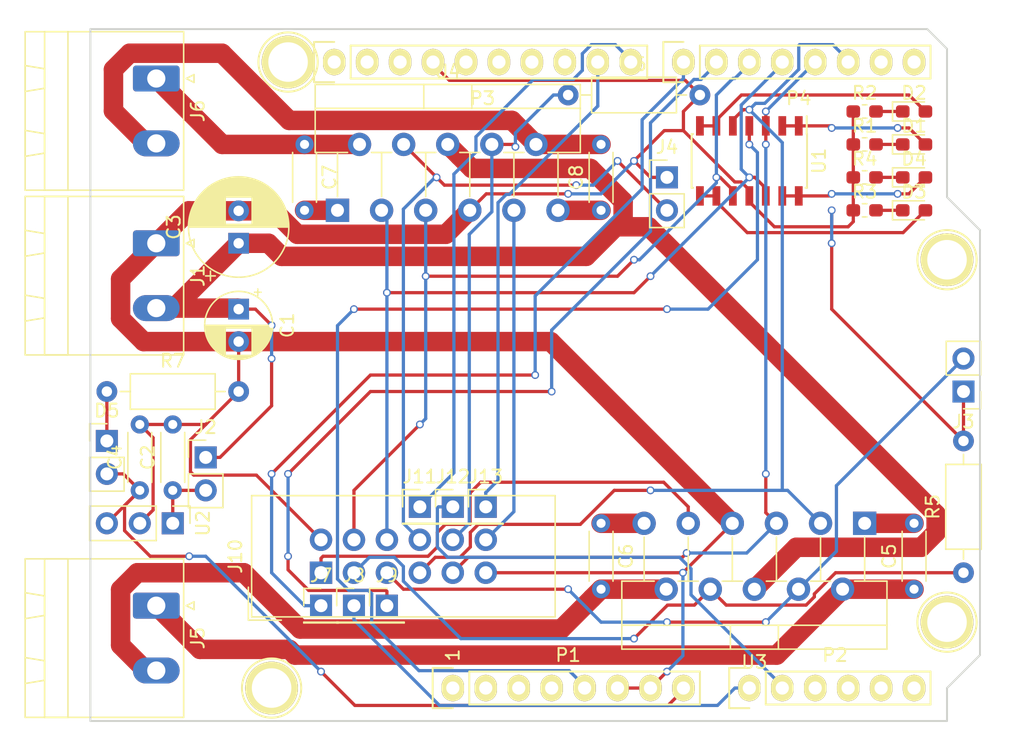
<source format=kicad_pcb>
(kicad_pcb (version 20171130) (host pcbnew "(5.0.0)")

  (general
    (thickness 1.6)
    (drawings 27)
    (tracks 419)
    (zones 0)
    (modules 45)
    (nets 39)
  )

  (page A4)
  (title_block
    (date "lun. 30 mars 2015")
  )

  (layers
    (0 F.Cu signal)
    (31 B.Cu signal)
    (32 B.Adhes user)
    (33 F.Adhes user)
    (34 B.Paste user)
    (35 F.Paste user)
    (36 B.SilkS user)
    (37 F.SilkS user)
    (38 B.Mask user)
    (39 F.Mask user)
    (40 Dwgs.User user)
    (41 Cmts.User user)
    (42 Eco1.User user)
    (43 Eco2.User user)
    (44 Edge.Cuts user)
    (45 Margin user)
    (46 B.CrtYd user)
    (47 F.CrtYd user)
    (48 B.Fab user)
    (49 F.Fab user)
  )

  (setup
    (last_trace_width 0.25)
    (trace_clearance 0.2)
    (zone_clearance 0.508)
    (zone_45_only no)
    (trace_min 0.2)
    (segment_width 0.15)
    (edge_width 0.15)
    (via_size 0.6)
    (via_drill 0.4)
    (via_min_size 0.4)
    (via_min_drill 0.3)
    (uvia_size 0.3)
    (uvia_drill 0.1)
    (uvias_allowed no)
    (uvia_min_size 0.2)
    (uvia_min_drill 0.1)
    (pcb_text_width 0.3)
    (pcb_text_size 1.5 1.5)
    (mod_edge_width 0.15)
    (mod_text_size 1 1)
    (mod_text_width 0.15)
    (pad_size 4.064 4.064)
    (pad_drill 3.048)
    (pad_to_mask_clearance 0)
    (solder_mask_min_width 0.25)
    (aux_axis_origin 110.998 126.365)
    (grid_origin 110.998 126.365)
    (visible_elements 7FFFFFFF)
    (pcbplotparams
      (layerselection 0x00030_80000001)
      (usegerberextensions false)
      (usegerberattributes false)
      (usegerberadvancedattributes false)
      (creategerberjobfile false)
      (excludeedgelayer true)
      (linewidth 0.100000)
      (plotframeref false)
      (viasonmask false)
      (mode 1)
      (useauxorigin false)
      (hpglpennumber 1)
      (hpglpenspeed 20)
      (hpglpendiameter 15.000000)
      (psnegative false)
      (psa4output false)
      (plotreference true)
      (plotvalue true)
      (plotinvisibletext false)
      (padsonsilk false)
      (subtractmaskfromsilk false)
      (outputformat 1)
      (mirror false)
      (drillshape 1)
      (scaleselection 1)
      (outputdirectory ""))
  )

  (net 0 "")
  (net 1 +5V)
  (net 2 GND)
  (net 3 /Vin)
  (net 4 /A0)
  (net 5 /A1)
  (net 6 "/9(**)")
  (net 7 /8)
  (net 8 /7)
  (net 9 "/6(**)")
  (net 10 "/5(**)")
  (net 11 /4)
  (net 12 "/3(**)")
  (net 13 /2)
  (net 14 /Vs)
  (net 15 "Net-(C2-Pad1)")
  (net 16 /BR1)
  (net 17 /BR2)
  (net 18 "Net-(C5-Pad1)")
  (net 19 "Net-(C6-Pad2)")
  (net 20 "Net-(C8-Pad2)")
  (net 21 "Net-(C7-Pad1)")
  (net 22 /CSEN1)
  (net 23 /CSEN2)
  (net 24 /TF2)
  (net 25 /TF1)
  (net 26 "Net-(C5-Pad2)")
  (net 27 "Net-(C6-Pad1)")
  (net 28 "Net-(C8-Pad1)")
  (net 29 "Net-(C7-Pad2)")
  (net 30 "Net-(D1-Pad2)")
  (net 31 "Net-(D1-Pad1)")
  (net 32 "Net-(D2-Pad1)")
  (net 33 "Net-(D2-Pad2)")
  (net 34 "Net-(D3-Pad2)")
  (net 35 "Net-(D3-Pad1)")
  (net 36 "Net-(D4-Pad1)")
  (net 37 "Net-(D4-Pad2)")
  (net 38 "Net-(D5-Pad1)")

  (net_class Default "This is the default net class."
    (clearance 0.2)
    (trace_width 0.25)
    (via_dia 0.6)
    (via_drill 0.4)
    (uvia_dia 0.3)
    (uvia_drill 0.1)
    (add_net +5V)
    (add_net /2)
    (add_net "/3(**)")
    (add_net /4)
    (add_net "/5(**)")
    (add_net "/6(**)")
    (add_net /7)
    (add_net /8)
    (add_net "/9(**)")
    (add_net /A0)
    (add_net /A1)
    (add_net /BR1)
    (add_net /BR2)
    (add_net /CSEN1)
    (add_net /CSEN2)
    (add_net /TF1)
    (add_net /TF2)
    (add_net /Vin)
    (add_net "Net-(C2-Pad1)")
    (add_net "Net-(D1-Pad1)")
    (add_net "Net-(D1-Pad2)")
    (add_net "Net-(D2-Pad1)")
    (add_net "Net-(D2-Pad2)")
    (add_net "Net-(D3-Pad1)")
    (add_net "Net-(D3-Pad2)")
    (add_net "Net-(D4-Pad1)")
    (add_net "Net-(D4-Pad2)")
    (add_net "Net-(D5-Pad1)")
  )

  (net_class Power ""
    (clearance 0.2)
    (trace_width 0.25)
    (via_dia 0.6)
    (via_drill 0.4)
    (uvia_dia 0.3)
    (uvia_drill 0.1)
    (add_net /Vs)
    (add_net GND)
    (add_net "Net-(C5-Pad1)")
    (add_net "Net-(C5-Pad2)")
    (add_net "Net-(C6-Pad1)")
    (add_net "Net-(C6-Pad2)")
    (add_net "Net-(C7-Pad1)")
    (add_net "Net-(C7-Pad2)")
    (add_net "Net-(C8-Pad1)")
    (add_net "Net-(C8-Pad2)")
  )

  (module Socket_Arduino_Uno:Socket_Strip_Arduino_1x08 locked (layer F.Cu) (tedit 552168D2) (tstamp 551AF9EA)
    (at 138.938 123.825)
    (descr "Through hole socket strip")
    (tags "socket strip")
    (path /56D70129)
    (fp_text reference P1 (at 8.89 -2.54) (layer F.SilkS)
      (effects (font (size 1 1) (thickness 0.15)))
    )
    (fp_text value Power (at 8.89 -4.064) (layer F.Fab)
      (effects (font (size 1 1) (thickness 0.15)))
    )
    (fp_line (start -1.75 -1.75) (end -1.75 1.75) (layer F.CrtYd) (width 0.05))
    (fp_line (start 19.55 -1.75) (end 19.55 1.75) (layer F.CrtYd) (width 0.05))
    (fp_line (start -1.75 -1.75) (end 19.55 -1.75) (layer F.CrtYd) (width 0.05))
    (fp_line (start -1.75 1.75) (end 19.55 1.75) (layer F.CrtYd) (width 0.05))
    (fp_line (start 1.27 1.27) (end 19.05 1.27) (layer F.SilkS) (width 0.15))
    (fp_line (start 19.05 1.27) (end 19.05 -1.27) (layer F.SilkS) (width 0.15))
    (fp_line (start 19.05 -1.27) (end 1.27 -1.27) (layer F.SilkS) (width 0.15))
    (fp_line (start -1.55 1.55) (end 0 1.55) (layer F.SilkS) (width 0.15))
    (fp_line (start 1.27 1.27) (end 1.27 -1.27) (layer F.SilkS) (width 0.15))
    (fp_line (start 0 -1.55) (end -1.55 -1.55) (layer F.SilkS) (width 0.15))
    (fp_line (start -1.55 -1.55) (end -1.55 1.55) (layer F.SilkS) (width 0.15))
    (pad 1 thru_hole oval (at 0 0) (size 1.7272 2.032) (drill 1.016) (layers *.Cu *.Mask F.SilkS))
    (pad 2 thru_hole oval (at 2.54 0) (size 1.7272 2.032) (drill 1.016) (layers *.Cu *.Mask F.SilkS))
    (pad 3 thru_hole oval (at 5.08 0) (size 1.7272 2.032) (drill 1.016) (layers *.Cu *.Mask F.SilkS))
    (pad 4 thru_hole oval (at 7.62 0) (size 1.7272 2.032) (drill 1.016) (layers *.Cu *.Mask F.SilkS))
    (pad 5 thru_hole oval (at 10.16 0) (size 1.7272 2.032) (drill 1.016) (layers *.Cu *.Mask F.SilkS)
      (net 1 +5V))
    (pad 6 thru_hole oval (at 12.7 0) (size 1.7272 2.032) (drill 1.016) (layers *.Cu *.Mask F.SilkS)
      (net 2 GND))
    (pad 7 thru_hole oval (at 15.24 0) (size 1.7272 2.032) (drill 1.016) (layers *.Cu *.Mask F.SilkS)
      (net 2 GND))
    (pad 8 thru_hole oval (at 17.78 0) (size 1.7272 2.032) (drill 1.016) (layers *.Cu *.Mask F.SilkS)
      (net 3 /Vin))
    (model ${KIPRJMOD}/Socket_Arduino_Uno.3dshapes/Socket_header_Arduino_1x08.wrl
      (offset (xyz 8.889999866485596 0 0))
      (scale (xyz 1 1 1))
      (rotate (xyz 0 0 180))
    )
  )

  (module Socket_Arduino_Uno:Socket_Strip_Arduino_1x06 locked (layer F.Cu) (tedit 552168D6) (tstamp 551AF9FF)
    (at 161.798 123.825)
    (descr "Through hole socket strip")
    (tags "socket strip")
    (path /56D70DD8)
    (fp_text reference P2 (at 6.604 -2.54) (layer F.SilkS)
      (effects (font (size 1 1) (thickness 0.15)))
    )
    (fp_text value Analog (at 6.604 -4.064) (layer F.Fab)
      (effects (font (size 1 1) (thickness 0.15)))
    )
    (fp_line (start -1.75 -1.75) (end -1.75 1.75) (layer F.CrtYd) (width 0.05))
    (fp_line (start 14.45 -1.75) (end 14.45 1.75) (layer F.CrtYd) (width 0.05))
    (fp_line (start -1.75 -1.75) (end 14.45 -1.75) (layer F.CrtYd) (width 0.05))
    (fp_line (start -1.75 1.75) (end 14.45 1.75) (layer F.CrtYd) (width 0.05))
    (fp_line (start 1.27 1.27) (end 13.97 1.27) (layer F.SilkS) (width 0.15))
    (fp_line (start 13.97 1.27) (end 13.97 -1.27) (layer F.SilkS) (width 0.15))
    (fp_line (start 13.97 -1.27) (end 1.27 -1.27) (layer F.SilkS) (width 0.15))
    (fp_line (start -1.55 1.55) (end 0 1.55) (layer F.SilkS) (width 0.15))
    (fp_line (start 1.27 1.27) (end 1.27 -1.27) (layer F.SilkS) (width 0.15))
    (fp_line (start 0 -1.55) (end -1.55 -1.55) (layer F.SilkS) (width 0.15))
    (fp_line (start -1.55 -1.55) (end -1.55 1.55) (layer F.SilkS) (width 0.15))
    (pad 1 thru_hole oval (at 0 0) (size 1.7272 2.032) (drill 1.016) (layers *.Cu *.Mask F.SilkS)
      (net 4 /A0))
    (pad 2 thru_hole oval (at 2.54 0) (size 1.7272 2.032) (drill 1.016) (layers *.Cu *.Mask F.SilkS)
      (net 5 /A1))
    (pad 3 thru_hole oval (at 5.08 0) (size 1.7272 2.032) (drill 1.016) (layers *.Cu *.Mask F.SilkS))
    (pad 4 thru_hole oval (at 7.62 0) (size 1.7272 2.032) (drill 1.016) (layers *.Cu *.Mask F.SilkS))
    (pad 5 thru_hole oval (at 10.16 0) (size 1.7272 2.032) (drill 1.016) (layers *.Cu *.Mask F.SilkS))
    (pad 6 thru_hole oval (at 12.7 0) (size 1.7272 2.032) (drill 1.016) (layers *.Cu *.Mask F.SilkS))
    (model ${KIPRJMOD}/Socket_Arduino_Uno.3dshapes/Socket_header_Arduino_1x06.wrl
      (offset (xyz 6.349999904632568 0 0))
      (scale (xyz 1 1 1))
      (rotate (xyz 0 0 180))
    )
  )

  (module Socket_Arduino_Uno:Socket_Strip_Arduino_1x10 locked (layer F.Cu) (tedit 552168BF) (tstamp 551AFA18)
    (at 129.794 75.565)
    (descr "Through hole socket strip")
    (tags "socket strip")
    (path /56D721E0)
    (fp_text reference P3 (at 11.43 2.794) (layer F.SilkS)
      (effects (font (size 1 1) (thickness 0.15)))
    )
    (fp_text value Digital (at 11.43 4.318) (layer F.Fab)
      (effects (font (size 1 1) (thickness 0.15)))
    )
    (fp_line (start -1.75 -1.75) (end -1.75 1.75) (layer F.CrtYd) (width 0.05))
    (fp_line (start 24.65 -1.75) (end 24.65 1.75) (layer F.CrtYd) (width 0.05))
    (fp_line (start -1.75 -1.75) (end 24.65 -1.75) (layer F.CrtYd) (width 0.05))
    (fp_line (start -1.75 1.75) (end 24.65 1.75) (layer F.CrtYd) (width 0.05))
    (fp_line (start 1.27 1.27) (end 24.13 1.27) (layer F.SilkS) (width 0.15))
    (fp_line (start 24.13 1.27) (end 24.13 -1.27) (layer F.SilkS) (width 0.15))
    (fp_line (start 24.13 -1.27) (end 1.27 -1.27) (layer F.SilkS) (width 0.15))
    (fp_line (start -1.55 1.55) (end 0 1.55) (layer F.SilkS) (width 0.15))
    (fp_line (start 1.27 1.27) (end 1.27 -1.27) (layer F.SilkS) (width 0.15))
    (fp_line (start 0 -1.55) (end -1.55 -1.55) (layer F.SilkS) (width 0.15))
    (fp_line (start -1.55 -1.55) (end -1.55 1.55) (layer F.SilkS) (width 0.15))
    (pad 1 thru_hole oval (at 0 0) (size 1.7272 2.032) (drill 1.016) (layers *.Cu *.Mask F.SilkS))
    (pad 2 thru_hole oval (at 2.54 0) (size 1.7272 2.032) (drill 1.016) (layers *.Cu *.Mask F.SilkS))
    (pad 3 thru_hole oval (at 5.08 0) (size 1.7272 2.032) (drill 1.016) (layers *.Cu *.Mask F.SilkS))
    (pad 4 thru_hole oval (at 7.62 0) (size 1.7272 2.032) (drill 1.016) (layers *.Cu *.Mask F.SilkS)
      (net 2 GND))
    (pad 5 thru_hole oval (at 10.16 0) (size 1.7272 2.032) (drill 1.016) (layers *.Cu *.Mask F.SilkS))
    (pad 6 thru_hole oval (at 12.7 0) (size 1.7272 2.032) (drill 1.016) (layers *.Cu *.Mask F.SilkS))
    (pad 7 thru_hole oval (at 15.24 0) (size 1.7272 2.032) (drill 1.016) (layers *.Cu *.Mask F.SilkS))
    (pad 8 thru_hole oval (at 17.78 0) (size 1.7272 2.032) (drill 1.016) (layers *.Cu *.Mask F.SilkS))
    (pad 9 thru_hole oval (at 20.32 0) (size 1.7272 2.032) (drill 1.016) (layers *.Cu *.Mask F.SilkS)
      (net 6 "/9(**)"))
    (pad 10 thru_hole oval (at 22.86 0) (size 1.7272 2.032) (drill 1.016) (layers *.Cu *.Mask F.SilkS)
      (net 7 /8))
    (model ${KIPRJMOD}/Socket_Arduino_Uno.3dshapes/Socket_header_Arduino_1x10.wrl
      (offset (xyz 11.42999982833862 0 0))
      (scale (xyz 1 1 1))
      (rotate (xyz 0 0 180))
    )
  )

  (module Socket_Arduino_Uno:Socket_Strip_Arduino_1x08 locked (layer F.Cu) (tedit 552168C7) (tstamp 551AFA2F)
    (at 156.718 75.565)
    (descr "Through hole socket strip")
    (tags "socket strip")
    (path /56D7164F)
    (fp_text reference P4 (at 8.89 2.794) (layer F.SilkS)
      (effects (font (size 1 1) (thickness 0.15)))
    )
    (fp_text value Digital (at 8.89 4.318) (layer F.Fab)
      (effects (font (size 1 1) (thickness 0.15)))
    )
    (fp_line (start -1.75 -1.75) (end -1.75 1.75) (layer F.CrtYd) (width 0.05))
    (fp_line (start 19.55 -1.75) (end 19.55 1.75) (layer F.CrtYd) (width 0.05))
    (fp_line (start -1.75 -1.75) (end 19.55 -1.75) (layer F.CrtYd) (width 0.05))
    (fp_line (start -1.75 1.75) (end 19.55 1.75) (layer F.CrtYd) (width 0.05))
    (fp_line (start 1.27 1.27) (end 19.05 1.27) (layer F.SilkS) (width 0.15))
    (fp_line (start 19.05 1.27) (end 19.05 -1.27) (layer F.SilkS) (width 0.15))
    (fp_line (start 19.05 -1.27) (end 1.27 -1.27) (layer F.SilkS) (width 0.15))
    (fp_line (start -1.55 1.55) (end 0 1.55) (layer F.SilkS) (width 0.15))
    (fp_line (start 1.27 1.27) (end 1.27 -1.27) (layer F.SilkS) (width 0.15))
    (fp_line (start 0 -1.55) (end -1.55 -1.55) (layer F.SilkS) (width 0.15))
    (fp_line (start -1.55 -1.55) (end -1.55 1.55) (layer F.SilkS) (width 0.15))
    (pad 1 thru_hole oval (at 0 0) (size 1.7272 2.032) (drill 1.016) (layers *.Cu *.Mask F.SilkS)
      (net 8 /7))
    (pad 2 thru_hole oval (at 2.54 0) (size 1.7272 2.032) (drill 1.016) (layers *.Cu *.Mask F.SilkS)
      (net 9 "/6(**)"))
    (pad 3 thru_hole oval (at 5.08 0) (size 1.7272 2.032) (drill 1.016) (layers *.Cu *.Mask F.SilkS)
      (net 10 "/5(**)"))
    (pad 4 thru_hole oval (at 7.62 0) (size 1.7272 2.032) (drill 1.016) (layers *.Cu *.Mask F.SilkS)
      (net 11 /4))
    (pad 5 thru_hole oval (at 10.16 0) (size 1.7272 2.032) (drill 1.016) (layers *.Cu *.Mask F.SilkS)
      (net 12 "/3(**)"))
    (pad 6 thru_hole oval (at 12.7 0) (size 1.7272 2.032) (drill 1.016) (layers *.Cu *.Mask F.SilkS)
      (net 13 /2))
    (pad 7 thru_hole oval (at 15.24 0) (size 1.7272 2.032) (drill 1.016) (layers *.Cu *.Mask F.SilkS))
    (pad 8 thru_hole oval (at 17.78 0) (size 1.7272 2.032) (drill 1.016) (layers *.Cu *.Mask F.SilkS))
    (model ${KIPRJMOD}/Socket_Arduino_Uno.3dshapes/Socket_header_Arduino_1x08.wrl
      (offset (xyz 8.889999866485596 0 0))
      (scale (xyz 1 1 1))
      (rotate (xyz 0 0 180))
    )
  )

  (module Socket_Arduino_Uno:Arduino_1pin locked (layer F.Cu) (tedit 5524FC39) (tstamp 5524FC3F)
    (at 124.968 123.825)
    (descr "module 1 pin (ou trou mecanique de percage)")
    (tags DEV)
    (path /56D71177)
    (fp_text reference P5 (at 0 -3.048) (layer F.SilkS) hide
      (effects (font (size 1 1) (thickness 0.15)))
    )
    (fp_text value CONN_01X01 (at 0 2.794) (layer F.Fab) hide
      (effects (font (size 1 1) (thickness 0.15)))
    )
    (fp_circle (center 0 0) (end 0 -2.286) (layer F.SilkS) (width 0.15))
    (pad 1 thru_hole circle (at 0 0) (size 4.064 4.064) (drill 3.048) (layers *.Cu *.Mask F.SilkS))
  )

  (module Socket_Arduino_Uno:Arduino_1pin locked (layer F.Cu) (tedit 5524FC4A) (tstamp 5524FC44)
    (at 177.038 118.745)
    (descr "module 1 pin (ou trou mecanique de percage)")
    (tags DEV)
    (path /56D71274)
    (fp_text reference P6 (at 0 -3.048) (layer F.SilkS) hide
      (effects (font (size 1 1) (thickness 0.15)))
    )
    (fp_text value CONN_01X01 (at 0 2.794) (layer F.Fab) hide
      (effects (font (size 1 1) (thickness 0.15)))
    )
    (fp_circle (center 0 0) (end 0 -2.286) (layer F.SilkS) (width 0.15))
    (pad 1 thru_hole circle (at 0 0) (size 4.064 4.064) (drill 3.048) (layers *.Cu *.Mask F.SilkS))
  )

  (module Socket_Arduino_Uno:Arduino_1pin locked (layer F.Cu) (tedit 5524FC2F) (tstamp 5524FC49)
    (at 126.238 75.565)
    (descr "module 1 pin (ou trou mecanique de percage)")
    (tags DEV)
    (path /56D712A8)
    (fp_text reference P7 (at 0 -3.048) (layer F.SilkS) hide
      (effects (font (size 1 1) (thickness 0.15)))
    )
    (fp_text value CONN_01X01 (at 0 2.794) (layer F.Fab) hide
      (effects (font (size 1 1) (thickness 0.15)))
    )
    (fp_circle (center 0 0) (end 0 -2.286) (layer F.SilkS) (width 0.15))
    (pad 1 thru_hole circle (at 0 0) (size 4.064 4.064) (drill 3.048) (layers *.Cu *.Mask F.SilkS))
  )

  (module Socket_Arduino_Uno:Arduino_1pin locked (layer F.Cu) (tedit 5524FC41) (tstamp 5524FC4E)
    (at 177.038 90.805)
    (descr "module 1 pin (ou trou mecanique de percage)")
    (tags DEV)
    (path /56D712DB)
    (fp_text reference P8 (at 0 -3.048) (layer F.SilkS) hide
      (effects (font (size 1 1) (thickness 0.15)))
    )
    (fp_text value CONN_01X01 (at 0 2.794) (layer F.Fab) hide
      (effects (font (size 1 1) (thickness 0.15)))
    )
    (fp_circle (center 0 0) (end 0 -2.286) (layer F.SilkS) (width 0.15))
    (pad 1 thru_hole circle (at 0 0) (size 4.064 4.064) (drill 3.048) (layers *.Cu *.Mask F.SilkS))
  )

  (module Connector_Phoenix_MSTB:PhoenixContact_MSTBA_2,5_2-G_1x02_P5.00mm_Horizontal (layer F.Cu) (tedit 5B785046) (tstamp 5C36D0BB)
    (at 116.078 89.535 270)
    (descr "Generic Phoenix Contact connector footprint for: MSTBA_2,5/2-G; number of pins: 02; pin pitch: 5.00mm; Angled || order number: 1757475 12A || order number: 1923759 16A (HC)")
    (tags "phoenix_contact connector MSTBA_01x02_G_5.00mm")
    (path /5C1D3AF4)
    (fp_text reference J1 (at 2.5 -3.2 270) (layer F.SilkS)
      (effects (font (size 1 1) (thickness 0.15)))
    )
    (fp_text value Screw_Terminal_01x02 (at 2.5 11.2 270) (layer F.Fab)
      (effects (font (size 1 1) (thickness 0.15)))
    )
    (fp_line (start -3.61 -2.11) (end -3.61 10.11) (layer F.SilkS) (width 0.12))
    (fp_line (start -3.61 10.11) (end 8.61 10.11) (layer F.SilkS) (width 0.12))
    (fp_line (start 8.61 10.11) (end 8.61 -2.11) (layer F.SilkS) (width 0.12))
    (fp_line (start 8.61 -2.11) (end -3.61 -2.11) (layer F.SilkS) (width 0.12))
    (fp_line (start -3.5 -2) (end -3.5 10) (layer F.Fab) (width 0.1))
    (fp_line (start -3.5 10) (end 8.5 10) (layer F.Fab) (width 0.1))
    (fp_line (start 8.5 10) (end 8.5 -2) (layer F.Fab) (width 0.1))
    (fp_line (start 8.5 -2) (end -3.5 -2) (layer F.Fab) (width 0.1))
    (fp_line (start -3.61 8.61) (end -3.61 6.81) (layer F.SilkS) (width 0.12))
    (fp_line (start -3.61 6.81) (end 8.61 6.81) (layer F.SilkS) (width 0.12))
    (fp_line (start 8.61 6.81) (end 8.61 8.61) (layer F.SilkS) (width 0.12))
    (fp_line (start 8.61 8.61) (end -3.61 8.61) (layer F.SilkS) (width 0.12))
    (fp_line (start -1 10.11) (end 1 10.11) (layer F.SilkS) (width 0.12))
    (fp_line (start 1 10.11) (end 0.75 8.61) (layer F.SilkS) (width 0.12))
    (fp_line (start 0.75 8.61) (end -0.75 8.61) (layer F.SilkS) (width 0.12))
    (fp_line (start -0.75 8.61) (end -1 10.11) (layer F.SilkS) (width 0.12))
    (fp_line (start 4 10.11) (end 6 10.11) (layer F.SilkS) (width 0.12))
    (fp_line (start 6 10.11) (end 5.75 8.61) (layer F.SilkS) (width 0.12))
    (fp_line (start 5.75 8.61) (end 4.25 8.61) (layer F.SilkS) (width 0.12))
    (fp_line (start 4.25 8.61) (end 4 10.11) (layer F.SilkS) (width 0.12))
    (fp_line (start -4 -2.5) (end -4 10.5) (layer F.CrtYd) (width 0.05))
    (fp_line (start -4 10.5) (end 9 10.5) (layer F.CrtYd) (width 0.05))
    (fp_line (start 9 10.5) (end 9 -2.5) (layer F.CrtYd) (width 0.05))
    (fp_line (start 9 -2.5) (end -4 -2.5) (layer F.CrtYd) (width 0.05))
    (fp_line (start 0.3 -2.91) (end 0 -2.31) (layer F.SilkS) (width 0.12))
    (fp_line (start 0 -2.31) (end -0.3 -2.91) (layer F.SilkS) (width 0.12))
    (fp_line (start -0.3 -2.91) (end 0.3 -2.91) (layer F.SilkS) (width 0.12))
    (fp_line (start 0.95 -2) (end 0 -0.5) (layer F.Fab) (width 0.1))
    (fp_line (start 0 -0.5) (end -0.95 -2) (layer F.Fab) (width 0.1))
    (fp_text user %R (at 2.5 -1.3 270) (layer F.Fab)
      (effects (font (size 1 1) (thickness 0.15)))
    )
    (pad 1 thru_hole roundrect (at 0 0 270) (size 2 3.6) (drill 1.4) (layers *.Cu *.Mask) (roundrect_rratio 0.125)
      (net 2 GND))
    (pad 2 thru_hole oval (at 5 0 270) (size 2 3.6) (drill 1.4) (layers *.Cu *.Mask)
      (net 14 /Vs))
    (model ${KISYS3DMOD}/Connector_Phoenix_MSTB.3dshapes/PhoenixContact_MSTBA_2,5_2-G_1x02_P5.00mm_Horizontal.wrl
      (at (xyz 0 0 0))
      (scale (xyz 1 1 1))
      (rotate (xyz 0 0 0))
    )
  )

  (module Connector_PinHeader_2.54mm:PinHeader_1x02_P2.54mm_Vertical (layer F.Cu) (tedit 59FED5CC) (tstamp 5C36D06E)
    (at 119.888 106.045)
    (descr "Through hole straight pin header, 1x02, 2.54mm pitch, single row")
    (tags "Through hole pin header THT 1x02 2.54mm single row")
    (path /5C20FE60)
    (fp_text reference J2 (at 0 -2.33) (layer F.SilkS)
      (effects (font (size 1 1) (thickness 0.15)))
    )
    (fp_text value Conn_01x02 (at 0 4.87) (layer F.Fab)
      (effects (font (size 1 1) (thickness 0.15)))
    )
    (fp_text user %R (at 0 1.27 90) (layer F.Fab)
      (effects (font (size 1 1) (thickness 0.15)))
    )
    (fp_line (start 1.8 -1.8) (end -1.8 -1.8) (layer F.CrtYd) (width 0.05))
    (fp_line (start 1.8 4.35) (end 1.8 -1.8) (layer F.CrtYd) (width 0.05))
    (fp_line (start -1.8 4.35) (end 1.8 4.35) (layer F.CrtYd) (width 0.05))
    (fp_line (start -1.8 -1.8) (end -1.8 4.35) (layer F.CrtYd) (width 0.05))
    (fp_line (start -1.33 -1.33) (end 0 -1.33) (layer F.SilkS) (width 0.12))
    (fp_line (start -1.33 0) (end -1.33 -1.33) (layer F.SilkS) (width 0.12))
    (fp_line (start -1.33 1.27) (end 1.33 1.27) (layer F.SilkS) (width 0.12))
    (fp_line (start 1.33 1.27) (end 1.33 3.87) (layer F.SilkS) (width 0.12))
    (fp_line (start -1.33 1.27) (end -1.33 3.87) (layer F.SilkS) (width 0.12))
    (fp_line (start -1.33 3.87) (end 1.33 3.87) (layer F.SilkS) (width 0.12))
    (fp_line (start -1.27 -0.635) (end -0.635 -1.27) (layer F.Fab) (width 0.1))
    (fp_line (start -1.27 3.81) (end -1.27 -0.635) (layer F.Fab) (width 0.1))
    (fp_line (start 1.27 3.81) (end -1.27 3.81) (layer F.Fab) (width 0.1))
    (fp_line (start 1.27 -1.27) (end 1.27 3.81) (layer F.Fab) (width 0.1))
    (fp_line (start -0.635 -1.27) (end 1.27 -1.27) (layer F.Fab) (width 0.1))
    (pad 2 thru_hole oval (at 0 2.54) (size 1.7 1.7) (drill 1) (layers *.Cu *.Mask)
      (net 15 "Net-(C2-Pad1)"))
    (pad 1 thru_hole rect (at 0 0) (size 1.7 1.7) (drill 1) (layers *.Cu *.Mask)
      (net 14 /Vs))
    (model ${KISYS3DMOD}/Connector_PinHeader_2.54mm.3dshapes/PinHeader_1x02_P2.54mm_Vertical.wrl
      (at (xyz 0 0 0))
      (scale (xyz 1 1 1))
      (rotate (xyz 0 0 0))
    )
  )

  (module Connector_PinHeader_2.54mm:PinHeader_1x02_P2.54mm_Vertical (layer F.Cu) (tedit 59FED5CC) (tstamp 5C36D02F)
    (at 178.308 100.965 180)
    (descr "Through hole straight pin header, 1x02, 2.54mm pitch, single row")
    (tags "Through hole pin header THT 1x02 2.54mm single row")
    (path /5C1DCB08)
    (fp_text reference J3 (at 0 -2.33 180) (layer F.SilkS)
      (effects (font (size 1 1) (thickness 0.15)))
    )
    (fp_text value Conn_01x02 (at 0 4.87 180) (layer F.Fab)
      (effects (font (size 1 1) (thickness 0.15)))
    )
    (fp_text user %R (at 0 1.27 270) (layer F.Fab)
      (effects (font (size 1 1) (thickness 0.15)))
    )
    (fp_line (start 1.8 -1.8) (end -1.8 -1.8) (layer F.CrtYd) (width 0.05))
    (fp_line (start 1.8 4.35) (end 1.8 -1.8) (layer F.CrtYd) (width 0.05))
    (fp_line (start -1.8 4.35) (end 1.8 4.35) (layer F.CrtYd) (width 0.05))
    (fp_line (start -1.8 -1.8) (end -1.8 4.35) (layer F.CrtYd) (width 0.05))
    (fp_line (start -1.33 -1.33) (end 0 -1.33) (layer F.SilkS) (width 0.12))
    (fp_line (start -1.33 0) (end -1.33 -1.33) (layer F.SilkS) (width 0.12))
    (fp_line (start -1.33 1.27) (end 1.33 1.27) (layer F.SilkS) (width 0.12))
    (fp_line (start 1.33 1.27) (end 1.33 3.87) (layer F.SilkS) (width 0.12))
    (fp_line (start -1.33 1.27) (end -1.33 3.87) (layer F.SilkS) (width 0.12))
    (fp_line (start -1.33 3.87) (end 1.33 3.87) (layer F.SilkS) (width 0.12))
    (fp_line (start -1.27 -0.635) (end -0.635 -1.27) (layer F.Fab) (width 0.1))
    (fp_line (start -1.27 3.81) (end -1.27 -0.635) (layer F.Fab) (width 0.1))
    (fp_line (start 1.27 3.81) (end -1.27 3.81) (layer F.Fab) (width 0.1))
    (fp_line (start 1.27 -1.27) (end 1.27 3.81) (layer F.Fab) (width 0.1))
    (fp_line (start -0.635 -1.27) (end 1.27 -1.27) (layer F.Fab) (width 0.1))
    (pad 2 thru_hole oval (at 0 2.54 180) (size 1.7 1.7) (drill 1) (layers *.Cu *.Mask)
      (net 16 /BR1))
    (pad 1 thru_hole rect (at 0 0 180) (size 1.7 1.7) (drill 1) (layers *.Cu *.Mask)
      (net 2 GND))
    (model ${KISYS3DMOD}/Connector_PinHeader_2.54mm.3dshapes/PinHeader_1x02_P2.54mm_Vertical.wrl
      (at (xyz 0 0 0))
      (scale (xyz 1 1 1))
      (rotate (xyz 0 0 0))
    )
  )

  (module Connector_PinHeader_2.54mm:PinHeader_1x02_P2.54mm_Vertical (layer F.Cu) (tedit 59FED5CC) (tstamp 5C36CFF0)
    (at 155.448 84.455)
    (descr "Through hole straight pin header, 1x02, 2.54mm pitch, single row")
    (tags "Through hole pin header THT 1x02 2.54mm single row")
    (path /5C2342EC)
    (fp_text reference J4 (at 0 -2.33) (layer F.SilkS)
      (effects (font (size 1 1) (thickness 0.15)))
    )
    (fp_text value Conn_01x02 (at 0 4.87) (layer F.Fab)
      (effects (font (size 1 1) (thickness 0.15)))
    )
    (fp_line (start -0.635 -1.27) (end 1.27 -1.27) (layer F.Fab) (width 0.1))
    (fp_line (start 1.27 -1.27) (end 1.27 3.81) (layer F.Fab) (width 0.1))
    (fp_line (start 1.27 3.81) (end -1.27 3.81) (layer F.Fab) (width 0.1))
    (fp_line (start -1.27 3.81) (end -1.27 -0.635) (layer F.Fab) (width 0.1))
    (fp_line (start -1.27 -0.635) (end -0.635 -1.27) (layer F.Fab) (width 0.1))
    (fp_line (start -1.33 3.87) (end 1.33 3.87) (layer F.SilkS) (width 0.12))
    (fp_line (start -1.33 1.27) (end -1.33 3.87) (layer F.SilkS) (width 0.12))
    (fp_line (start 1.33 1.27) (end 1.33 3.87) (layer F.SilkS) (width 0.12))
    (fp_line (start -1.33 1.27) (end 1.33 1.27) (layer F.SilkS) (width 0.12))
    (fp_line (start -1.33 0) (end -1.33 -1.33) (layer F.SilkS) (width 0.12))
    (fp_line (start -1.33 -1.33) (end 0 -1.33) (layer F.SilkS) (width 0.12))
    (fp_line (start -1.8 -1.8) (end -1.8 4.35) (layer F.CrtYd) (width 0.05))
    (fp_line (start -1.8 4.35) (end 1.8 4.35) (layer F.CrtYd) (width 0.05))
    (fp_line (start 1.8 4.35) (end 1.8 -1.8) (layer F.CrtYd) (width 0.05))
    (fp_line (start 1.8 -1.8) (end -1.8 -1.8) (layer F.CrtYd) (width 0.05))
    (fp_text user %R (at 0 1.27 90) (layer F.Fab)
      (effects (font (size 1 1) (thickness 0.15)))
    )
    (pad 1 thru_hole rect (at 0 0) (size 1.7 1.7) (drill 1) (layers *.Cu *.Mask)
      (net 2 GND))
    (pad 2 thru_hole oval (at 0 2.54) (size 1.7 1.7) (drill 1) (layers *.Cu *.Mask)
      (net 17 /BR2))
    (model ${KISYS3DMOD}/Connector_PinHeader_2.54mm.3dshapes/PinHeader_1x02_P2.54mm_Vertical.wrl
      (at (xyz 0 0 0))
      (scale (xyz 1 1 1))
      (rotate (xyz 0 0 0))
    )
  )

  (module Connector_Phoenix_MSTB:PhoenixContact_MSTBA_2,5_2-G_1x02_P5.00mm_Horizontal (layer F.Cu) (tedit 5B785046) (tstamp 5C36CF95)
    (at 116.078 117.475 270)
    (descr "Generic Phoenix Contact connector footprint for: MSTBA_2,5/2-G; number of pins: 02; pin pitch: 5.00mm; Angled || order number: 1757475 12A || order number: 1923759 16A (HC)")
    (tags "phoenix_contact connector MSTBA_01x02_G_5.00mm")
    (path /5C1D6631)
    (fp_text reference J5 (at 2.5 -3.2 270) (layer F.SilkS)
      (effects (font (size 1 1) (thickness 0.15)))
    )
    (fp_text value Screw_Terminal_01x02 (at 2.5 11.2 270) (layer F.Fab)
      (effects (font (size 1 1) (thickness 0.15)))
    )
    (fp_line (start -3.61 -2.11) (end -3.61 10.11) (layer F.SilkS) (width 0.12))
    (fp_line (start -3.61 10.11) (end 8.61 10.11) (layer F.SilkS) (width 0.12))
    (fp_line (start 8.61 10.11) (end 8.61 -2.11) (layer F.SilkS) (width 0.12))
    (fp_line (start 8.61 -2.11) (end -3.61 -2.11) (layer F.SilkS) (width 0.12))
    (fp_line (start -3.5 -2) (end -3.5 10) (layer F.Fab) (width 0.1))
    (fp_line (start -3.5 10) (end 8.5 10) (layer F.Fab) (width 0.1))
    (fp_line (start 8.5 10) (end 8.5 -2) (layer F.Fab) (width 0.1))
    (fp_line (start 8.5 -2) (end -3.5 -2) (layer F.Fab) (width 0.1))
    (fp_line (start -3.61 8.61) (end -3.61 6.81) (layer F.SilkS) (width 0.12))
    (fp_line (start -3.61 6.81) (end 8.61 6.81) (layer F.SilkS) (width 0.12))
    (fp_line (start 8.61 6.81) (end 8.61 8.61) (layer F.SilkS) (width 0.12))
    (fp_line (start 8.61 8.61) (end -3.61 8.61) (layer F.SilkS) (width 0.12))
    (fp_line (start -1 10.11) (end 1 10.11) (layer F.SilkS) (width 0.12))
    (fp_line (start 1 10.11) (end 0.75 8.61) (layer F.SilkS) (width 0.12))
    (fp_line (start 0.75 8.61) (end -0.75 8.61) (layer F.SilkS) (width 0.12))
    (fp_line (start -0.75 8.61) (end -1 10.11) (layer F.SilkS) (width 0.12))
    (fp_line (start 4 10.11) (end 6 10.11) (layer F.SilkS) (width 0.12))
    (fp_line (start 6 10.11) (end 5.75 8.61) (layer F.SilkS) (width 0.12))
    (fp_line (start 5.75 8.61) (end 4.25 8.61) (layer F.SilkS) (width 0.12))
    (fp_line (start 4.25 8.61) (end 4 10.11) (layer F.SilkS) (width 0.12))
    (fp_line (start -4 -2.5) (end -4 10.5) (layer F.CrtYd) (width 0.05))
    (fp_line (start -4 10.5) (end 9 10.5) (layer F.CrtYd) (width 0.05))
    (fp_line (start 9 10.5) (end 9 -2.5) (layer F.CrtYd) (width 0.05))
    (fp_line (start 9 -2.5) (end -4 -2.5) (layer F.CrtYd) (width 0.05))
    (fp_line (start 0.3 -2.91) (end 0 -2.31) (layer F.SilkS) (width 0.12))
    (fp_line (start 0 -2.31) (end -0.3 -2.91) (layer F.SilkS) (width 0.12))
    (fp_line (start -0.3 -2.91) (end 0.3 -2.91) (layer F.SilkS) (width 0.12))
    (fp_line (start 0.95 -2) (end 0 -0.5) (layer F.Fab) (width 0.1))
    (fp_line (start 0 -0.5) (end -0.95 -2) (layer F.Fab) (width 0.1))
    (fp_text user %R (at 2.5 -1.3 270) (layer F.Fab)
      (effects (font (size 1 1) (thickness 0.15)))
    )
    (pad 1 thru_hole roundrect (at 0 0 270) (size 2 3.6) (drill 1.4) (layers *.Cu *.Mask) (roundrect_rratio 0.125)
      (net 18 "Net-(C5-Pad1)"))
    (pad 2 thru_hole oval (at 5 0 270) (size 2 3.6) (drill 1.4) (layers *.Cu *.Mask)
      (net 19 "Net-(C6-Pad2)"))
    (model ${KISYS3DMOD}/Connector_Phoenix_MSTB.3dshapes/PhoenixContact_MSTBA_2,5_2-G_1x02_P5.00mm_Horizontal.wrl
      (at (xyz 0 0 0))
      (scale (xyz 1 1 1))
      (rotate (xyz 0 0 0))
    )
  )

  (module Connector_Phoenix_MSTB:PhoenixContact_MSTBA_2,5_2-G_1x02_P5.00mm_Horizontal (layer F.Cu) (tedit 5B785046) (tstamp 5C36CF2C)
    (at 116.078 76.835 270)
    (descr "Generic Phoenix Contact connector footprint for: MSTBA_2,5/2-G; number of pins: 02; pin pitch: 5.00mm; Angled || order number: 1757475 12A || order number: 1923759 16A (HC)")
    (tags "phoenix_contact connector MSTBA_01x02_G_5.00mm")
    (path /5C2342DD)
    (fp_text reference J6 (at 2.5 -3.2 270) (layer F.SilkS)
      (effects (font (size 1 1) (thickness 0.15)))
    )
    (fp_text value Screw_Terminal_01x02 (at 2.5 11.2 270) (layer F.Fab)
      (effects (font (size 1 1) (thickness 0.15)))
    )
    (fp_text user %R (at 2.5 -1.3 270) (layer F.Fab)
      (effects (font (size 1 1) (thickness 0.15)))
    )
    (fp_line (start 0 -0.5) (end -0.95 -2) (layer F.Fab) (width 0.1))
    (fp_line (start 0.95 -2) (end 0 -0.5) (layer F.Fab) (width 0.1))
    (fp_line (start -0.3 -2.91) (end 0.3 -2.91) (layer F.SilkS) (width 0.12))
    (fp_line (start 0 -2.31) (end -0.3 -2.91) (layer F.SilkS) (width 0.12))
    (fp_line (start 0.3 -2.91) (end 0 -2.31) (layer F.SilkS) (width 0.12))
    (fp_line (start 9 -2.5) (end -4 -2.5) (layer F.CrtYd) (width 0.05))
    (fp_line (start 9 10.5) (end 9 -2.5) (layer F.CrtYd) (width 0.05))
    (fp_line (start -4 10.5) (end 9 10.5) (layer F.CrtYd) (width 0.05))
    (fp_line (start -4 -2.5) (end -4 10.5) (layer F.CrtYd) (width 0.05))
    (fp_line (start 4.25 8.61) (end 4 10.11) (layer F.SilkS) (width 0.12))
    (fp_line (start 5.75 8.61) (end 4.25 8.61) (layer F.SilkS) (width 0.12))
    (fp_line (start 6 10.11) (end 5.75 8.61) (layer F.SilkS) (width 0.12))
    (fp_line (start 4 10.11) (end 6 10.11) (layer F.SilkS) (width 0.12))
    (fp_line (start -0.75 8.61) (end -1 10.11) (layer F.SilkS) (width 0.12))
    (fp_line (start 0.75 8.61) (end -0.75 8.61) (layer F.SilkS) (width 0.12))
    (fp_line (start 1 10.11) (end 0.75 8.61) (layer F.SilkS) (width 0.12))
    (fp_line (start -1 10.11) (end 1 10.11) (layer F.SilkS) (width 0.12))
    (fp_line (start 8.61 8.61) (end -3.61 8.61) (layer F.SilkS) (width 0.12))
    (fp_line (start 8.61 6.81) (end 8.61 8.61) (layer F.SilkS) (width 0.12))
    (fp_line (start -3.61 6.81) (end 8.61 6.81) (layer F.SilkS) (width 0.12))
    (fp_line (start -3.61 8.61) (end -3.61 6.81) (layer F.SilkS) (width 0.12))
    (fp_line (start 8.5 -2) (end -3.5 -2) (layer F.Fab) (width 0.1))
    (fp_line (start 8.5 10) (end 8.5 -2) (layer F.Fab) (width 0.1))
    (fp_line (start -3.5 10) (end 8.5 10) (layer F.Fab) (width 0.1))
    (fp_line (start -3.5 -2) (end -3.5 10) (layer F.Fab) (width 0.1))
    (fp_line (start 8.61 -2.11) (end -3.61 -2.11) (layer F.SilkS) (width 0.12))
    (fp_line (start 8.61 10.11) (end 8.61 -2.11) (layer F.SilkS) (width 0.12))
    (fp_line (start -3.61 10.11) (end 8.61 10.11) (layer F.SilkS) (width 0.12))
    (fp_line (start -3.61 -2.11) (end -3.61 10.11) (layer F.SilkS) (width 0.12))
    (pad 2 thru_hole oval (at 5 0 270) (size 2 3.6) (drill 1.4) (layers *.Cu *.Mask)
      (net 20 "Net-(C8-Pad2)"))
    (pad 1 thru_hole roundrect (at 0 0 270) (size 2 3.6) (drill 1.4) (layers *.Cu *.Mask) (roundrect_rratio 0.125)
      (net 21 "Net-(C7-Pad1)"))
    (model ${KISYS3DMOD}/Connector_Phoenix_MSTB.3dshapes/PhoenixContact_MSTBA_2,5_2-G_1x02_P5.00mm_Horizontal.wrl
      (at (xyz 0 0 0))
      (scale (xyz 1 1 1))
      (rotate (xyz 0 0 0))
    )
  )

  (module Package_TO_SOT_THT:TO-220-11_P3.4x5.08mm_StaggerOdd_Lead4.85mm_Vertical (layer F.Cu) (tedit 5AF05A31) (tstamp 5C36CD2B)
    (at 170.688 111.125 180)
    (descr "TO-220-11, Vertical, RM 1.7mm, staggered type-1, see http://www.st.com/resource/en/datasheet/tda7391lv.pdf")
    (tags "TO-220-11 Vertical RM 1.7mm staggered type-1")
    (path /5C1D3937)
    (fp_text reference U3 (at 8.5 -10.7 180) (layer F.SilkS)
      (effects (font (size 1 1) (thickness 0.15)))
    )
    (fp_text value LMD18200 (at 8.5 2.15 180) (layer F.Fab)
      (effects (font (size 1 1) (thickness 0.15)))
    )
    (fp_line (start -1.6 -9.58) (end -1.6 -4.58) (layer F.Fab) (width 0.1))
    (fp_line (start -1.6 -4.58) (end 18.6 -4.58) (layer F.Fab) (width 0.1))
    (fp_line (start 18.6 -4.58) (end 18.6 -9.58) (layer F.Fab) (width 0.1))
    (fp_line (start 18.6 -9.58) (end -1.6 -9.58) (layer F.Fab) (width 0.1))
    (fp_line (start -1.6 -7.98) (end 18.6 -7.98) (layer F.Fab) (width 0.1))
    (fp_line (start 6.65 -9.58) (end 6.65 -7.98) (layer F.Fab) (width 0.1))
    (fp_line (start 10.35 -9.58) (end 10.35 -7.98) (layer F.Fab) (width 0.1))
    (fp_line (start 0 -4.58) (end 0 0) (layer F.Fab) (width 0.1))
    (fp_line (start 3.4 -4.58) (end 3.4 0) (layer F.Fab) (width 0.1))
    (fp_line (start 6.8 -4.58) (end 6.8 0) (layer F.Fab) (width 0.1))
    (fp_line (start 10.2 -4.58) (end 10.2 0) (layer F.Fab) (width 0.1))
    (fp_line (start 13.6 -4.58) (end 13.6 0) (layer F.Fab) (width 0.1))
    (fp_line (start 17 -4.58) (end 17 0) (layer F.Fab) (width 0.1))
    (fp_line (start -1.72 -9.7) (end 18.72 -9.7) (layer F.SilkS) (width 0.12))
    (fp_line (start -1.72 -4.459) (end 0.776 -4.459) (layer F.SilkS) (width 0.12))
    (fp_line (start 2.625 -4.459) (end 4.176 -4.459) (layer F.SilkS) (width 0.12))
    (fp_line (start 6.025 -4.459) (end 7.576 -4.459) (layer F.SilkS) (width 0.12))
    (fp_line (start 9.425 -4.459) (end 10.976 -4.459) (layer F.SilkS) (width 0.12))
    (fp_line (start 12.825 -4.459) (end 14.376 -4.459) (layer F.SilkS) (width 0.12))
    (fp_line (start 16.225 -4.459) (end 18.72 -4.459) (layer F.SilkS) (width 0.12))
    (fp_line (start -1.72 -9.7) (end -1.72 -4.459) (layer F.SilkS) (width 0.12))
    (fp_line (start 18.72 -9.7) (end 18.72 -4.459) (layer F.SilkS) (width 0.12))
    (fp_line (start -1.72 -7.86) (end 18.72 -7.86) (layer F.SilkS) (width 0.12))
    (fp_line (start 6.65 -9.7) (end 6.65 -7.86) (layer F.SilkS) (width 0.12))
    (fp_line (start 10.35 -9.7) (end 10.35 -7.86) (layer F.SilkS) (width 0.12))
    (fp_line (start 0 -4.459) (end 0 -1.05) (layer F.SilkS) (width 0.12))
    (fp_line (start 3.4 -4.459) (end 3.4 -1.065) (layer F.SilkS) (width 0.12))
    (fp_line (start 6.8 -4.459) (end 6.8 -1.065) (layer F.SilkS) (width 0.12))
    (fp_line (start 10.2 -4.459) (end 10.2 -1.065) (layer F.SilkS) (width 0.12))
    (fp_line (start 13.6 -4.459) (end 13.6 -1.065) (layer F.SilkS) (width 0.12))
    (fp_line (start 17 -4.459) (end 17 -1.065) (layer F.SilkS) (width 0.12))
    (fp_line (start -1.85 -9.83) (end -1.85 1.16) (layer F.CrtYd) (width 0.05))
    (fp_line (start -1.85 1.16) (end 18.85 1.16) (layer F.CrtYd) (width 0.05))
    (fp_line (start 18.85 1.16) (end 18.85 -9.83) (layer F.CrtYd) (width 0.05))
    (fp_line (start 18.85 -9.83) (end -1.85 -9.83) (layer F.CrtYd) (width 0.05))
    (fp_text user %R (at 8.5 -10.7 180) (layer F.Fab)
      (effects (font (size 1 1) (thickness 0.15)))
    )
    (pad 1 thru_hole rect (at 0 0 180) (size 1.8 1.8) (drill 1) (layers *.Cu *.Mask)
      (net 26 "Net-(C5-Pad2)"))
    (pad 2 thru_hole oval (at 1.7 -5.08 180) (size 1.8 1.8) (drill 1) (layers *.Cu *.Mask)
      (net 18 "Net-(C5-Pad1)"))
    (pad 3 thru_hole oval (at 3.4 0 180) (size 1.8 1.8) (drill 1) (layers *.Cu *.Mask)
      (net 13 /2))
    (pad 4 thru_hole oval (at 5.1 -5.08 180) (size 1.8 1.8) (drill 1) (layers *.Cu *.Mask)
      (net 16 /BR1))
    (pad 5 thru_hole oval (at 6.8 0 180) (size 1.8 1.8) (drill 1) (layers *.Cu *.Mask)
      (net 12 "/3(**)"))
    (pad 6 thru_hole oval (at 8.5 -5.08 180) (size 1.8 1.8) (drill 1) (layers *.Cu *.Mask)
      (net 14 /Vs))
    (pad 7 thru_hole oval (at 10.2 0 180) (size 1.8 1.8) (drill 1) (layers *.Cu *.Mask)
      (net 2 GND))
    (pad 8 thru_hole oval (at 11.9 -5.08 180) (size 1.8 1.8) (drill 1) (layers *.Cu *.Mask)
      (net 22 /CSEN1))
    (pad 9 thru_hole oval (at 13.6 0 180) (size 1.8 1.8) (drill 1) (layers *.Cu *.Mask)
      (net 25 /TF1))
    (pad 10 thru_hole oval (at 15.3 -5.08 180) (size 1.8 1.8) (drill 1) (layers *.Cu *.Mask)
      (net 19 "Net-(C6-Pad2)"))
    (pad 11 thru_hole oval (at 17 0 180) (size 1.8 1.8) (drill 1) (layers *.Cu *.Mask)
      (net 27 "Net-(C6-Pad1)"))
    (model ${KISYS3DMOD}/Package_TO_SOT_THT.3dshapes/TO-220-11_P3.4x5.08mm_StaggerOdd_Lead4.85mm_Vertical.wrl
      (at (xyz 0 0 0))
      (scale (xyz 1 1 1))
      (rotate (xyz 0 0 0))
    )
  )

  (module Package_TO_SOT_THT:TO-220-11_P3.4x5.08mm_StaggerOdd_Lead4.85mm_Vertical (layer F.Cu) (tedit 5AF05A31) (tstamp 5C36CC95)
    (at 130.048 86.995)
    (descr "TO-220-11, Vertical, RM 1.7mm, staggered type-1, see http://www.st.com/resource/en/datasheet/tda7391lv.pdf")
    (tags "TO-220-11 Vertical RM 1.7mm staggered type-1")
    (path /5C2342C4)
    (fp_text reference U4 (at 8.5 -10.7) (layer F.SilkS)
      (effects (font (size 1 1) (thickness 0.15)))
    )
    (fp_text value LMD18200 (at 8.5 2.15) (layer F.Fab)
      (effects (font (size 1 1) (thickness 0.15)))
    )
    (fp_text user %R (at 8.5 -10.7) (layer F.Fab)
      (effects (font (size 1 1) (thickness 0.15)))
    )
    (fp_line (start 18.85 -9.83) (end -1.85 -9.83) (layer F.CrtYd) (width 0.05))
    (fp_line (start 18.85 1.16) (end 18.85 -9.83) (layer F.CrtYd) (width 0.05))
    (fp_line (start -1.85 1.16) (end 18.85 1.16) (layer F.CrtYd) (width 0.05))
    (fp_line (start -1.85 -9.83) (end -1.85 1.16) (layer F.CrtYd) (width 0.05))
    (fp_line (start 17 -4.459) (end 17 -1.065) (layer F.SilkS) (width 0.12))
    (fp_line (start 13.6 -4.459) (end 13.6 -1.065) (layer F.SilkS) (width 0.12))
    (fp_line (start 10.2 -4.459) (end 10.2 -1.065) (layer F.SilkS) (width 0.12))
    (fp_line (start 6.8 -4.459) (end 6.8 -1.065) (layer F.SilkS) (width 0.12))
    (fp_line (start 3.4 -4.459) (end 3.4 -1.065) (layer F.SilkS) (width 0.12))
    (fp_line (start 0 -4.459) (end 0 -1.05) (layer F.SilkS) (width 0.12))
    (fp_line (start 10.35 -9.7) (end 10.35 -7.86) (layer F.SilkS) (width 0.12))
    (fp_line (start 6.65 -9.7) (end 6.65 -7.86) (layer F.SilkS) (width 0.12))
    (fp_line (start -1.72 -7.86) (end 18.72 -7.86) (layer F.SilkS) (width 0.12))
    (fp_line (start 18.72 -9.7) (end 18.72 -4.459) (layer F.SilkS) (width 0.12))
    (fp_line (start -1.72 -9.7) (end -1.72 -4.459) (layer F.SilkS) (width 0.12))
    (fp_line (start 16.225 -4.459) (end 18.72 -4.459) (layer F.SilkS) (width 0.12))
    (fp_line (start 12.825 -4.459) (end 14.376 -4.459) (layer F.SilkS) (width 0.12))
    (fp_line (start 9.425 -4.459) (end 10.976 -4.459) (layer F.SilkS) (width 0.12))
    (fp_line (start 6.025 -4.459) (end 7.576 -4.459) (layer F.SilkS) (width 0.12))
    (fp_line (start 2.625 -4.459) (end 4.176 -4.459) (layer F.SilkS) (width 0.12))
    (fp_line (start -1.72 -4.459) (end 0.776 -4.459) (layer F.SilkS) (width 0.12))
    (fp_line (start -1.72 -9.7) (end 18.72 -9.7) (layer F.SilkS) (width 0.12))
    (fp_line (start 17 -4.58) (end 17 0) (layer F.Fab) (width 0.1))
    (fp_line (start 13.6 -4.58) (end 13.6 0) (layer F.Fab) (width 0.1))
    (fp_line (start 10.2 -4.58) (end 10.2 0) (layer F.Fab) (width 0.1))
    (fp_line (start 6.8 -4.58) (end 6.8 0) (layer F.Fab) (width 0.1))
    (fp_line (start 3.4 -4.58) (end 3.4 0) (layer F.Fab) (width 0.1))
    (fp_line (start 0 -4.58) (end 0 0) (layer F.Fab) (width 0.1))
    (fp_line (start 10.35 -9.58) (end 10.35 -7.98) (layer F.Fab) (width 0.1))
    (fp_line (start 6.65 -9.58) (end 6.65 -7.98) (layer F.Fab) (width 0.1))
    (fp_line (start -1.6 -7.98) (end 18.6 -7.98) (layer F.Fab) (width 0.1))
    (fp_line (start 18.6 -9.58) (end -1.6 -9.58) (layer F.Fab) (width 0.1))
    (fp_line (start 18.6 -4.58) (end 18.6 -9.58) (layer F.Fab) (width 0.1))
    (fp_line (start -1.6 -4.58) (end 18.6 -4.58) (layer F.Fab) (width 0.1))
    (fp_line (start -1.6 -9.58) (end -1.6 -4.58) (layer F.Fab) (width 0.1))
    (pad 11 thru_hole oval (at 17 0) (size 1.8 1.8) (drill 1) (layers *.Cu *.Mask)
      (net 28 "Net-(C8-Pad1)"))
    (pad 10 thru_hole oval (at 15.3 -5.08) (size 1.8 1.8) (drill 1) (layers *.Cu *.Mask)
      (net 20 "Net-(C8-Pad2)"))
    (pad 9 thru_hole oval (at 13.6 0) (size 1.8 1.8) (drill 1) (layers *.Cu *.Mask)
      (net 24 /TF2))
    (pad 8 thru_hole oval (at 11.9 -5.08) (size 1.8 1.8) (drill 1) (layers *.Cu *.Mask)
      (net 23 /CSEN2))
    (pad 7 thru_hole oval (at 10.2 0) (size 1.8 1.8) (drill 1) (layers *.Cu *.Mask)
      (net 2 GND))
    (pad 6 thru_hole oval (at 8.5 -5.08) (size 1.8 1.8) (drill 1) (layers *.Cu *.Mask)
      (net 14 /Vs))
    (pad 5 thru_hole oval (at 6.8 0) (size 1.8 1.8) (drill 1) (layers *.Cu *.Mask)
      (net 10 "/5(**)"))
    (pad 4 thru_hole oval (at 5.1 -5.08) (size 1.8 1.8) (drill 1) (layers *.Cu *.Mask)
      (net 17 /BR2))
    (pad 3 thru_hole oval (at 3.4 0) (size 1.8 1.8) (drill 1) (layers *.Cu *.Mask)
      (net 11 /4))
    (pad 2 thru_hole oval (at 1.7 -5.08) (size 1.8 1.8) (drill 1) (layers *.Cu *.Mask)
      (net 21 "Net-(C7-Pad1)"))
    (pad 1 thru_hole rect (at 0 0) (size 1.8 1.8) (drill 1) (layers *.Cu *.Mask)
      (net 29 "Net-(C7-Pad2)"))
    (model ${KISYS3DMOD}/Package_TO_SOT_THT.3dshapes/TO-220-11_P3.4x5.08mm_StaggerOdd_Lead4.85mm_Vertical.wrl
      (at (xyz 0 0 0))
      (scale (xyz 1 1 1))
      (rotate (xyz 0 0 0))
    )
  )

  (module Capacitor_THT:CP_Radial_D5.0mm_P2.50mm (layer F.Cu) (tedit 5AE50EF0) (tstamp 5C312F48)
    (at 122.428 94.615 270)
    (descr "CP, Radial series, Radial, pin pitch=2.50mm, , diameter=5mm, Electrolytic Capacitor")
    (tags "CP Radial series Radial pin pitch 2.50mm  diameter 5mm Electrolytic Capacitor")
    (path /5C1D8D71)
    (fp_text reference C1 (at 1.25 -3.75 270) (layer F.SilkS)
      (effects (font (size 1 1) (thickness 0.15)))
    )
    (fp_text value 1uF (at 1.25 3.75 270) (layer F.Fab)
      (effects (font (size 1 1) (thickness 0.15)))
    )
    (fp_circle (center 1.25 0) (end 3.75 0) (layer F.Fab) (width 0.1))
    (fp_circle (center 1.25 0) (end 3.87 0) (layer F.SilkS) (width 0.12))
    (fp_circle (center 1.25 0) (end 4 0) (layer F.CrtYd) (width 0.05))
    (fp_line (start -0.883605 -1.0875) (end -0.383605 -1.0875) (layer F.Fab) (width 0.1))
    (fp_line (start -0.633605 -1.3375) (end -0.633605 -0.8375) (layer F.Fab) (width 0.1))
    (fp_line (start 1.25 -2.58) (end 1.25 2.58) (layer F.SilkS) (width 0.12))
    (fp_line (start 1.29 -2.58) (end 1.29 2.58) (layer F.SilkS) (width 0.12))
    (fp_line (start 1.33 -2.579) (end 1.33 2.579) (layer F.SilkS) (width 0.12))
    (fp_line (start 1.37 -2.578) (end 1.37 2.578) (layer F.SilkS) (width 0.12))
    (fp_line (start 1.41 -2.576) (end 1.41 2.576) (layer F.SilkS) (width 0.12))
    (fp_line (start 1.45 -2.573) (end 1.45 2.573) (layer F.SilkS) (width 0.12))
    (fp_line (start 1.49 -2.569) (end 1.49 -1.04) (layer F.SilkS) (width 0.12))
    (fp_line (start 1.49 1.04) (end 1.49 2.569) (layer F.SilkS) (width 0.12))
    (fp_line (start 1.53 -2.565) (end 1.53 -1.04) (layer F.SilkS) (width 0.12))
    (fp_line (start 1.53 1.04) (end 1.53 2.565) (layer F.SilkS) (width 0.12))
    (fp_line (start 1.57 -2.561) (end 1.57 -1.04) (layer F.SilkS) (width 0.12))
    (fp_line (start 1.57 1.04) (end 1.57 2.561) (layer F.SilkS) (width 0.12))
    (fp_line (start 1.61 -2.556) (end 1.61 -1.04) (layer F.SilkS) (width 0.12))
    (fp_line (start 1.61 1.04) (end 1.61 2.556) (layer F.SilkS) (width 0.12))
    (fp_line (start 1.65 -2.55) (end 1.65 -1.04) (layer F.SilkS) (width 0.12))
    (fp_line (start 1.65 1.04) (end 1.65 2.55) (layer F.SilkS) (width 0.12))
    (fp_line (start 1.69 -2.543) (end 1.69 -1.04) (layer F.SilkS) (width 0.12))
    (fp_line (start 1.69 1.04) (end 1.69 2.543) (layer F.SilkS) (width 0.12))
    (fp_line (start 1.73 -2.536) (end 1.73 -1.04) (layer F.SilkS) (width 0.12))
    (fp_line (start 1.73 1.04) (end 1.73 2.536) (layer F.SilkS) (width 0.12))
    (fp_line (start 1.77 -2.528) (end 1.77 -1.04) (layer F.SilkS) (width 0.12))
    (fp_line (start 1.77 1.04) (end 1.77 2.528) (layer F.SilkS) (width 0.12))
    (fp_line (start 1.81 -2.52) (end 1.81 -1.04) (layer F.SilkS) (width 0.12))
    (fp_line (start 1.81 1.04) (end 1.81 2.52) (layer F.SilkS) (width 0.12))
    (fp_line (start 1.85 -2.511) (end 1.85 -1.04) (layer F.SilkS) (width 0.12))
    (fp_line (start 1.85 1.04) (end 1.85 2.511) (layer F.SilkS) (width 0.12))
    (fp_line (start 1.89 -2.501) (end 1.89 -1.04) (layer F.SilkS) (width 0.12))
    (fp_line (start 1.89 1.04) (end 1.89 2.501) (layer F.SilkS) (width 0.12))
    (fp_line (start 1.93 -2.491) (end 1.93 -1.04) (layer F.SilkS) (width 0.12))
    (fp_line (start 1.93 1.04) (end 1.93 2.491) (layer F.SilkS) (width 0.12))
    (fp_line (start 1.971 -2.48) (end 1.971 -1.04) (layer F.SilkS) (width 0.12))
    (fp_line (start 1.971 1.04) (end 1.971 2.48) (layer F.SilkS) (width 0.12))
    (fp_line (start 2.011 -2.468) (end 2.011 -1.04) (layer F.SilkS) (width 0.12))
    (fp_line (start 2.011 1.04) (end 2.011 2.468) (layer F.SilkS) (width 0.12))
    (fp_line (start 2.051 -2.455) (end 2.051 -1.04) (layer F.SilkS) (width 0.12))
    (fp_line (start 2.051 1.04) (end 2.051 2.455) (layer F.SilkS) (width 0.12))
    (fp_line (start 2.091 -2.442) (end 2.091 -1.04) (layer F.SilkS) (width 0.12))
    (fp_line (start 2.091 1.04) (end 2.091 2.442) (layer F.SilkS) (width 0.12))
    (fp_line (start 2.131 -2.428) (end 2.131 -1.04) (layer F.SilkS) (width 0.12))
    (fp_line (start 2.131 1.04) (end 2.131 2.428) (layer F.SilkS) (width 0.12))
    (fp_line (start 2.171 -2.414) (end 2.171 -1.04) (layer F.SilkS) (width 0.12))
    (fp_line (start 2.171 1.04) (end 2.171 2.414) (layer F.SilkS) (width 0.12))
    (fp_line (start 2.211 -2.398) (end 2.211 -1.04) (layer F.SilkS) (width 0.12))
    (fp_line (start 2.211 1.04) (end 2.211 2.398) (layer F.SilkS) (width 0.12))
    (fp_line (start 2.251 -2.382) (end 2.251 -1.04) (layer F.SilkS) (width 0.12))
    (fp_line (start 2.251 1.04) (end 2.251 2.382) (layer F.SilkS) (width 0.12))
    (fp_line (start 2.291 -2.365) (end 2.291 -1.04) (layer F.SilkS) (width 0.12))
    (fp_line (start 2.291 1.04) (end 2.291 2.365) (layer F.SilkS) (width 0.12))
    (fp_line (start 2.331 -2.348) (end 2.331 -1.04) (layer F.SilkS) (width 0.12))
    (fp_line (start 2.331 1.04) (end 2.331 2.348) (layer F.SilkS) (width 0.12))
    (fp_line (start 2.371 -2.329) (end 2.371 -1.04) (layer F.SilkS) (width 0.12))
    (fp_line (start 2.371 1.04) (end 2.371 2.329) (layer F.SilkS) (width 0.12))
    (fp_line (start 2.411 -2.31) (end 2.411 -1.04) (layer F.SilkS) (width 0.12))
    (fp_line (start 2.411 1.04) (end 2.411 2.31) (layer F.SilkS) (width 0.12))
    (fp_line (start 2.451 -2.29) (end 2.451 -1.04) (layer F.SilkS) (width 0.12))
    (fp_line (start 2.451 1.04) (end 2.451 2.29) (layer F.SilkS) (width 0.12))
    (fp_line (start 2.491 -2.268) (end 2.491 -1.04) (layer F.SilkS) (width 0.12))
    (fp_line (start 2.491 1.04) (end 2.491 2.268) (layer F.SilkS) (width 0.12))
    (fp_line (start 2.531 -2.247) (end 2.531 -1.04) (layer F.SilkS) (width 0.12))
    (fp_line (start 2.531 1.04) (end 2.531 2.247) (layer F.SilkS) (width 0.12))
    (fp_line (start 2.571 -2.224) (end 2.571 -1.04) (layer F.SilkS) (width 0.12))
    (fp_line (start 2.571 1.04) (end 2.571 2.224) (layer F.SilkS) (width 0.12))
    (fp_line (start 2.611 -2.2) (end 2.611 -1.04) (layer F.SilkS) (width 0.12))
    (fp_line (start 2.611 1.04) (end 2.611 2.2) (layer F.SilkS) (width 0.12))
    (fp_line (start 2.651 -2.175) (end 2.651 -1.04) (layer F.SilkS) (width 0.12))
    (fp_line (start 2.651 1.04) (end 2.651 2.175) (layer F.SilkS) (width 0.12))
    (fp_line (start 2.691 -2.149) (end 2.691 -1.04) (layer F.SilkS) (width 0.12))
    (fp_line (start 2.691 1.04) (end 2.691 2.149) (layer F.SilkS) (width 0.12))
    (fp_line (start 2.731 -2.122) (end 2.731 -1.04) (layer F.SilkS) (width 0.12))
    (fp_line (start 2.731 1.04) (end 2.731 2.122) (layer F.SilkS) (width 0.12))
    (fp_line (start 2.771 -2.095) (end 2.771 -1.04) (layer F.SilkS) (width 0.12))
    (fp_line (start 2.771 1.04) (end 2.771 2.095) (layer F.SilkS) (width 0.12))
    (fp_line (start 2.811 -2.065) (end 2.811 -1.04) (layer F.SilkS) (width 0.12))
    (fp_line (start 2.811 1.04) (end 2.811 2.065) (layer F.SilkS) (width 0.12))
    (fp_line (start 2.851 -2.035) (end 2.851 -1.04) (layer F.SilkS) (width 0.12))
    (fp_line (start 2.851 1.04) (end 2.851 2.035) (layer F.SilkS) (width 0.12))
    (fp_line (start 2.891 -2.004) (end 2.891 -1.04) (layer F.SilkS) (width 0.12))
    (fp_line (start 2.891 1.04) (end 2.891 2.004) (layer F.SilkS) (width 0.12))
    (fp_line (start 2.931 -1.971) (end 2.931 -1.04) (layer F.SilkS) (width 0.12))
    (fp_line (start 2.931 1.04) (end 2.931 1.971) (layer F.SilkS) (width 0.12))
    (fp_line (start 2.971 -1.937) (end 2.971 -1.04) (layer F.SilkS) (width 0.12))
    (fp_line (start 2.971 1.04) (end 2.971 1.937) (layer F.SilkS) (width 0.12))
    (fp_line (start 3.011 -1.901) (end 3.011 -1.04) (layer F.SilkS) (width 0.12))
    (fp_line (start 3.011 1.04) (end 3.011 1.901) (layer F.SilkS) (width 0.12))
    (fp_line (start 3.051 -1.864) (end 3.051 -1.04) (layer F.SilkS) (width 0.12))
    (fp_line (start 3.051 1.04) (end 3.051 1.864) (layer F.SilkS) (width 0.12))
    (fp_line (start 3.091 -1.826) (end 3.091 -1.04) (layer F.SilkS) (width 0.12))
    (fp_line (start 3.091 1.04) (end 3.091 1.826) (layer F.SilkS) (width 0.12))
    (fp_line (start 3.131 -1.785) (end 3.131 -1.04) (layer F.SilkS) (width 0.12))
    (fp_line (start 3.131 1.04) (end 3.131 1.785) (layer F.SilkS) (width 0.12))
    (fp_line (start 3.171 -1.743) (end 3.171 -1.04) (layer F.SilkS) (width 0.12))
    (fp_line (start 3.171 1.04) (end 3.171 1.743) (layer F.SilkS) (width 0.12))
    (fp_line (start 3.211 -1.699) (end 3.211 -1.04) (layer F.SilkS) (width 0.12))
    (fp_line (start 3.211 1.04) (end 3.211 1.699) (layer F.SilkS) (width 0.12))
    (fp_line (start 3.251 -1.653) (end 3.251 -1.04) (layer F.SilkS) (width 0.12))
    (fp_line (start 3.251 1.04) (end 3.251 1.653) (layer F.SilkS) (width 0.12))
    (fp_line (start 3.291 -1.605) (end 3.291 -1.04) (layer F.SilkS) (width 0.12))
    (fp_line (start 3.291 1.04) (end 3.291 1.605) (layer F.SilkS) (width 0.12))
    (fp_line (start 3.331 -1.554) (end 3.331 -1.04) (layer F.SilkS) (width 0.12))
    (fp_line (start 3.331 1.04) (end 3.331 1.554) (layer F.SilkS) (width 0.12))
    (fp_line (start 3.371 -1.5) (end 3.371 -1.04) (layer F.SilkS) (width 0.12))
    (fp_line (start 3.371 1.04) (end 3.371 1.5) (layer F.SilkS) (width 0.12))
    (fp_line (start 3.411 -1.443) (end 3.411 -1.04) (layer F.SilkS) (width 0.12))
    (fp_line (start 3.411 1.04) (end 3.411 1.443) (layer F.SilkS) (width 0.12))
    (fp_line (start 3.451 -1.383) (end 3.451 -1.04) (layer F.SilkS) (width 0.12))
    (fp_line (start 3.451 1.04) (end 3.451 1.383) (layer F.SilkS) (width 0.12))
    (fp_line (start 3.491 -1.319) (end 3.491 -1.04) (layer F.SilkS) (width 0.12))
    (fp_line (start 3.491 1.04) (end 3.491 1.319) (layer F.SilkS) (width 0.12))
    (fp_line (start 3.531 -1.251) (end 3.531 -1.04) (layer F.SilkS) (width 0.12))
    (fp_line (start 3.531 1.04) (end 3.531 1.251) (layer F.SilkS) (width 0.12))
    (fp_line (start 3.571 -1.178) (end 3.571 1.178) (layer F.SilkS) (width 0.12))
    (fp_line (start 3.611 -1.098) (end 3.611 1.098) (layer F.SilkS) (width 0.12))
    (fp_line (start 3.651 -1.011) (end 3.651 1.011) (layer F.SilkS) (width 0.12))
    (fp_line (start 3.691 -0.915) (end 3.691 0.915) (layer F.SilkS) (width 0.12))
    (fp_line (start 3.731 -0.805) (end 3.731 0.805) (layer F.SilkS) (width 0.12))
    (fp_line (start 3.771 -0.677) (end 3.771 0.677) (layer F.SilkS) (width 0.12))
    (fp_line (start 3.811 -0.518) (end 3.811 0.518) (layer F.SilkS) (width 0.12))
    (fp_line (start 3.851 -0.284) (end 3.851 0.284) (layer F.SilkS) (width 0.12))
    (fp_line (start -1.554775 -1.475) (end -1.054775 -1.475) (layer F.SilkS) (width 0.12))
    (fp_line (start -1.304775 -1.725) (end -1.304775 -1.225) (layer F.SilkS) (width 0.12))
    (fp_text user %R (at 1.25 0 270) (layer F.Fab)
      (effects (font (size 1 1) (thickness 0.15)))
    )
    (pad 1 thru_hole rect (at 0 0 270) (size 1.6 1.6) (drill 0.8) (layers *.Cu *.Mask)
      (net 14 /Vs))
    (pad 2 thru_hole circle (at 2.5 0 270) (size 1.6 1.6) (drill 0.8) (layers *.Cu *.Mask)
      (net 2 GND))
    (model ${KISYS3DMOD}/Capacitor_THT.3dshapes/CP_Radial_D5.0mm_P2.50mm.wrl
      (at (xyz 0 0 0))
      (scale (xyz 1 1 1))
      (rotate (xyz 0 0 0))
    )
  )

  (module Resistor_THT:R_Axial_DIN0204_L3.6mm_D1.6mm_P5.08mm_Horizontal (layer F.Cu) (tedit 5AE5139B) (tstamp 5C312F5B)
    (at 117.348 108.585 90)
    (descr "Resistor, Axial_DIN0204 series, Axial, Horizontal, pin pitch=5.08mm, 0.167W, length*diameter=3.6*1.6mm^2, http://cdn-reichelt.de/documents/datenblatt/B400/1_4W%23YAG.pdf")
    (tags "Resistor Axial_DIN0204 series Axial Horizontal pin pitch 5.08mm 0.167W length 3.6mm diameter 1.6mm")
    (path /5C1F07CB)
    (fp_text reference C2 (at 2.54 -1.92 90) (layer F.SilkS)
      (effects (font (size 1 1) (thickness 0.15)))
    )
    (fp_text value 0.33uF (at 2.54 1.92 90) (layer F.Fab)
      (effects (font (size 1 1) (thickness 0.15)))
    )
    (fp_line (start 0.74 -0.8) (end 0.74 0.8) (layer F.Fab) (width 0.1))
    (fp_line (start 0.74 0.8) (end 4.34 0.8) (layer F.Fab) (width 0.1))
    (fp_line (start 4.34 0.8) (end 4.34 -0.8) (layer F.Fab) (width 0.1))
    (fp_line (start 4.34 -0.8) (end 0.74 -0.8) (layer F.Fab) (width 0.1))
    (fp_line (start 0 0) (end 0.74 0) (layer F.Fab) (width 0.1))
    (fp_line (start 5.08 0) (end 4.34 0) (layer F.Fab) (width 0.1))
    (fp_line (start 0.62 -0.92) (end 4.46 -0.92) (layer F.SilkS) (width 0.12))
    (fp_line (start 0.62 0.92) (end 4.46 0.92) (layer F.SilkS) (width 0.12))
    (fp_line (start -0.95 -1.05) (end -0.95 1.05) (layer F.CrtYd) (width 0.05))
    (fp_line (start -0.95 1.05) (end 6.03 1.05) (layer F.CrtYd) (width 0.05))
    (fp_line (start 6.03 1.05) (end 6.03 -1.05) (layer F.CrtYd) (width 0.05))
    (fp_line (start 6.03 -1.05) (end -0.95 -1.05) (layer F.CrtYd) (width 0.05))
    (fp_text user %R (at 2.54 0 90) (layer F.Fab)
      (effects (font (size 0.72 0.72) (thickness 0.108)))
    )
    (pad 1 thru_hole circle (at 0 0 90) (size 1.4 1.4) (drill 0.7) (layers *.Cu *.Mask)
      (net 15 "Net-(C2-Pad1)"))
    (pad 2 thru_hole oval (at 5.08 0 90) (size 1.4 1.4) (drill 0.7) (layers *.Cu *.Mask)
      (net 2 GND))
    (model ${KISYS3DMOD}/Resistor_THT.3dshapes/R_Axial_DIN0204_L3.6mm_D1.6mm_P5.08mm_Horizontal.wrl
      (at (xyz 0 0 0))
      (scale (xyz 1 1 1))
      (rotate (xyz 0 0 0))
    )
  )

  (module Capacitor_THT:CP_Radial_D7.5mm_P2.50mm (layer F.Cu) (tedit 5AE50EF0) (tstamp 5C312FFE)
    (at 122.428 89.535 90)
    (descr "CP, Radial series, Radial, pin pitch=2.50mm, , diameter=7.5mm, Electrolytic Capacitor")
    (tags "CP Radial series Radial pin pitch 2.50mm  diameter 7.5mm Electrolytic Capacitor")
    (path /5C1D8E1D)
    (fp_text reference C3 (at 1.25 -5 90) (layer F.SilkS)
      (effects (font (size 1 1) (thickness 0.15)))
    )
    (fp_text value 1200uF (at 1.25 5 90) (layer F.Fab)
      (effects (font (size 1 1) (thickness 0.15)))
    )
    (fp_circle (center 1.25 0) (end 5 0) (layer F.Fab) (width 0.1))
    (fp_circle (center 1.25 0) (end 5.12 0) (layer F.SilkS) (width 0.12))
    (fp_circle (center 1.25 0) (end 5.25 0) (layer F.CrtYd) (width 0.05))
    (fp_line (start -1.961233 -1.6375) (end -1.211233 -1.6375) (layer F.Fab) (width 0.1))
    (fp_line (start -1.586233 -2.0125) (end -1.586233 -1.2625) (layer F.Fab) (width 0.1))
    (fp_line (start 1.25 -3.83) (end 1.25 3.83) (layer F.SilkS) (width 0.12))
    (fp_line (start 1.29 -3.83) (end 1.29 3.83) (layer F.SilkS) (width 0.12))
    (fp_line (start 1.33 -3.83) (end 1.33 3.83) (layer F.SilkS) (width 0.12))
    (fp_line (start 1.37 -3.829) (end 1.37 3.829) (layer F.SilkS) (width 0.12))
    (fp_line (start 1.41 -3.827) (end 1.41 3.827) (layer F.SilkS) (width 0.12))
    (fp_line (start 1.45 -3.825) (end 1.45 3.825) (layer F.SilkS) (width 0.12))
    (fp_line (start 1.49 -3.823) (end 1.49 -1.04) (layer F.SilkS) (width 0.12))
    (fp_line (start 1.49 1.04) (end 1.49 3.823) (layer F.SilkS) (width 0.12))
    (fp_line (start 1.53 -3.82) (end 1.53 -1.04) (layer F.SilkS) (width 0.12))
    (fp_line (start 1.53 1.04) (end 1.53 3.82) (layer F.SilkS) (width 0.12))
    (fp_line (start 1.57 -3.817) (end 1.57 -1.04) (layer F.SilkS) (width 0.12))
    (fp_line (start 1.57 1.04) (end 1.57 3.817) (layer F.SilkS) (width 0.12))
    (fp_line (start 1.61 -3.814) (end 1.61 -1.04) (layer F.SilkS) (width 0.12))
    (fp_line (start 1.61 1.04) (end 1.61 3.814) (layer F.SilkS) (width 0.12))
    (fp_line (start 1.65 -3.81) (end 1.65 -1.04) (layer F.SilkS) (width 0.12))
    (fp_line (start 1.65 1.04) (end 1.65 3.81) (layer F.SilkS) (width 0.12))
    (fp_line (start 1.69 -3.805) (end 1.69 -1.04) (layer F.SilkS) (width 0.12))
    (fp_line (start 1.69 1.04) (end 1.69 3.805) (layer F.SilkS) (width 0.12))
    (fp_line (start 1.73 -3.801) (end 1.73 -1.04) (layer F.SilkS) (width 0.12))
    (fp_line (start 1.73 1.04) (end 1.73 3.801) (layer F.SilkS) (width 0.12))
    (fp_line (start 1.77 -3.795) (end 1.77 -1.04) (layer F.SilkS) (width 0.12))
    (fp_line (start 1.77 1.04) (end 1.77 3.795) (layer F.SilkS) (width 0.12))
    (fp_line (start 1.81 -3.79) (end 1.81 -1.04) (layer F.SilkS) (width 0.12))
    (fp_line (start 1.81 1.04) (end 1.81 3.79) (layer F.SilkS) (width 0.12))
    (fp_line (start 1.85 -3.784) (end 1.85 -1.04) (layer F.SilkS) (width 0.12))
    (fp_line (start 1.85 1.04) (end 1.85 3.784) (layer F.SilkS) (width 0.12))
    (fp_line (start 1.89 -3.777) (end 1.89 -1.04) (layer F.SilkS) (width 0.12))
    (fp_line (start 1.89 1.04) (end 1.89 3.777) (layer F.SilkS) (width 0.12))
    (fp_line (start 1.93 -3.77) (end 1.93 -1.04) (layer F.SilkS) (width 0.12))
    (fp_line (start 1.93 1.04) (end 1.93 3.77) (layer F.SilkS) (width 0.12))
    (fp_line (start 1.971 -3.763) (end 1.971 -1.04) (layer F.SilkS) (width 0.12))
    (fp_line (start 1.971 1.04) (end 1.971 3.763) (layer F.SilkS) (width 0.12))
    (fp_line (start 2.011 -3.755) (end 2.011 -1.04) (layer F.SilkS) (width 0.12))
    (fp_line (start 2.011 1.04) (end 2.011 3.755) (layer F.SilkS) (width 0.12))
    (fp_line (start 2.051 -3.747) (end 2.051 -1.04) (layer F.SilkS) (width 0.12))
    (fp_line (start 2.051 1.04) (end 2.051 3.747) (layer F.SilkS) (width 0.12))
    (fp_line (start 2.091 -3.738) (end 2.091 -1.04) (layer F.SilkS) (width 0.12))
    (fp_line (start 2.091 1.04) (end 2.091 3.738) (layer F.SilkS) (width 0.12))
    (fp_line (start 2.131 -3.729) (end 2.131 -1.04) (layer F.SilkS) (width 0.12))
    (fp_line (start 2.131 1.04) (end 2.131 3.729) (layer F.SilkS) (width 0.12))
    (fp_line (start 2.171 -3.72) (end 2.171 -1.04) (layer F.SilkS) (width 0.12))
    (fp_line (start 2.171 1.04) (end 2.171 3.72) (layer F.SilkS) (width 0.12))
    (fp_line (start 2.211 -3.71) (end 2.211 -1.04) (layer F.SilkS) (width 0.12))
    (fp_line (start 2.211 1.04) (end 2.211 3.71) (layer F.SilkS) (width 0.12))
    (fp_line (start 2.251 -3.699) (end 2.251 -1.04) (layer F.SilkS) (width 0.12))
    (fp_line (start 2.251 1.04) (end 2.251 3.699) (layer F.SilkS) (width 0.12))
    (fp_line (start 2.291 -3.688) (end 2.291 -1.04) (layer F.SilkS) (width 0.12))
    (fp_line (start 2.291 1.04) (end 2.291 3.688) (layer F.SilkS) (width 0.12))
    (fp_line (start 2.331 -3.677) (end 2.331 -1.04) (layer F.SilkS) (width 0.12))
    (fp_line (start 2.331 1.04) (end 2.331 3.677) (layer F.SilkS) (width 0.12))
    (fp_line (start 2.371 -3.665) (end 2.371 -1.04) (layer F.SilkS) (width 0.12))
    (fp_line (start 2.371 1.04) (end 2.371 3.665) (layer F.SilkS) (width 0.12))
    (fp_line (start 2.411 -3.653) (end 2.411 -1.04) (layer F.SilkS) (width 0.12))
    (fp_line (start 2.411 1.04) (end 2.411 3.653) (layer F.SilkS) (width 0.12))
    (fp_line (start 2.451 -3.64) (end 2.451 -1.04) (layer F.SilkS) (width 0.12))
    (fp_line (start 2.451 1.04) (end 2.451 3.64) (layer F.SilkS) (width 0.12))
    (fp_line (start 2.491 -3.626) (end 2.491 -1.04) (layer F.SilkS) (width 0.12))
    (fp_line (start 2.491 1.04) (end 2.491 3.626) (layer F.SilkS) (width 0.12))
    (fp_line (start 2.531 -3.613) (end 2.531 -1.04) (layer F.SilkS) (width 0.12))
    (fp_line (start 2.531 1.04) (end 2.531 3.613) (layer F.SilkS) (width 0.12))
    (fp_line (start 2.571 -3.598) (end 2.571 -1.04) (layer F.SilkS) (width 0.12))
    (fp_line (start 2.571 1.04) (end 2.571 3.598) (layer F.SilkS) (width 0.12))
    (fp_line (start 2.611 -3.584) (end 2.611 -1.04) (layer F.SilkS) (width 0.12))
    (fp_line (start 2.611 1.04) (end 2.611 3.584) (layer F.SilkS) (width 0.12))
    (fp_line (start 2.651 -3.568) (end 2.651 -1.04) (layer F.SilkS) (width 0.12))
    (fp_line (start 2.651 1.04) (end 2.651 3.568) (layer F.SilkS) (width 0.12))
    (fp_line (start 2.691 -3.553) (end 2.691 -1.04) (layer F.SilkS) (width 0.12))
    (fp_line (start 2.691 1.04) (end 2.691 3.553) (layer F.SilkS) (width 0.12))
    (fp_line (start 2.731 -3.536) (end 2.731 -1.04) (layer F.SilkS) (width 0.12))
    (fp_line (start 2.731 1.04) (end 2.731 3.536) (layer F.SilkS) (width 0.12))
    (fp_line (start 2.771 -3.52) (end 2.771 -1.04) (layer F.SilkS) (width 0.12))
    (fp_line (start 2.771 1.04) (end 2.771 3.52) (layer F.SilkS) (width 0.12))
    (fp_line (start 2.811 -3.502) (end 2.811 -1.04) (layer F.SilkS) (width 0.12))
    (fp_line (start 2.811 1.04) (end 2.811 3.502) (layer F.SilkS) (width 0.12))
    (fp_line (start 2.851 -3.484) (end 2.851 -1.04) (layer F.SilkS) (width 0.12))
    (fp_line (start 2.851 1.04) (end 2.851 3.484) (layer F.SilkS) (width 0.12))
    (fp_line (start 2.891 -3.466) (end 2.891 -1.04) (layer F.SilkS) (width 0.12))
    (fp_line (start 2.891 1.04) (end 2.891 3.466) (layer F.SilkS) (width 0.12))
    (fp_line (start 2.931 -3.447) (end 2.931 -1.04) (layer F.SilkS) (width 0.12))
    (fp_line (start 2.931 1.04) (end 2.931 3.447) (layer F.SilkS) (width 0.12))
    (fp_line (start 2.971 -3.427) (end 2.971 -1.04) (layer F.SilkS) (width 0.12))
    (fp_line (start 2.971 1.04) (end 2.971 3.427) (layer F.SilkS) (width 0.12))
    (fp_line (start 3.011 -3.407) (end 3.011 -1.04) (layer F.SilkS) (width 0.12))
    (fp_line (start 3.011 1.04) (end 3.011 3.407) (layer F.SilkS) (width 0.12))
    (fp_line (start 3.051 -3.386) (end 3.051 -1.04) (layer F.SilkS) (width 0.12))
    (fp_line (start 3.051 1.04) (end 3.051 3.386) (layer F.SilkS) (width 0.12))
    (fp_line (start 3.091 -3.365) (end 3.091 -1.04) (layer F.SilkS) (width 0.12))
    (fp_line (start 3.091 1.04) (end 3.091 3.365) (layer F.SilkS) (width 0.12))
    (fp_line (start 3.131 -3.343) (end 3.131 -1.04) (layer F.SilkS) (width 0.12))
    (fp_line (start 3.131 1.04) (end 3.131 3.343) (layer F.SilkS) (width 0.12))
    (fp_line (start 3.171 -3.321) (end 3.171 -1.04) (layer F.SilkS) (width 0.12))
    (fp_line (start 3.171 1.04) (end 3.171 3.321) (layer F.SilkS) (width 0.12))
    (fp_line (start 3.211 -3.297) (end 3.211 -1.04) (layer F.SilkS) (width 0.12))
    (fp_line (start 3.211 1.04) (end 3.211 3.297) (layer F.SilkS) (width 0.12))
    (fp_line (start 3.251 -3.274) (end 3.251 -1.04) (layer F.SilkS) (width 0.12))
    (fp_line (start 3.251 1.04) (end 3.251 3.274) (layer F.SilkS) (width 0.12))
    (fp_line (start 3.291 -3.249) (end 3.291 -1.04) (layer F.SilkS) (width 0.12))
    (fp_line (start 3.291 1.04) (end 3.291 3.249) (layer F.SilkS) (width 0.12))
    (fp_line (start 3.331 -3.224) (end 3.331 -1.04) (layer F.SilkS) (width 0.12))
    (fp_line (start 3.331 1.04) (end 3.331 3.224) (layer F.SilkS) (width 0.12))
    (fp_line (start 3.371 -3.198) (end 3.371 -1.04) (layer F.SilkS) (width 0.12))
    (fp_line (start 3.371 1.04) (end 3.371 3.198) (layer F.SilkS) (width 0.12))
    (fp_line (start 3.411 -3.172) (end 3.411 -1.04) (layer F.SilkS) (width 0.12))
    (fp_line (start 3.411 1.04) (end 3.411 3.172) (layer F.SilkS) (width 0.12))
    (fp_line (start 3.451 -3.144) (end 3.451 -1.04) (layer F.SilkS) (width 0.12))
    (fp_line (start 3.451 1.04) (end 3.451 3.144) (layer F.SilkS) (width 0.12))
    (fp_line (start 3.491 -3.116) (end 3.491 -1.04) (layer F.SilkS) (width 0.12))
    (fp_line (start 3.491 1.04) (end 3.491 3.116) (layer F.SilkS) (width 0.12))
    (fp_line (start 3.531 -3.088) (end 3.531 -1.04) (layer F.SilkS) (width 0.12))
    (fp_line (start 3.531 1.04) (end 3.531 3.088) (layer F.SilkS) (width 0.12))
    (fp_line (start 3.571 -3.058) (end 3.571 3.058) (layer F.SilkS) (width 0.12))
    (fp_line (start 3.611 -3.028) (end 3.611 3.028) (layer F.SilkS) (width 0.12))
    (fp_line (start 3.651 -2.996) (end 3.651 2.996) (layer F.SilkS) (width 0.12))
    (fp_line (start 3.691 -2.964) (end 3.691 2.964) (layer F.SilkS) (width 0.12))
    (fp_line (start 3.731 -2.931) (end 3.731 2.931) (layer F.SilkS) (width 0.12))
    (fp_line (start 3.771 -2.898) (end 3.771 2.898) (layer F.SilkS) (width 0.12))
    (fp_line (start 3.811 -2.863) (end 3.811 2.863) (layer F.SilkS) (width 0.12))
    (fp_line (start 3.851 -2.827) (end 3.851 2.827) (layer F.SilkS) (width 0.12))
    (fp_line (start 3.891 -2.79) (end 3.891 2.79) (layer F.SilkS) (width 0.12))
    (fp_line (start 3.931 -2.752) (end 3.931 2.752) (layer F.SilkS) (width 0.12))
    (fp_line (start 3.971 -2.713) (end 3.971 2.713) (layer F.SilkS) (width 0.12))
    (fp_line (start 4.011 -2.673) (end 4.011 2.673) (layer F.SilkS) (width 0.12))
    (fp_line (start 4.051 -2.632) (end 4.051 2.632) (layer F.SilkS) (width 0.12))
    (fp_line (start 4.091 -2.589) (end 4.091 2.589) (layer F.SilkS) (width 0.12))
    (fp_line (start 4.131 -2.546) (end 4.131 2.546) (layer F.SilkS) (width 0.12))
    (fp_line (start 4.171 -2.5) (end 4.171 2.5) (layer F.SilkS) (width 0.12))
    (fp_line (start 4.211 -2.454) (end 4.211 2.454) (layer F.SilkS) (width 0.12))
    (fp_line (start 4.251 -2.405) (end 4.251 2.405) (layer F.SilkS) (width 0.12))
    (fp_line (start 4.291 -2.355) (end 4.291 2.355) (layer F.SilkS) (width 0.12))
    (fp_line (start 4.331 -2.304) (end 4.331 2.304) (layer F.SilkS) (width 0.12))
    (fp_line (start 4.371 -2.25) (end 4.371 2.25) (layer F.SilkS) (width 0.12))
    (fp_line (start 4.411 -2.195) (end 4.411 2.195) (layer F.SilkS) (width 0.12))
    (fp_line (start 4.451 -2.137) (end 4.451 2.137) (layer F.SilkS) (width 0.12))
    (fp_line (start 4.491 -2.077) (end 4.491 2.077) (layer F.SilkS) (width 0.12))
    (fp_line (start 4.531 -2.014) (end 4.531 2.014) (layer F.SilkS) (width 0.12))
    (fp_line (start 4.571 -1.949) (end 4.571 1.949) (layer F.SilkS) (width 0.12))
    (fp_line (start 4.611 -1.881) (end 4.611 1.881) (layer F.SilkS) (width 0.12))
    (fp_line (start 4.651 -1.809) (end 4.651 1.809) (layer F.SilkS) (width 0.12))
    (fp_line (start 4.691 -1.733) (end 4.691 1.733) (layer F.SilkS) (width 0.12))
    (fp_line (start 4.731 -1.654) (end 4.731 1.654) (layer F.SilkS) (width 0.12))
    (fp_line (start 4.771 -1.569) (end 4.771 1.569) (layer F.SilkS) (width 0.12))
    (fp_line (start 4.811 -1.478) (end 4.811 1.478) (layer F.SilkS) (width 0.12))
    (fp_line (start 4.851 -1.381) (end 4.851 1.381) (layer F.SilkS) (width 0.12))
    (fp_line (start 4.891 -1.275) (end 4.891 1.275) (layer F.SilkS) (width 0.12))
    (fp_line (start 4.931 -1.158) (end 4.931 1.158) (layer F.SilkS) (width 0.12))
    (fp_line (start 4.971 -1.028) (end 4.971 1.028) (layer F.SilkS) (width 0.12))
    (fp_line (start 5.011 -0.877) (end 5.011 0.877) (layer F.SilkS) (width 0.12))
    (fp_line (start 5.051 -0.693) (end 5.051 0.693) (layer F.SilkS) (width 0.12))
    (fp_line (start 5.091 -0.441) (end 5.091 0.441) (layer F.SilkS) (width 0.12))
    (fp_line (start -2.892211 -2.175) (end -2.142211 -2.175) (layer F.SilkS) (width 0.12))
    (fp_line (start -2.517211 -2.55) (end -2.517211 -1.8) (layer F.SilkS) (width 0.12))
    (fp_text user %R (at 1.25 0 90) (layer F.Fab)
      (effects (font (size 1 1) (thickness 0.15)))
    )
    (pad 1 thru_hole rect (at 0 0 90) (size 1.6 1.6) (drill 0.8) (layers *.Cu *.Mask)
      (net 14 /Vs))
    (pad 2 thru_hole circle (at 2.5 0 90) (size 1.6 1.6) (drill 0.8) (layers *.Cu *.Mask)
      (net 2 GND))
    (model ${KISYS3DMOD}/Capacitor_THT.3dshapes/CP_Radial_D7.5mm_P2.50mm.wrl
      (at (xyz 0 0 0))
      (scale (xyz 1 1 1))
      (rotate (xyz 0 0 0))
    )
  )

  (module Resistor_THT:R_Axial_DIN0204_L3.6mm_D1.6mm_P5.08mm_Horizontal (layer F.Cu) (tedit 5AE5139B) (tstamp 5C313011)
    (at 114.808 108.585 90)
    (descr "Resistor, Axial_DIN0204 series, Axial, Horizontal, pin pitch=5.08mm, 0.167W, length*diameter=3.6*1.6mm^2, http://cdn-reichelt.de/documents/datenblatt/B400/1_4W%23YAG.pdf")
    (tags "Resistor Axial_DIN0204 series Axial Horizontal pin pitch 5.08mm 0.167W length 3.6mm diameter 1.6mm")
    (path /5C1F06EE)
    (fp_text reference C4 (at 2.54 -1.92 90) (layer F.SilkS)
      (effects (font (size 1 1) (thickness 0.15)))
    )
    (fp_text value 0.1uF (at 2.54 1.92 90) (layer F.Fab)
      (effects (font (size 1 1) (thickness 0.15)))
    )
    (fp_text user %R (at 2.54 0 90) (layer F.Fab)
      (effects (font (size 0.72 0.72) (thickness 0.108)))
    )
    (fp_line (start 6.03 -1.05) (end -0.95 -1.05) (layer F.CrtYd) (width 0.05))
    (fp_line (start 6.03 1.05) (end 6.03 -1.05) (layer F.CrtYd) (width 0.05))
    (fp_line (start -0.95 1.05) (end 6.03 1.05) (layer F.CrtYd) (width 0.05))
    (fp_line (start -0.95 -1.05) (end -0.95 1.05) (layer F.CrtYd) (width 0.05))
    (fp_line (start 0.62 0.92) (end 4.46 0.92) (layer F.SilkS) (width 0.12))
    (fp_line (start 0.62 -0.92) (end 4.46 -0.92) (layer F.SilkS) (width 0.12))
    (fp_line (start 5.08 0) (end 4.34 0) (layer F.Fab) (width 0.1))
    (fp_line (start 0 0) (end 0.74 0) (layer F.Fab) (width 0.1))
    (fp_line (start 4.34 -0.8) (end 0.74 -0.8) (layer F.Fab) (width 0.1))
    (fp_line (start 4.34 0.8) (end 4.34 -0.8) (layer F.Fab) (width 0.1))
    (fp_line (start 0.74 0.8) (end 4.34 0.8) (layer F.Fab) (width 0.1))
    (fp_line (start 0.74 -0.8) (end 0.74 0.8) (layer F.Fab) (width 0.1))
    (pad 2 thru_hole oval (at 5.08 0 90) (size 1.4 1.4) (drill 0.7) (layers *.Cu *.Mask)
      (net 2 GND))
    (pad 1 thru_hole circle (at 0 0 90) (size 1.4 1.4) (drill 0.7) (layers *.Cu *.Mask)
      (net 3 /Vin))
    (model ${KISYS3DMOD}/Resistor_THT.3dshapes/R_Axial_DIN0204_L3.6mm_D1.6mm_P5.08mm_Horizontal.wrl
      (at (xyz 0 0 0))
      (scale (xyz 1 1 1))
      (rotate (xyz 0 0 0))
    )
  )

  (module Resistor_THT:R_Axial_DIN0204_L3.6mm_D1.6mm_P5.08mm_Horizontal (layer F.Cu) (tedit 5AE5139B) (tstamp 5C313024)
    (at 174.498 116.205 90)
    (descr "Resistor, Axial_DIN0204 series, Axial, Horizontal, pin pitch=5.08mm, 0.167W, length*diameter=3.6*1.6mm^2, http://cdn-reichelt.de/documents/datenblatt/B400/1_4W%23YAG.pdf")
    (tags "Resistor Axial_DIN0204 series Axial Horizontal pin pitch 5.08mm 0.167W length 3.6mm diameter 1.6mm")
    (path /5C1D3D25)
    (fp_text reference C5 (at 2.54 -1.92 90) (layer F.SilkS)
      (effects (font (size 1 1) (thickness 0.15)))
    )
    (fp_text value 10nF (at 2.54 1.92 90) (layer F.Fab)
      (effects (font (size 1 1) (thickness 0.15)))
    )
    (fp_text user %R (at 2.54 0 90) (layer F.Fab)
      (effects (font (size 0.72 0.72) (thickness 0.108)))
    )
    (fp_line (start 6.03 -1.05) (end -0.95 -1.05) (layer F.CrtYd) (width 0.05))
    (fp_line (start 6.03 1.05) (end 6.03 -1.05) (layer F.CrtYd) (width 0.05))
    (fp_line (start -0.95 1.05) (end 6.03 1.05) (layer F.CrtYd) (width 0.05))
    (fp_line (start -0.95 -1.05) (end -0.95 1.05) (layer F.CrtYd) (width 0.05))
    (fp_line (start 0.62 0.92) (end 4.46 0.92) (layer F.SilkS) (width 0.12))
    (fp_line (start 0.62 -0.92) (end 4.46 -0.92) (layer F.SilkS) (width 0.12))
    (fp_line (start 5.08 0) (end 4.34 0) (layer F.Fab) (width 0.1))
    (fp_line (start 0 0) (end 0.74 0) (layer F.Fab) (width 0.1))
    (fp_line (start 4.34 -0.8) (end 0.74 -0.8) (layer F.Fab) (width 0.1))
    (fp_line (start 4.34 0.8) (end 4.34 -0.8) (layer F.Fab) (width 0.1))
    (fp_line (start 0.74 0.8) (end 4.34 0.8) (layer F.Fab) (width 0.1))
    (fp_line (start 0.74 -0.8) (end 0.74 0.8) (layer F.Fab) (width 0.1))
    (pad 2 thru_hole oval (at 5.08 0 90) (size 1.4 1.4) (drill 0.7) (layers *.Cu *.Mask)
      (net 26 "Net-(C5-Pad2)"))
    (pad 1 thru_hole circle (at 0 0 90) (size 1.4 1.4) (drill 0.7) (layers *.Cu *.Mask)
      (net 18 "Net-(C5-Pad1)"))
    (model ${KISYS3DMOD}/Resistor_THT.3dshapes/R_Axial_DIN0204_L3.6mm_D1.6mm_P5.08mm_Horizontal.wrl
      (at (xyz 0 0 0))
      (scale (xyz 1 1 1))
      (rotate (xyz 0 0 0))
    )
  )

  (module Resistor_THT:R_Axial_DIN0204_L3.6mm_D1.6mm_P5.08mm_Horizontal (layer F.Cu) (tedit 5AE5139B) (tstamp 5C313037)
    (at 150.368 111.125 270)
    (descr "Resistor, Axial_DIN0204 series, Axial, Horizontal, pin pitch=5.08mm, 0.167W, length*diameter=3.6*1.6mm^2, http://cdn-reichelt.de/documents/datenblatt/B400/1_4W%23YAG.pdf")
    (tags "Resistor Axial_DIN0204 series Axial Horizontal pin pitch 5.08mm 0.167W length 3.6mm diameter 1.6mm")
    (path /5C1D3E36)
    (fp_text reference C6 (at 2.54 -1.92 270) (layer F.SilkS)
      (effects (font (size 1 1) (thickness 0.15)))
    )
    (fp_text value 10nF (at 2.54 1.92 270) (layer F.Fab)
      (effects (font (size 1 1) (thickness 0.15)))
    )
    (fp_line (start 0.74 -0.8) (end 0.74 0.8) (layer F.Fab) (width 0.1))
    (fp_line (start 0.74 0.8) (end 4.34 0.8) (layer F.Fab) (width 0.1))
    (fp_line (start 4.34 0.8) (end 4.34 -0.8) (layer F.Fab) (width 0.1))
    (fp_line (start 4.34 -0.8) (end 0.74 -0.8) (layer F.Fab) (width 0.1))
    (fp_line (start 0 0) (end 0.74 0) (layer F.Fab) (width 0.1))
    (fp_line (start 5.08 0) (end 4.34 0) (layer F.Fab) (width 0.1))
    (fp_line (start 0.62 -0.92) (end 4.46 -0.92) (layer F.SilkS) (width 0.12))
    (fp_line (start 0.62 0.92) (end 4.46 0.92) (layer F.SilkS) (width 0.12))
    (fp_line (start -0.95 -1.05) (end -0.95 1.05) (layer F.CrtYd) (width 0.05))
    (fp_line (start -0.95 1.05) (end 6.03 1.05) (layer F.CrtYd) (width 0.05))
    (fp_line (start 6.03 1.05) (end 6.03 -1.05) (layer F.CrtYd) (width 0.05))
    (fp_line (start 6.03 -1.05) (end -0.95 -1.05) (layer F.CrtYd) (width 0.05))
    (fp_text user %R (at 2.54 0 270) (layer F.Fab)
      (effects (font (size 0.72 0.72) (thickness 0.108)))
    )
    (pad 1 thru_hole circle (at 0 0 270) (size 1.4 1.4) (drill 0.7) (layers *.Cu *.Mask)
      (net 27 "Net-(C6-Pad1)"))
    (pad 2 thru_hole oval (at 5.08 0 270) (size 1.4 1.4) (drill 0.7) (layers *.Cu *.Mask)
      (net 19 "Net-(C6-Pad2)"))
    (model ${KISYS3DMOD}/Resistor_THT.3dshapes/R_Axial_DIN0204_L3.6mm_D1.6mm_P5.08mm_Horizontal.wrl
      (at (xyz 0 0 0))
      (scale (xyz 1 1 1))
      (rotate (xyz 0 0 0))
    )
  )

  (module Resistor_THT:R_Axial_DIN0204_L3.6mm_D1.6mm_P5.08mm_Horizontal (layer F.Cu) (tedit 5AE5139B) (tstamp 5C31304A)
    (at 127.508 81.915 270)
    (descr "Resistor, Axial_DIN0204 series, Axial, Horizontal, pin pitch=5.08mm, 0.167W, length*diameter=3.6*1.6mm^2, http://cdn-reichelt.de/documents/datenblatt/B400/1_4W%23YAG.pdf")
    (tags "Resistor Axial_DIN0204 series Axial Horizontal pin pitch 5.08mm 0.167W length 3.6mm diameter 1.6mm")
    (path /5C2342CB)
    (fp_text reference C7 (at 2.54 -1.92 270) (layer F.SilkS)
      (effects (font (size 1 1) (thickness 0.15)))
    )
    (fp_text value 10nF (at 2.54 1.92 270) (layer F.Fab)
      (effects (font (size 1 1) (thickness 0.15)))
    )
    (fp_text user %R (at 2.54 0 270) (layer F.Fab)
      (effects (font (size 0.72 0.72) (thickness 0.108)))
    )
    (fp_line (start 6.03 -1.05) (end -0.95 -1.05) (layer F.CrtYd) (width 0.05))
    (fp_line (start 6.03 1.05) (end 6.03 -1.05) (layer F.CrtYd) (width 0.05))
    (fp_line (start -0.95 1.05) (end 6.03 1.05) (layer F.CrtYd) (width 0.05))
    (fp_line (start -0.95 -1.05) (end -0.95 1.05) (layer F.CrtYd) (width 0.05))
    (fp_line (start 0.62 0.92) (end 4.46 0.92) (layer F.SilkS) (width 0.12))
    (fp_line (start 0.62 -0.92) (end 4.46 -0.92) (layer F.SilkS) (width 0.12))
    (fp_line (start 5.08 0) (end 4.34 0) (layer F.Fab) (width 0.1))
    (fp_line (start 0 0) (end 0.74 0) (layer F.Fab) (width 0.1))
    (fp_line (start 4.34 -0.8) (end 0.74 -0.8) (layer F.Fab) (width 0.1))
    (fp_line (start 4.34 0.8) (end 4.34 -0.8) (layer F.Fab) (width 0.1))
    (fp_line (start 0.74 0.8) (end 4.34 0.8) (layer F.Fab) (width 0.1))
    (fp_line (start 0.74 -0.8) (end 0.74 0.8) (layer F.Fab) (width 0.1))
    (pad 2 thru_hole oval (at 5.08 0 270) (size 1.4 1.4) (drill 0.7) (layers *.Cu *.Mask)
      (net 29 "Net-(C7-Pad2)"))
    (pad 1 thru_hole circle (at 0 0 270) (size 1.4 1.4) (drill 0.7) (layers *.Cu *.Mask)
      (net 21 "Net-(C7-Pad1)"))
    (model ${KISYS3DMOD}/Resistor_THT.3dshapes/R_Axial_DIN0204_L3.6mm_D1.6mm_P5.08mm_Horizontal.wrl
      (at (xyz 0 0 0))
      (scale (xyz 1 1 1))
      (rotate (xyz 0 0 0))
    )
  )

  (module Resistor_THT:R_Axial_DIN0204_L3.6mm_D1.6mm_P5.08mm_Horizontal (layer F.Cu) (tedit 5AE5139B) (tstamp 5C31305D)
    (at 150.368 86.995 90)
    (descr "Resistor, Axial_DIN0204 series, Axial, Horizontal, pin pitch=5.08mm, 0.167W, length*diameter=3.6*1.6mm^2, http://cdn-reichelt.de/documents/datenblatt/B400/1_4W%23YAG.pdf")
    (tags "Resistor Axial_DIN0204 series Axial Horizontal pin pitch 5.08mm 0.167W length 3.6mm diameter 1.6mm")
    (path /5C2342D2)
    (fp_text reference C8 (at 2.54 -1.92 90) (layer F.SilkS)
      (effects (font (size 1 1) (thickness 0.15)))
    )
    (fp_text value 10nF (at 2.54 1.92 90) (layer F.Fab)
      (effects (font (size 1 1) (thickness 0.15)))
    )
    (fp_line (start 0.74 -0.8) (end 0.74 0.8) (layer F.Fab) (width 0.1))
    (fp_line (start 0.74 0.8) (end 4.34 0.8) (layer F.Fab) (width 0.1))
    (fp_line (start 4.34 0.8) (end 4.34 -0.8) (layer F.Fab) (width 0.1))
    (fp_line (start 4.34 -0.8) (end 0.74 -0.8) (layer F.Fab) (width 0.1))
    (fp_line (start 0 0) (end 0.74 0) (layer F.Fab) (width 0.1))
    (fp_line (start 5.08 0) (end 4.34 0) (layer F.Fab) (width 0.1))
    (fp_line (start 0.62 -0.92) (end 4.46 -0.92) (layer F.SilkS) (width 0.12))
    (fp_line (start 0.62 0.92) (end 4.46 0.92) (layer F.SilkS) (width 0.12))
    (fp_line (start -0.95 -1.05) (end -0.95 1.05) (layer F.CrtYd) (width 0.05))
    (fp_line (start -0.95 1.05) (end 6.03 1.05) (layer F.CrtYd) (width 0.05))
    (fp_line (start 6.03 1.05) (end 6.03 -1.05) (layer F.CrtYd) (width 0.05))
    (fp_line (start 6.03 -1.05) (end -0.95 -1.05) (layer F.CrtYd) (width 0.05))
    (fp_text user %R (at 2.54 0 90) (layer F.Fab)
      (effects (font (size 0.72 0.72) (thickness 0.108)))
    )
    (pad 1 thru_hole circle (at 0 0 90) (size 1.4 1.4) (drill 0.7) (layers *.Cu *.Mask)
      (net 28 "Net-(C8-Pad1)"))
    (pad 2 thru_hole oval (at 5.08 0 90) (size 1.4 1.4) (drill 0.7) (layers *.Cu *.Mask)
      (net 20 "Net-(C8-Pad2)"))
    (model ${KISYS3DMOD}/Resistor_THT.3dshapes/R_Axial_DIN0204_L3.6mm_D1.6mm_P5.08mm_Horizontal.wrl
      (at (xyz 0 0 0))
      (scale (xyz 1 1 1))
      (rotate (xyz 0 0 0))
    )
  )

  (module LED_SMD:LED_0603_1608Metric_Pad1.05x0.95mm_HandSolder (layer F.Cu) (tedit 5B4B45C9) (tstamp 5C313070)
    (at 174.498 81.915)
    (descr "LED SMD 0603 (1608 Metric), square (rectangular) end terminal, IPC_7351 nominal, (Body size source: http://www.tortai-tech.com/upload/download/2011102023233369053.pdf), generated with kicad-footprint-generator")
    (tags "LED handsolder")
    (path /5C214370)
    (attr smd)
    (fp_text reference D1 (at 0 -1.43) (layer F.SilkS)
      (effects (font (size 1 1) (thickness 0.15)))
    )
    (fp_text value LED (at 0 1.43) (layer F.Fab)
      (effects (font (size 1 1) (thickness 0.15)))
    )
    (fp_text user %R (at 0 0) (layer F.Fab)
      (effects (font (size 0.4 0.4) (thickness 0.06)))
    )
    (fp_line (start 1.65 0.73) (end -1.65 0.73) (layer F.CrtYd) (width 0.05))
    (fp_line (start 1.65 -0.73) (end 1.65 0.73) (layer F.CrtYd) (width 0.05))
    (fp_line (start -1.65 -0.73) (end 1.65 -0.73) (layer F.CrtYd) (width 0.05))
    (fp_line (start -1.65 0.73) (end -1.65 -0.73) (layer F.CrtYd) (width 0.05))
    (fp_line (start -1.66 0.735) (end 0.8 0.735) (layer F.SilkS) (width 0.12))
    (fp_line (start -1.66 -0.735) (end -1.66 0.735) (layer F.SilkS) (width 0.12))
    (fp_line (start 0.8 -0.735) (end -1.66 -0.735) (layer F.SilkS) (width 0.12))
    (fp_line (start 0.8 0.4) (end 0.8 -0.4) (layer F.Fab) (width 0.1))
    (fp_line (start -0.8 0.4) (end 0.8 0.4) (layer F.Fab) (width 0.1))
    (fp_line (start -0.8 -0.1) (end -0.8 0.4) (layer F.Fab) (width 0.1))
    (fp_line (start -0.5 -0.4) (end -0.8 -0.1) (layer F.Fab) (width 0.1))
    (fp_line (start 0.8 -0.4) (end -0.5 -0.4) (layer F.Fab) (width 0.1))
    (pad 2 smd roundrect (at 0.875 0) (size 1.05 0.95) (layers F.Cu F.Paste F.Mask) (roundrect_rratio 0.25)
      (net 30 "Net-(D1-Pad2)"))
    (pad 1 smd roundrect (at -0.875 0) (size 1.05 0.95) (layers F.Cu F.Paste F.Mask) (roundrect_rratio 0.25)
      (net 31 "Net-(D1-Pad1)"))
    (model ${KISYS3DMOD}/LED_SMD.3dshapes/LED_0603_1608Metric.wrl
      (at (xyz 0 0 0))
      (scale (xyz 1 1 1))
      (rotate (xyz 0 0 0))
    )
  )

  (module LED_SMD:LED_0603_1608Metric_Pad1.05x0.95mm_HandSolder (layer F.Cu) (tedit 5B4B45C9) (tstamp 5C313083)
    (at 174.498 79.375)
    (descr "LED SMD 0603 (1608 Metric), square (rectangular) end terminal, IPC_7351 nominal, (Body size source: http://www.tortai-tech.com/upload/download/2011102023233369053.pdf), generated with kicad-footprint-generator")
    (tags "LED handsolder")
    (path /5C22B23D)
    (attr smd)
    (fp_text reference D2 (at 0 -1.43) (layer F.SilkS)
      (effects (font (size 1 1) (thickness 0.15)))
    )
    (fp_text value LED (at 0 1.43) (layer F.Fab)
      (effects (font (size 1 1) (thickness 0.15)))
    )
    (fp_line (start 0.8 -0.4) (end -0.5 -0.4) (layer F.Fab) (width 0.1))
    (fp_line (start -0.5 -0.4) (end -0.8 -0.1) (layer F.Fab) (width 0.1))
    (fp_line (start -0.8 -0.1) (end -0.8 0.4) (layer F.Fab) (width 0.1))
    (fp_line (start -0.8 0.4) (end 0.8 0.4) (layer F.Fab) (width 0.1))
    (fp_line (start 0.8 0.4) (end 0.8 -0.4) (layer F.Fab) (width 0.1))
    (fp_line (start 0.8 -0.735) (end -1.66 -0.735) (layer F.SilkS) (width 0.12))
    (fp_line (start -1.66 -0.735) (end -1.66 0.735) (layer F.SilkS) (width 0.12))
    (fp_line (start -1.66 0.735) (end 0.8 0.735) (layer F.SilkS) (width 0.12))
    (fp_line (start -1.65 0.73) (end -1.65 -0.73) (layer F.CrtYd) (width 0.05))
    (fp_line (start -1.65 -0.73) (end 1.65 -0.73) (layer F.CrtYd) (width 0.05))
    (fp_line (start 1.65 -0.73) (end 1.65 0.73) (layer F.CrtYd) (width 0.05))
    (fp_line (start 1.65 0.73) (end -1.65 0.73) (layer F.CrtYd) (width 0.05))
    (fp_text user %R (at 0 0) (layer F.Fab)
      (effects (font (size 0.4 0.4) (thickness 0.06)))
    )
    (pad 1 smd roundrect (at -0.875 0) (size 1.05 0.95) (layers F.Cu F.Paste F.Mask) (roundrect_rratio 0.25)
      (net 32 "Net-(D2-Pad1)"))
    (pad 2 smd roundrect (at 0.875 0) (size 1.05 0.95) (layers F.Cu F.Paste F.Mask) (roundrect_rratio 0.25)
      (net 33 "Net-(D2-Pad2)"))
    (model ${KISYS3DMOD}/LED_SMD.3dshapes/LED_0603_1608Metric.wrl
      (at (xyz 0 0 0))
      (scale (xyz 1 1 1))
      (rotate (xyz 0 0 0))
    )
  )

  (module LED_SMD:LED_0603_1608Metric_Pad1.05x0.95mm_HandSolder (layer F.Cu) (tedit 5B4B45C9) (tstamp 5C313096)
    (at 174.498 86.995)
    (descr "LED SMD 0603 (1608 Metric), square (rectangular) end terminal, IPC_7351 nominal, (Body size source: http://www.tortai-tech.com/upload/download/2011102023233369053.pdf), generated with kicad-footprint-generator")
    (tags "LED handsolder")
    (path /5C22F820)
    (attr smd)
    (fp_text reference D3 (at 0 -1.43) (layer F.SilkS)
      (effects (font (size 1 1) (thickness 0.15)))
    )
    (fp_text value LED (at 0 1.43) (layer F.Fab)
      (effects (font (size 1 1) (thickness 0.15)))
    )
    (fp_text user %R (at 0 0) (layer F.Fab)
      (effects (font (size 0.4 0.4) (thickness 0.06)))
    )
    (fp_line (start 1.65 0.73) (end -1.65 0.73) (layer F.CrtYd) (width 0.05))
    (fp_line (start 1.65 -0.73) (end 1.65 0.73) (layer F.CrtYd) (width 0.05))
    (fp_line (start -1.65 -0.73) (end 1.65 -0.73) (layer F.CrtYd) (width 0.05))
    (fp_line (start -1.65 0.73) (end -1.65 -0.73) (layer F.CrtYd) (width 0.05))
    (fp_line (start -1.66 0.735) (end 0.8 0.735) (layer F.SilkS) (width 0.12))
    (fp_line (start -1.66 -0.735) (end -1.66 0.735) (layer F.SilkS) (width 0.12))
    (fp_line (start 0.8 -0.735) (end -1.66 -0.735) (layer F.SilkS) (width 0.12))
    (fp_line (start 0.8 0.4) (end 0.8 -0.4) (layer F.Fab) (width 0.1))
    (fp_line (start -0.8 0.4) (end 0.8 0.4) (layer F.Fab) (width 0.1))
    (fp_line (start -0.8 -0.1) (end -0.8 0.4) (layer F.Fab) (width 0.1))
    (fp_line (start -0.5 -0.4) (end -0.8 -0.1) (layer F.Fab) (width 0.1))
    (fp_line (start 0.8 -0.4) (end -0.5 -0.4) (layer F.Fab) (width 0.1))
    (pad 2 smd roundrect (at 0.875 0) (size 1.05 0.95) (layers F.Cu F.Paste F.Mask) (roundrect_rratio 0.25)
      (net 34 "Net-(D3-Pad2)"))
    (pad 1 smd roundrect (at -0.875 0) (size 1.05 0.95) (layers F.Cu F.Paste F.Mask) (roundrect_rratio 0.25)
      (net 35 "Net-(D3-Pad1)"))
    (model ${KISYS3DMOD}/LED_SMD.3dshapes/LED_0603_1608Metric.wrl
      (at (xyz 0 0 0))
      (scale (xyz 1 1 1))
      (rotate (xyz 0 0 0))
    )
  )

  (module LED_SMD:LED_0603_1608Metric_Pad1.05x0.95mm_HandSolder (layer F.Cu) (tedit 5B4B45C9) (tstamp 5C3130A9)
    (at 174.498 84.455)
    (descr "LED SMD 0603 (1608 Metric), square (rectangular) end terminal, IPC_7351 nominal, (Body size source: http://www.tortai-tech.com/upload/download/2011102023233369053.pdf), generated with kicad-footprint-generator")
    (tags "LED handsolder")
    (path /5C233CF7)
    (attr smd)
    (fp_text reference D4 (at 0 -1.43) (layer F.SilkS)
      (effects (font (size 1 1) (thickness 0.15)))
    )
    (fp_text value LED (at 0 1.43) (layer F.Fab)
      (effects (font (size 1 1) (thickness 0.15)))
    )
    (fp_line (start 0.8 -0.4) (end -0.5 -0.4) (layer F.Fab) (width 0.1))
    (fp_line (start -0.5 -0.4) (end -0.8 -0.1) (layer F.Fab) (width 0.1))
    (fp_line (start -0.8 -0.1) (end -0.8 0.4) (layer F.Fab) (width 0.1))
    (fp_line (start -0.8 0.4) (end 0.8 0.4) (layer F.Fab) (width 0.1))
    (fp_line (start 0.8 0.4) (end 0.8 -0.4) (layer F.Fab) (width 0.1))
    (fp_line (start 0.8 -0.735) (end -1.66 -0.735) (layer F.SilkS) (width 0.12))
    (fp_line (start -1.66 -0.735) (end -1.66 0.735) (layer F.SilkS) (width 0.12))
    (fp_line (start -1.66 0.735) (end 0.8 0.735) (layer F.SilkS) (width 0.12))
    (fp_line (start -1.65 0.73) (end -1.65 -0.73) (layer F.CrtYd) (width 0.05))
    (fp_line (start -1.65 -0.73) (end 1.65 -0.73) (layer F.CrtYd) (width 0.05))
    (fp_line (start 1.65 -0.73) (end 1.65 0.73) (layer F.CrtYd) (width 0.05))
    (fp_line (start 1.65 0.73) (end -1.65 0.73) (layer F.CrtYd) (width 0.05))
    (fp_text user %R (at 0 0) (layer F.Fab)
      (effects (font (size 0.4 0.4) (thickness 0.06)))
    )
    (pad 1 smd roundrect (at -0.875 0) (size 1.05 0.95) (layers F.Cu F.Paste F.Mask) (roundrect_rratio 0.25)
      (net 36 "Net-(D4-Pad1)"))
    (pad 2 smd roundrect (at 0.875 0) (size 1.05 0.95) (layers F.Cu F.Paste F.Mask) (roundrect_rratio 0.25)
      (net 37 "Net-(D4-Pad2)"))
    (model ${KISYS3DMOD}/LED_SMD.3dshapes/LED_0603_1608Metric.wrl
      (at (xyz 0 0 0))
      (scale (xyz 1 1 1))
      (rotate (xyz 0 0 0))
    )
  )

  (module Connector_PinHeader_2.54mm:PinHeader_1x02_P2.54mm_Vertical (layer F.Cu) (tedit 59FED5CC) (tstamp 5C3130BF)
    (at 112.268 104.775)
    (descr "Through hole straight pin header, 1x02, 2.54mm pitch, single row")
    (tags "Through hole pin header THT 1x02 2.54mm single row")
    (path /5C26E96E)
    (fp_text reference D5 (at 0 -2.33) (layer F.SilkS)
      (effects (font (size 1 1) (thickness 0.15)))
    )
    (fp_text value LED (at 0 4.87) (layer F.Fab)
      (effects (font (size 1 1) (thickness 0.15)))
    )
    (fp_line (start -0.635 -1.27) (end 1.27 -1.27) (layer F.Fab) (width 0.1))
    (fp_line (start 1.27 -1.27) (end 1.27 3.81) (layer F.Fab) (width 0.1))
    (fp_line (start 1.27 3.81) (end -1.27 3.81) (layer F.Fab) (width 0.1))
    (fp_line (start -1.27 3.81) (end -1.27 -0.635) (layer F.Fab) (width 0.1))
    (fp_line (start -1.27 -0.635) (end -0.635 -1.27) (layer F.Fab) (width 0.1))
    (fp_line (start -1.33 3.87) (end 1.33 3.87) (layer F.SilkS) (width 0.12))
    (fp_line (start -1.33 1.27) (end -1.33 3.87) (layer F.SilkS) (width 0.12))
    (fp_line (start 1.33 1.27) (end 1.33 3.87) (layer F.SilkS) (width 0.12))
    (fp_line (start -1.33 1.27) (end 1.33 1.27) (layer F.SilkS) (width 0.12))
    (fp_line (start -1.33 0) (end -1.33 -1.33) (layer F.SilkS) (width 0.12))
    (fp_line (start -1.33 -1.33) (end 0 -1.33) (layer F.SilkS) (width 0.12))
    (fp_line (start -1.8 -1.8) (end -1.8 4.35) (layer F.CrtYd) (width 0.05))
    (fp_line (start -1.8 4.35) (end 1.8 4.35) (layer F.CrtYd) (width 0.05))
    (fp_line (start 1.8 4.35) (end 1.8 -1.8) (layer F.CrtYd) (width 0.05))
    (fp_line (start 1.8 -1.8) (end -1.8 -1.8) (layer F.CrtYd) (width 0.05))
    (fp_text user %R (at 0 1.27 90) (layer F.Fab)
      (effects (font (size 1 1) (thickness 0.15)))
    )
    (pad 1 thru_hole rect (at 0 0) (size 1.7 1.7) (drill 1) (layers *.Cu *.Mask)
      (net 38 "Net-(D5-Pad1)"))
    (pad 2 thru_hole oval (at 0 2.54) (size 1.7 1.7) (drill 1) (layers *.Cu *.Mask)
      (net 3 /Vin))
    (model ${KISYS3DMOD}/Connector_PinHeader_2.54mm.3dshapes/PinHeader_1x02_P2.54mm_Vertical.wrl
      (at (xyz 0 0 0))
      (scale (xyz 1 1 1))
      (rotate (xyz 0 0 0))
    )
  )

  (module Resistor_SMD:R_0603_1608Metric_Pad1.05x0.95mm_HandSolder (layer F.Cu) (tedit 5B301BBD) (tstamp 5C3130D0)
    (at 170.688 81.915)
    (descr "Resistor SMD 0603 (1608 Metric), square (rectangular) end terminal, IPC_7351 nominal with elongated pad for handsoldering. (Body size source: http://www.tortai-tech.com/upload/download/2011102023233369053.pdf), generated with kicad-footprint-generator")
    (tags "resistor handsolder")
    (path /5C2145F1)
    (attr smd)
    (fp_text reference R1 (at 0 -1.43) (layer F.SilkS)
      (effects (font (size 1 1) (thickness 0.15)))
    )
    (fp_text value 1k (at 0 1.43) (layer F.Fab)
      (effects (font (size 1 1) (thickness 0.15)))
    )
    (fp_line (start -0.8 0.4) (end -0.8 -0.4) (layer F.Fab) (width 0.1))
    (fp_line (start -0.8 -0.4) (end 0.8 -0.4) (layer F.Fab) (width 0.1))
    (fp_line (start 0.8 -0.4) (end 0.8 0.4) (layer F.Fab) (width 0.1))
    (fp_line (start 0.8 0.4) (end -0.8 0.4) (layer F.Fab) (width 0.1))
    (fp_line (start -0.171267 -0.51) (end 0.171267 -0.51) (layer F.SilkS) (width 0.12))
    (fp_line (start -0.171267 0.51) (end 0.171267 0.51) (layer F.SilkS) (width 0.12))
    (fp_line (start -1.65 0.73) (end -1.65 -0.73) (layer F.CrtYd) (width 0.05))
    (fp_line (start -1.65 -0.73) (end 1.65 -0.73) (layer F.CrtYd) (width 0.05))
    (fp_line (start 1.65 -0.73) (end 1.65 0.73) (layer F.CrtYd) (width 0.05))
    (fp_line (start 1.65 0.73) (end -1.65 0.73) (layer F.CrtYd) (width 0.05))
    (fp_text user %R (at 0 0) (layer F.Fab)
      (effects (font (size 0.4 0.4) (thickness 0.06)))
    )
    (pad 1 smd roundrect (at -0.875 0) (size 1.05 0.95) (layers F.Cu F.Paste F.Mask) (roundrect_rratio 0.25)
      (net 2 GND))
    (pad 2 smd roundrect (at 0.875 0) (size 1.05 0.95) (layers F.Cu F.Paste F.Mask) (roundrect_rratio 0.25)
      (net 31 "Net-(D1-Pad1)"))
    (model ${KISYS3DMOD}/Resistor_SMD.3dshapes/R_0603_1608Metric.wrl
      (at (xyz 0 0 0))
      (scale (xyz 1 1 1))
      (rotate (xyz 0 0 0))
    )
  )

  (module Resistor_SMD:R_0603_1608Metric_Pad1.05x0.95mm_HandSolder (layer F.Cu) (tedit 5B301BBD) (tstamp 5C3130E1)
    (at 170.688 79.375)
    (descr "Resistor SMD 0603 (1608 Metric), square (rectangular) end terminal, IPC_7351 nominal with elongated pad for handsoldering. (Body size source: http://www.tortai-tech.com/upload/download/2011102023233369053.pdf), generated with kicad-footprint-generator")
    (tags "resistor handsolder")
    (path /5C22B244)
    (attr smd)
    (fp_text reference R2 (at 0 -1.43) (layer F.SilkS)
      (effects (font (size 1 1) (thickness 0.15)))
    )
    (fp_text value 1K (at 0 1.43) (layer F.Fab)
      (effects (font (size 1 1) (thickness 0.15)))
    )
    (fp_text user %R (at 0 0) (layer F.Fab)
      (effects (font (size 0.4 0.4) (thickness 0.06)))
    )
    (fp_line (start 1.65 0.73) (end -1.65 0.73) (layer F.CrtYd) (width 0.05))
    (fp_line (start 1.65 -0.73) (end 1.65 0.73) (layer F.CrtYd) (width 0.05))
    (fp_line (start -1.65 -0.73) (end 1.65 -0.73) (layer F.CrtYd) (width 0.05))
    (fp_line (start -1.65 0.73) (end -1.65 -0.73) (layer F.CrtYd) (width 0.05))
    (fp_line (start -0.171267 0.51) (end 0.171267 0.51) (layer F.SilkS) (width 0.12))
    (fp_line (start -0.171267 -0.51) (end 0.171267 -0.51) (layer F.SilkS) (width 0.12))
    (fp_line (start 0.8 0.4) (end -0.8 0.4) (layer F.Fab) (width 0.1))
    (fp_line (start 0.8 -0.4) (end 0.8 0.4) (layer F.Fab) (width 0.1))
    (fp_line (start -0.8 -0.4) (end 0.8 -0.4) (layer F.Fab) (width 0.1))
    (fp_line (start -0.8 0.4) (end -0.8 -0.4) (layer F.Fab) (width 0.1))
    (pad 2 smd roundrect (at 0.875 0) (size 1.05 0.95) (layers F.Cu F.Paste F.Mask) (roundrect_rratio 0.25)
      (net 32 "Net-(D2-Pad1)"))
    (pad 1 smd roundrect (at -0.875 0) (size 1.05 0.95) (layers F.Cu F.Paste F.Mask) (roundrect_rratio 0.25)
      (net 2 GND))
    (model ${KISYS3DMOD}/Resistor_SMD.3dshapes/R_0603_1608Metric.wrl
      (at (xyz 0 0 0))
      (scale (xyz 1 1 1))
      (rotate (xyz 0 0 0))
    )
  )

  (module Resistor_SMD:R_0603_1608Metric_Pad1.05x0.95mm_HandSolder (layer F.Cu) (tedit 5B301BBD) (tstamp 5C3130F2)
    (at 170.688 86.995)
    (descr "Resistor SMD 0603 (1608 Metric), square (rectangular) end terminal, IPC_7351 nominal with elongated pad for handsoldering. (Body size source: http://www.tortai-tech.com/upload/download/2011102023233369053.pdf), generated with kicad-footprint-generator")
    (tags "resistor handsolder")
    (path /5C22F827)
    (attr smd)
    (fp_text reference R3 (at 0 -1.43) (layer F.SilkS)
      (effects (font (size 1 1) (thickness 0.15)))
    )
    (fp_text value 1k (at 0 1.43) (layer F.Fab)
      (effects (font (size 1 1) (thickness 0.15)))
    )
    (fp_text user %R (at 0 0) (layer F.Fab)
      (effects (font (size 0.4 0.4) (thickness 0.06)))
    )
    (fp_line (start 1.65 0.73) (end -1.65 0.73) (layer F.CrtYd) (width 0.05))
    (fp_line (start 1.65 -0.73) (end 1.65 0.73) (layer F.CrtYd) (width 0.05))
    (fp_line (start -1.65 -0.73) (end 1.65 -0.73) (layer F.CrtYd) (width 0.05))
    (fp_line (start -1.65 0.73) (end -1.65 -0.73) (layer F.CrtYd) (width 0.05))
    (fp_line (start -0.171267 0.51) (end 0.171267 0.51) (layer F.SilkS) (width 0.12))
    (fp_line (start -0.171267 -0.51) (end 0.171267 -0.51) (layer F.SilkS) (width 0.12))
    (fp_line (start 0.8 0.4) (end -0.8 0.4) (layer F.Fab) (width 0.1))
    (fp_line (start 0.8 -0.4) (end 0.8 0.4) (layer F.Fab) (width 0.1))
    (fp_line (start -0.8 -0.4) (end 0.8 -0.4) (layer F.Fab) (width 0.1))
    (fp_line (start -0.8 0.4) (end -0.8 -0.4) (layer F.Fab) (width 0.1))
    (pad 2 smd roundrect (at 0.875 0) (size 1.05 0.95) (layers F.Cu F.Paste F.Mask) (roundrect_rratio 0.25)
      (net 35 "Net-(D3-Pad1)"))
    (pad 1 smd roundrect (at -0.875 0) (size 1.05 0.95) (layers F.Cu F.Paste F.Mask) (roundrect_rratio 0.25)
      (net 2 GND))
    (model ${KISYS3DMOD}/Resistor_SMD.3dshapes/R_0603_1608Metric.wrl
      (at (xyz 0 0 0))
      (scale (xyz 1 1 1))
      (rotate (xyz 0 0 0))
    )
  )

  (module Resistor_SMD:R_0603_1608Metric_Pad1.05x0.95mm_HandSolder (layer F.Cu) (tedit 5B301BBD) (tstamp 5C313103)
    (at 170.688 84.455)
    (descr "Resistor SMD 0603 (1608 Metric), square (rectangular) end terminal, IPC_7351 nominal with elongated pad for handsoldering. (Body size source: http://www.tortai-tech.com/upload/download/2011102023233369053.pdf), generated with kicad-footprint-generator")
    (tags "resistor handsolder")
    (path /5C233CFE)
    (attr smd)
    (fp_text reference R4 (at 0 -1.43) (layer F.SilkS)
      (effects (font (size 1 1) (thickness 0.15)))
    )
    (fp_text value 1k (at 0 1.43) (layer F.Fab)
      (effects (font (size 1 1) (thickness 0.15)))
    )
    (fp_line (start -0.8 0.4) (end -0.8 -0.4) (layer F.Fab) (width 0.1))
    (fp_line (start -0.8 -0.4) (end 0.8 -0.4) (layer F.Fab) (width 0.1))
    (fp_line (start 0.8 -0.4) (end 0.8 0.4) (layer F.Fab) (width 0.1))
    (fp_line (start 0.8 0.4) (end -0.8 0.4) (layer F.Fab) (width 0.1))
    (fp_line (start -0.171267 -0.51) (end 0.171267 -0.51) (layer F.SilkS) (width 0.12))
    (fp_line (start -0.171267 0.51) (end 0.171267 0.51) (layer F.SilkS) (width 0.12))
    (fp_line (start -1.65 0.73) (end -1.65 -0.73) (layer F.CrtYd) (width 0.05))
    (fp_line (start -1.65 -0.73) (end 1.65 -0.73) (layer F.CrtYd) (width 0.05))
    (fp_line (start 1.65 -0.73) (end 1.65 0.73) (layer F.CrtYd) (width 0.05))
    (fp_line (start 1.65 0.73) (end -1.65 0.73) (layer F.CrtYd) (width 0.05))
    (fp_text user %R (at 0 0) (layer F.Fab)
      (effects (font (size 0.4 0.4) (thickness 0.06)))
    )
    (pad 1 smd roundrect (at -0.875 0) (size 1.05 0.95) (layers F.Cu F.Paste F.Mask) (roundrect_rratio 0.25)
      (net 2 GND))
    (pad 2 smd roundrect (at 0.875 0) (size 1.05 0.95) (layers F.Cu F.Paste F.Mask) (roundrect_rratio 0.25)
      (net 36 "Net-(D4-Pad1)"))
    (model ${KISYS3DMOD}/Resistor_SMD.3dshapes/R_0603_1608Metric.wrl
      (at (xyz 0 0 0))
      (scale (xyz 1 1 1))
      (rotate (xyz 0 0 0))
    )
  )

  (module Resistor_THT:R_Axial_DIN0207_L6.3mm_D2.5mm_P10.16mm_Horizontal (layer F.Cu) (tedit 5AE5139B) (tstamp 5C31311A)
    (at 178.308 114.935 90)
    (descr "Resistor, Axial_DIN0207 series, Axial, Horizontal, pin pitch=10.16mm, 0.25W = 1/4W, length*diameter=6.3*2.5mm^2, http://cdn-reichelt.de/documents/datenblatt/B400/1_4W%23YAG.pdf")
    (tags "Resistor Axial_DIN0207 series Axial Horizontal pin pitch 10.16mm 0.25W = 1/4W length 6.3mm diameter 2.5mm")
    (path /5C1E7879)
    (fp_text reference R5 (at 5.08 -2.37 90) (layer F.SilkS)
      (effects (font (size 1 1) (thickness 0.15)))
    )
    (fp_text value 2.7k (at 5.08 2.37 90) (layer F.Fab)
      (effects (font (size 1 1) (thickness 0.15)))
    )
    (fp_line (start 1.93 -1.25) (end 1.93 1.25) (layer F.Fab) (width 0.1))
    (fp_line (start 1.93 1.25) (end 8.23 1.25) (layer F.Fab) (width 0.1))
    (fp_line (start 8.23 1.25) (end 8.23 -1.25) (layer F.Fab) (width 0.1))
    (fp_line (start 8.23 -1.25) (end 1.93 -1.25) (layer F.Fab) (width 0.1))
    (fp_line (start 0 0) (end 1.93 0) (layer F.Fab) (width 0.1))
    (fp_line (start 10.16 0) (end 8.23 0) (layer F.Fab) (width 0.1))
    (fp_line (start 1.81 -1.37) (end 1.81 1.37) (layer F.SilkS) (width 0.12))
    (fp_line (start 1.81 1.37) (end 8.35 1.37) (layer F.SilkS) (width 0.12))
    (fp_line (start 8.35 1.37) (end 8.35 -1.37) (layer F.SilkS) (width 0.12))
    (fp_line (start 8.35 -1.37) (end 1.81 -1.37) (layer F.SilkS) (width 0.12))
    (fp_line (start 1.04 0) (end 1.81 0) (layer F.SilkS) (width 0.12))
    (fp_line (start 9.12 0) (end 8.35 0) (layer F.SilkS) (width 0.12))
    (fp_line (start -1.05 -1.5) (end -1.05 1.5) (layer F.CrtYd) (width 0.05))
    (fp_line (start -1.05 1.5) (end 11.21 1.5) (layer F.CrtYd) (width 0.05))
    (fp_line (start 11.21 1.5) (end 11.21 -1.5) (layer F.CrtYd) (width 0.05))
    (fp_line (start 11.21 -1.5) (end -1.05 -1.5) (layer F.CrtYd) (width 0.05))
    (fp_text user %R (at 5.08 0 90) (layer F.Fab)
      (effects (font (size 1 1) (thickness 0.15)))
    )
    (pad 1 thru_hole circle (at 0 0 90) (size 1.6 1.6) (drill 0.8) (layers *.Cu *.Mask)
      (net 22 /CSEN1))
    (pad 2 thru_hole oval (at 10.16 0 90) (size 1.6 1.6) (drill 0.8) (layers *.Cu *.Mask)
      (net 2 GND))
    (model ${KISYS3DMOD}/Resistor_THT.3dshapes/R_Axial_DIN0207_L6.3mm_D2.5mm_P10.16mm_Horizontal.wrl
      (at (xyz 0 0 0))
      (scale (xyz 1 1 1))
      (rotate (xyz 0 0 0))
    )
  )

  (module Resistor_THT:R_Axial_DIN0207_L6.3mm_D2.5mm_P10.16mm_Horizontal (layer F.Cu) (tedit 5AE5139B) (tstamp 5C313131)
    (at 147.828 78.105)
    (descr "Resistor, Axial_DIN0207 series, Axial, Horizontal, pin pitch=10.16mm, 0.25W = 1/4W, length*diameter=6.3*2.5mm^2, http://cdn-reichelt.de/documents/datenblatt/B400/1_4W%23YAG.pdf")
    (tags "Resistor Axial_DIN0207 series Axial Horizontal pin pitch 10.16mm 0.25W = 1/4W length 6.3mm diameter 2.5mm")
    (path /5C2342FD)
    (fp_text reference R6 (at 5.08 -2.37) (layer F.SilkS)
      (effects (font (size 1 1) (thickness 0.15)))
    )
    (fp_text value 2.7k (at 5.08 2.37) (layer F.Fab)
      (effects (font (size 1 1) (thickness 0.15)))
    )
    (fp_text user %R (at 5.08 0) (layer F.Fab)
      (effects (font (size 1 1) (thickness 0.15)))
    )
    (fp_line (start 11.21 -1.5) (end -1.05 -1.5) (layer F.CrtYd) (width 0.05))
    (fp_line (start 11.21 1.5) (end 11.21 -1.5) (layer F.CrtYd) (width 0.05))
    (fp_line (start -1.05 1.5) (end 11.21 1.5) (layer F.CrtYd) (width 0.05))
    (fp_line (start -1.05 -1.5) (end -1.05 1.5) (layer F.CrtYd) (width 0.05))
    (fp_line (start 9.12 0) (end 8.35 0) (layer F.SilkS) (width 0.12))
    (fp_line (start 1.04 0) (end 1.81 0) (layer F.SilkS) (width 0.12))
    (fp_line (start 8.35 -1.37) (end 1.81 -1.37) (layer F.SilkS) (width 0.12))
    (fp_line (start 8.35 1.37) (end 8.35 -1.37) (layer F.SilkS) (width 0.12))
    (fp_line (start 1.81 1.37) (end 8.35 1.37) (layer F.SilkS) (width 0.12))
    (fp_line (start 1.81 -1.37) (end 1.81 1.37) (layer F.SilkS) (width 0.12))
    (fp_line (start 10.16 0) (end 8.23 0) (layer F.Fab) (width 0.1))
    (fp_line (start 0 0) (end 1.93 0) (layer F.Fab) (width 0.1))
    (fp_line (start 8.23 -1.25) (end 1.93 -1.25) (layer F.Fab) (width 0.1))
    (fp_line (start 8.23 1.25) (end 8.23 -1.25) (layer F.Fab) (width 0.1))
    (fp_line (start 1.93 1.25) (end 8.23 1.25) (layer F.Fab) (width 0.1))
    (fp_line (start 1.93 -1.25) (end 1.93 1.25) (layer F.Fab) (width 0.1))
    (pad 2 thru_hole oval (at 10.16 0) (size 1.6 1.6) (drill 0.8) (layers *.Cu *.Mask)
      (net 2 GND))
    (pad 1 thru_hole circle (at 0 0) (size 1.6 1.6) (drill 0.8) (layers *.Cu *.Mask)
      (net 23 /CSEN2))
    (model ${KISYS3DMOD}/Resistor_THT.3dshapes/R_Axial_DIN0207_L6.3mm_D2.5mm_P10.16mm_Horizontal.wrl
      (at (xyz 0 0 0))
      (scale (xyz 1 1 1))
      (rotate (xyz 0 0 0))
    )
  )

  (module Resistor_THT:R_Axial_DIN0207_L6.3mm_D2.5mm_P10.16mm_Horizontal (layer F.Cu) (tedit 5AE5139B) (tstamp 5C313148)
    (at 112.268 100.965)
    (descr "Resistor, Axial_DIN0207 series, Axial, Horizontal, pin pitch=10.16mm, 0.25W = 1/4W, length*diameter=6.3*2.5mm^2, http://cdn-reichelt.de/documents/datenblatt/B400/1_4W%23YAG.pdf")
    (tags "Resistor Axial_DIN0207 series Axial Horizontal pin pitch 10.16mm 0.25W = 1/4W length 6.3mm diameter 2.5mm")
    (path /5C28122E)
    (fp_text reference R7 (at 5.08 -2.37) (layer F.SilkS)
      (effects (font (size 1 1) (thickness 0.15)))
    )
    (fp_text value 1k (at 5.08 2.37) (layer F.Fab)
      (effects (font (size 1 1) (thickness 0.15)))
    )
    (fp_line (start 1.93 -1.25) (end 1.93 1.25) (layer F.Fab) (width 0.1))
    (fp_line (start 1.93 1.25) (end 8.23 1.25) (layer F.Fab) (width 0.1))
    (fp_line (start 8.23 1.25) (end 8.23 -1.25) (layer F.Fab) (width 0.1))
    (fp_line (start 8.23 -1.25) (end 1.93 -1.25) (layer F.Fab) (width 0.1))
    (fp_line (start 0 0) (end 1.93 0) (layer F.Fab) (width 0.1))
    (fp_line (start 10.16 0) (end 8.23 0) (layer F.Fab) (width 0.1))
    (fp_line (start 1.81 -1.37) (end 1.81 1.37) (layer F.SilkS) (width 0.12))
    (fp_line (start 1.81 1.37) (end 8.35 1.37) (layer F.SilkS) (width 0.12))
    (fp_line (start 8.35 1.37) (end 8.35 -1.37) (layer F.SilkS) (width 0.12))
    (fp_line (start 8.35 -1.37) (end 1.81 -1.37) (layer F.SilkS) (width 0.12))
    (fp_line (start 1.04 0) (end 1.81 0) (layer F.SilkS) (width 0.12))
    (fp_line (start 9.12 0) (end 8.35 0) (layer F.SilkS) (width 0.12))
    (fp_line (start -1.05 -1.5) (end -1.05 1.5) (layer F.CrtYd) (width 0.05))
    (fp_line (start -1.05 1.5) (end 11.21 1.5) (layer F.CrtYd) (width 0.05))
    (fp_line (start 11.21 1.5) (end 11.21 -1.5) (layer F.CrtYd) (width 0.05))
    (fp_line (start 11.21 -1.5) (end -1.05 -1.5) (layer F.CrtYd) (width 0.05))
    (fp_text user %R (at 5.08 0) (layer F.Fab)
      (effects (font (size 1 1) (thickness 0.15)))
    )
    (pad 1 thru_hole circle (at 0 0) (size 1.6 1.6) (drill 0.8) (layers *.Cu *.Mask)
      (net 38 "Net-(D5-Pad1)"))
    (pad 2 thru_hole oval (at 10.16 0) (size 1.6 1.6) (drill 0.8) (layers *.Cu *.Mask)
      (net 2 GND))
    (model ${KISYS3DMOD}/Resistor_THT.3dshapes/R_Axial_DIN0207_L6.3mm_D2.5mm_P10.16mm_Horizontal.wrl
      (at (xyz 0 0 0))
      (scale (xyz 1 1 1))
      (rotate (xyz 0 0 0))
    )
  )

  (module Package_SO:SOIC-14_3.9x8.7mm_P1.27mm (layer F.Cu) (tedit 5A02F2D3) (tstamp 5C31316B)
    (at 161.798 83.185 270)
    (descr "14-Lead Plastic Small Outline (SL) - Narrow, 3.90 mm Body [SOIC] (see Microchip Packaging Specification 00000049BS.pdf)")
    (tags "SOIC 1.27")
    (path /5C21484A)
    (attr smd)
    (fp_text reference U1 (at 0 -5.375 270) (layer F.SilkS)
      (effects (font (size 1 1) (thickness 0.15)))
    )
    (fp_text value LM324 (at 0 5.375 270) (layer F.Fab)
      (effects (font (size 1 1) (thickness 0.15)))
    )
    (fp_text user %R (at 0 0 270) (layer F.Fab)
      (effects (font (size 0.9 0.9) (thickness 0.135)))
    )
    (fp_line (start -0.95 -4.35) (end 1.95 -4.35) (layer F.Fab) (width 0.15))
    (fp_line (start 1.95 -4.35) (end 1.95 4.35) (layer F.Fab) (width 0.15))
    (fp_line (start 1.95 4.35) (end -1.95 4.35) (layer F.Fab) (width 0.15))
    (fp_line (start -1.95 4.35) (end -1.95 -3.35) (layer F.Fab) (width 0.15))
    (fp_line (start -1.95 -3.35) (end -0.95 -4.35) (layer F.Fab) (width 0.15))
    (fp_line (start -3.7 -4.65) (end -3.7 4.65) (layer F.CrtYd) (width 0.05))
    (fp_line (start 3.7 -4.65) (end 3.7 4.65) (layer F.CrtYd) (width 0.05))
    (fp_line (start -3.7 -4.65) (end 3.7 -4.65) (layer F.CrtYd) (width 0.05))
    (fp_line (start -3.7 4.65) (end 3.7 4.65) (layer F.CrtYd) (width 0.05))
    (fp_line (start -2.075 -4.45) (end -2.075 -4.425) (layer F.SilkS) (width 0.15))
    (fp_line (start 2.075 -4.45) (end 2.075 -4.335) (layer F.SilkS) (width 0.15))
    (fp_line (start 2.075 4.45) (end 2.075 4.335) (layer F.SilkS) (width 0.15))
    (fp_line (start -2.075 4.45) (end -2.075 4.335) (layer F.SilkS) (width 0.15))
    (fp_line (start -2.075 -4.45) (end 2.075 -4.45) (layer F.SilkS) (width 0.15))
    (fp_line (start -2.075 4.45) (end 2.075 4.45) (layer F.SilkS) (width 0.15))
    (fp_line (start -2.075 -4.425) (end -3.45 -4.425) (layer F.SilkS) (width 0.15))
    (pad 1 smd rect (at -2.7 -3.81 270) (size 1.5 0.6) (layers F.Cu F.Paste F.Mask)
      (net 30 "Net-(D1-Pad2)"))
    (pad 2 smd rect (at -2.7 -2.54 270) (size 1.5 0.6) (layers F.Cu F.Paste F.Mask)
      (net 30 "Net-(D1-Pad2)"))
    (pad 3 smd rect (at -2.7 -1.27 270) (size 1.5 0.6) (layers F.Cu F.Paste F.Mask)
      (net 12 "/3(**)"))
    (pad 4 smd rect (at -2.7 0 270) (size 1.5 0.6) (layers F.Cu F.Paste F.Mask)
      (net 1 +5V))
    (pad 5 smd rect (at -2.7 1.27 270) (size 1.5 0.6) (layers F.Cu F.Paste F.Mask)
      (net 13 /2))
    (pad 6 smd rect (at -2.7 2.54 270) (size 1.5 0.6) (layers F.Cu F.Paste F.Mask)
      (net 33 "Net-(D2-Pad2)"))
    (pad 7 smd rect (at -2.7 3.81 270) (size 1.5 0.6) (layers F.Cu F.Paste F.Mask)
      (net 33 "Net-(D2-Pad2)"))
    (pad 8 smd rect (at 2.7 3.81 270) (size 1.5 0.6) (layers F.Cu F.Paste F.Mask)
      (net 34 "Net-(D3-Pad2)"))
    (pad 9 smd rect (at 2.7 2.54 270) (size 1.5 0.6) (layers F.Cu F.Paste F.Mask)
      (net 34 "Net-(D3-Pad2)"))
    (pad 10 smd rect (at 2.7 1.27 270) (size 1.5 0.6) (layers F.Cu F.Paste F.Mask)
      (net 10 "/5(**)"))
    (pad 11 smd rect (at 2.7 0 270) (size 1.5 0.6) (layers F.Cu F.Paste F.Mask)
      (net 2 GND))
    (pad 12 smd rect (at 2.7 -1.27 270) (size 1.5 0.6) (layers F.Cu F.Paste F.Mask)
      (net 11 /4))
    (pad 13 smd rect (at 2.7 -2.54 270) (size 1.5 0.6) (layers F.Cu F.Paste F.Mask)
      (net 37 "Net-(D4-Pad2)"))
    (pad 14 smd rect (at 2.7 -3.81 270) (size 1.5 0.6) (layers F.Cu F.Paste F.Mask)
      (net 37 "Net-(D4-Pad2)"))
    (model ${KISYS3DMOD}/Package_SO.3dshapes/SOIC-14_3.9x8.7mm_P1.27mm.wrl
      (at (xyz 0 0 0))
      (scale (xyz 1 1 1))
      (rotate (xyz 0 0 0))
    )
  )

  (module Connector_PinHeader_2.54mm:PinHeader_1x03_P2.54mm_Vertical (layer F.Cu) (tedit 59FED5CC) (tstamp 5C313182)
    (at 117.348 111.125 270)
    (descr "Through hole straight pin header, 1x03, 2.54mm pitch, single row")
    (tags "Through hole pin header THT 1x03 2.54mm single row")
    (path /5C21DD78)
    (fp_text reference U2 (at 0 -2.33 270) (layer F.SilkS)
      (effects (font (size 1 1) (thickness 0.15)))
    )
    (fp_text value L7809 (at 0 7.41 270) (layer F.Fab)
      (effects (font (size 1 1) (thickness 0.15)))
    )
    (fp_line (start -0.635 -1.27) (end 1.27 -1.27) (layer F.Fab) (width 0.1))
    (fp_line (start 1.27 -1.27) (end 1.27 6.35) (layer F.Fab) (width 0.1))
    (fp_line (start 1.27 6.35) (end -1.27 6.35) (layer F.Fab) (width 0.1))
    (fp_line (start -1.27 6.35) (end -1.27 -0.635) (layer F.Fab) (width 0.1))
    (fp_line (start -1.27 -0.635) (end -0.635 -1.27) (layer F.Fab) (width 0.1))
    (fp_line (start -1.33 6.41) (end 1.33 6.41) (layer F.SilkS) (width 0.12))
    (fp_line (start -1.33 1.27) (end -1.33 6.41) (layer F.SilkS) (width 0.12))
    (fp_line (start 1.33 1.27) (end 1.33 6.41) (layer F.SilkS) (width 0.12))
    (fp_line (start -1.33 1.27) (end 1.33 1.27) (layer F.SilkS) (width 0.12))
    (fp_line (start -1.33 0) (end -1.33 -1.33) (layer F.SilkS) (width 0.12))
    (fp_line (start -1.33 -1.33) (end 0 -1.33) (layer F.SilkS) (width 0.12))
    (fp_line (start -1.8 -1.8) (end -1.8 6.85) (layer F.CrtYd) (width 0.05))
    (fp_line (start -1.8 6.85) (end 1.8 6.85) (layer F.CrtYd) (width 0.05))
    (fp_line (start 1.8 6.85) (end 1.8 -1.8) (layer F.CrtYd) (width 0.05))
    (fp_line (start 1.8 -1.8) (end -1.8 -1.8) (layer F.CrtYd) (width 0.05))
    (fp_text user %R (at 0 2.54) (layer F.Fab)
      (effects (font (size 1 1) (thickness 0.15)))
    )
    (pad 1 thru_hole rect (at 0 0 270) (size 1.7 1.7) (drill 1) (layers *.Cu *.Mask)
      (net 15 "Net-(C2-Pad1)"))
    (pad 2 thru_hole oval (at 0 2.54 270) (size 1.7 1.7) (drill 1) (layers *.Cu *.Mask)
      (net 2 GND))
    (pad 3 thru_hole oval (at 0 5.08 270) (size 1.7 1.7) (drill 1) (layers *.Cu *.Mask)
      (net 3 /Vin))
    (model ${KISYS3DMOD}/Connector_PinHeader_2.54mm.3dshapes/PinHeader_1x03_P2.54mm_Vertical.wrl
      (at (xyz 0 0 0))
      (scale (xyz 1 1 1))
      (rotate (xyz 0 0 0))
    )
  )

  (module Connector_PinHeader_2.54mm:PinHeader_1x01_P2.54mm_Vertical (layer F.Cu) (tedit 59FED5CC) (tstamp 5C539C6D)
    (at 141.478 109.855)
    (descr "Through hole straight pin header, 1x01, 2.54mm pitch, single row")
    (tags "Through hole pin header THT 1x01 2.54mm single row")
    (path /5C525330)
    (fp_text reference J13 (at 0 -2.33) (layer F.SilkS)
      (effects (font (size 1 1) (thickness 0.15)))
    )
    (fp_text value Conn_01x01 (at 0 2.33) (layer F.Fab)
      (effects (font (size 1 1) (thickness 0.15)))
    )
    (fp_line (start -0.635 -1.27) (end 1.27 -1.27) (layer F.Fab) (width 0.1))
    (fp_line (start 1.27 -1.27) (end 1.27 1.27) (layer F.Fab) (width 0.1))
    (fp_line (start 1.27 1.27) (end -1.27 1.27) (layer F.Fab) (width 0.1))
    (fp_line (start -1.27 1.27) (end -1.27 -0.635) (layer F.Fab) (width 0.1))
    (fp_line (start -1.27 -0.635) (end -0.635 -1.27) (layer F.Fab) (width 0.1))
    (fp_line (start -1.33 1.33) (end 1.33 1.33) (layer F.SilkS) (width 0.12))
    (fp_line (start -1.33 1.27) (end -1.33 1.33) (layer F.SilkS) (width 0.12))
    (fp_line (start 1.33 1.27) (end 1.33 1.33) (layer F.SilkS) (width 0.12))
    (fp_line (start -1.33 1.27) (end 1.33 1.27) (layer F.SilkS) (width 0.12))
    (fp_line (start -1.33 0) (end -1.33 -1.33) (layer F.SilkS) (width 0.12))
    (fp_line (start -1.33 -1.33) (end 0 -1.33) (layer F.SilkS) (width 0.12))
    (fp_line (start -1.8 -1.8) (end -1.8 1.8) (layer F.CrtYd) (width 0.05))
    (fp_line (start -1.8 1.8) (end 1.8 1.8) (layer F.CrtYd) (width 0.05))
    (fp_line (start 1.8 1.8) (end 1.8 -1.8) (layer F.CrtYd) (width 0.05))
    (fp_line (start 1.8 -1.8) (end -1.8 -1.8) (layer F.CrtYd) (width 0.05))
    (fp_text user %R (at 0 0 90) (layer F.Fab)
      (effects (font (size 1 1) (thickness 0.15)))
    )
    (pad 1 thru_hole rect (at 0 0) (size 1.7 1.7) (drill 1) (layers *.Cu *.Mask)
      (net 6 "/9(**)"))
    (model ${KISYS3DMOD}/Connector_PinHeader_2.54mm.3dshapes/PinHeader_1x01_P2.54mm_Vertical.wrl
      (at (xyz 0 0 0))
      (scale (xyz 1 1 1))
      (rotate (xyz 0 0 0))
    )
  )

  (module Connector_PinHeader_2.54mm:PinHeader_1x01_P2.54mm_Vertical (layer F.Cu) (tedit 59FED5CC) (tstamp 5C50778E)
    (at 128.778 117.475)
    (descr "Through hole straight pin header, 1x01, 2.54mm pitch, single row")
    (tags "Through hole pin header THT 1x01 2.54mm single row")
    (path /5C525452)
    (fp_text reference J7 (at 0 -2.33) (layer F.SilkS)
      (effects (font (size 1 1) (thickness 0.15)))
    )
    (fp_text value Conn_01x01 (at 0 2.33) (layer F.Fab)
      (effects (font (size 1 1) (thickness 0.15)))
    )
    (fp_line (start -0.635 -1.27) (end 1.27 -1.27) (layer F.Fab) (width 0.1))
    (fp_line (start 1.27 -1.27) (end 1.27 1.27) (layer F.Fab) (width 0.1))
    (fp_line (start 1.27 1.27) (end -1.27 1.27) (layer F.Fab) (width 0.1))
    (fp_line (start -1.27 1.27) (end -1.27 -0.635) (layer F.Fab) (width 0.1))
    (fp_line (start -1.27 -0.635) (end -0.635 -1.27) (layer F.Fab) (width 0.1))
    (fp_line (start -1.33 1.33) (end 1.33 1.33) (layer F.SilkS) (width 0.12))
    (fp_line (start -1.33 1.27) (end -1.33 1.33) (layer F.SilkS) (width 0.12))
    (fp_line (start 1.33 1.27) (end 1.33 1.33) (layer F.SilkS) (width 0.12))
    (fp_line (start -1.33 1.27) (end 1.33 1.27) (layer F.SilkS) (width 0.12))
    (fp_line (start -1.33 0) (end -1.33 -1.33) (layer F.SilkS) (width 0.12))
    (fp_line (start -1.33 -1.33) (end 0 -1.33) (layer F.SilkS) (width 0.12))
    (fp_line (start -1.8 -1.8) (end -1.8 1.8) (layer F.CrtYd) (width 0.05))
    (fp_line (start -1.8 1.8) (end 1.8 1.8) (layer F.CrtYd) (width 0.05))
    (fp_line (start 1.8 1.8) (end 1.8 -1.8) (layer F.CrtYd) (width 0.05))
    (fp_line (start 1.8 -1.8) (end -1.8 -1.8) (layer F.CrtYd) (width 0.05))
    (fp_text user %R (at 0 0 90) (layer F.Fab)
      (effects (font (size 1 1) (thickness 0.15)))
    )
    (pad 1 thru_hole rect (at 0 0) (size 1.7 1.7) (drill 1) (layers *.Cu *.Mask)
      (net 8 /7))
    (model ${KISYS3DMOD}/Connector_PinHeader_2.54mm.3dshapes/PinHeader_1x01_P2.54mm_Vertical.wrl
      (at (xyz 0 0 0))
      (scale (xyz 1 1 1))
      (rotate (xyz 0 0 0))
    )
  )

  (module Connector_PinHeader_2.54mm:PinHeader_1x01_P2.54mm_Vertical (layer F.Cu) (tedit 59FED5CC) (tstamp 5C5077A2)
    (at 131.318 117.475)
    (descr "Through hole straight pin header, 1x01, 2.54mm pitch, single row")
    (tags "Through hole pin header THT 1x01 2.54mm single row")
    (path /5C52552F)
    (fp_text reference J8 (at 0 -2.33) (layer F.SilkS)
      (effects (font (size 1 1) (thickness 0.15)))
    )
    (fp_text value Conn_01x01 (at 0 2.33) (layer F.Fab)
      (effects (font (size 1 1) (thickness 0.15)))
    )
    (fp_text user %R (at 0 0 90) (layer F.Fab)
      (effects (font (size 1 1) (thickness 0.15)))
    )
    (fp_line (start 1.8 -1.8) (end -1.8 -1.8) (layer F.CrtYd) (width 0.05))
    (fp_line (start 1.8 1.8) (end 1.8 -1.8) (layer F.CrtYd) (width 0.05))
    (fp_line (start -1.8 1.8) (end 1.8 1.8) (layer F.CrtYd) (width 0.05))
    (fp_line (start -1.8 -1.8) (end -1.8 1.8) (layer F.CrtYd) (width 0.05))
    (fp_line (start -1.33 -1.33) (end 0 -1.33) (layer F.SilkS) (width 0.12))
    (fp_line (start -1.33 0) (end -1.33 -1.33) (layer F.SilkS) (width 0.12))
    (fp_line (start -1.33 1.27) (end 1.33 1.27) (layer F.SilkS) (width 0.12))
    (fp_line (start 1.33 1.27) (end 1.33 1.33) (layer F.SilkS) (width 0.12))
    (fp_line (start -1.33 1.27) (end -1.33 1.33) (layer F.SilkS) (width 0.12))
    (fp_line (start -1.33 1.33) (end 1.33 1.33) (layer F.SilkS) (width 0.12))
    (fp_line (start -1.27 -0.635) (end -0.635 -1.27) (layer F.Fab) (width 0.1))
    (fp_line (start -1.27 1.27) (end -1.27 -0.635) (layer F.Fab) (width 0.1))
    (fp_line (start 1.27 1.27) (end -1.27 1.27) (layer F.Fab) (width 0.1))
    (fp_line (start 1.27 -1.27) (end 1.27 1.27) (layer F.Fab) (width 0.1))
    (fp_line (start -0.635 -1.27) (end 1.27 -1.27) (layer F.Fab) (width 0.1))
    (pad 1 thru_hole rect (at 0 0) (size 1.7 1.7) (drill 1) (layers *.Cu *.Mask)
      (net 4 /A0))
    (model ${KISYS3DMOD}/Connector_PinHeader_2.54mm.3dshapes/PinHeader_1x01_P2.54mm_Vertical.wrl
      (at (xyz 0 0 0))
      (scale (xyz 1 1 1))
      (rotate (xyz 0 0 0))
    )
  )

  (module Connector_PinHeader_2.54mm:PinHeader_1x01_P2.54mm_Vertical (layer F.Cu) (tedit 59FED5CC) (tstamp 5C5077B6)
    (at 133.858 117.475)
    (descr "Through hole straight pin header, 1x01, 2.54mm pitch, single row")
    (tags "Through hole pin header THT 1x01 2.54mm single row")
    (path /5C5255CB)
    (fp_text reference J9 (at 0 -2.33) (layer F.SilkS)
      (effects (font (size 1 1) (thickness 0.15)))
    )
    (fp_text value Conn_01x01 (at 0 2.33) (layer F.Fab)
      (effects (font (size 1 1) (thickness 0.15)))
    )
    (fp_line (start -0.635 -1.27) (end 1.27 -1.27) (layer F.Fab) (width 0.1))
    (fp_line (start 1.27 -1.27) (end 1.27 1.27) (layer F.Fab) (width 0.1))
    (fp_line (start 1.27 1.27) (end -1.27 1.27) (layer F.Fab) (width 0.1))
    (fp_line (start -1.27 1.27) (end -1.27 -0.635) (layer F.Fab) (width 0.1))
    (fp_line (start -1.27 -0.635) (end -0.635 -1.27) (layer F.Fab) (width 0.1))
    (fp_line (start -1.33 1.33) (end 1.33 1.33) (layer F.SilkS) (width 0.12))
    (fp_line (start -1.33 1.27) (end -1.33 1.33) (layer F.SilkS) (width 0.12))
    (fp_line (start 1.33 1.27) (end 1.33 1.33) (layer F.SilkS) (width 0.12))
    (fp_line (start -1.33 1.27) (end 1.33 1.27) (layer F.SilkS) (width 0.12))
    (fp_line (start -1.33 0) (end -1.33 -1.33) (layer F.SilkS) (width 0.12))
    (fp_line (start -1.33 -1.33) (end 0 -1.33) (layer F.SilkS) (width 0.12))
    (fp_line (start -1.8 -1.8) (end -1.8 1.8) (layer F.CrtYd) (width 0.05))
    (fp_line (start -1.8 1.8) (end 1.8 1.8) (layer F.CrtYd) (width 0.05))
    (fp_line (start 1.8 1.8) (end 1.8 -1.8) (layer F.CrtYd) (width 0.05))
    (fp_line (start 1.8 -1.8) (end -1.8 -1.8) (layer F.CrtYd) (width 0.05))
    (fp_text user %R (at 0 0 90) (layer F.Fab)
      (effects (font (size 1 1) (thickness 0.15)))
    )
    (pad 1 thru_hole rect (at 0 0) (size 1.7 1.7) (drill 1) (layers *.Cu *.Mask)
      (net 9 "/6(**)"))
    (model ${KISYS3DMOD}/Connector_PinHeader_2.54mm.3dshapes/PinHeader_1x01_P2.54mm_Vertical.wrl
      (at (xyz 0 0 0))
      (scale (xyz 1 1 1))
      (rotate (xyz 0 0 0))
    )
  )

  (module Connector_PinHeader_2.54mm:PinHeader_1x01_P2.54mm_Vertical (layer F.Cu) (tedit 59FED5CC) (tstamp 5C5077F1)
    (at 136.398 109.855)
    (descr "Through hole straight pin header, 1x01, 2.54mm pitch, single row")
    (tags "Through hole pin header THT 1x01 2.54mm single row")
    (path /5C524EA5)
    (fp_text reference J11 (at 0 -2.33) (layer F.SilkS)
      (effects (font (size 1 1) (thickness 0.15)))
    )
    (fp_text value Conn_01x01 (at 0 2.33) (layer F.Fab)
      (effects (font (size 1 1) (thickness 0.15)))
    )
    (fp_line (start -0.635 -1.27) (end 1.27 -1.27) (layer F.Fab) (width 0.1))
    (fp_line (start 1.27 -1.27) (end 1.27 1.27) (layer F.Fab) (width 0.1))
    (fp_line (start 1.27 1.27) (end -1.27 1.27) (layer F.Fab) (width 0.1))
    (fp_line (start -1.27 1.27) (end -1.27 -0.635) (layer F.Fab) (width 0.1))
    (fp_line (start -1.27 -0.635) (end -0.635 -1.27) (layer F.Fab) (width 0.1))
    (fp_line (start -1.33 1.33) (end 1.33 1.33) (layer F.SilkS) (width 0.12))
    (fp_line (start -1.33 1.27) (end -1.33 1.33) (layer F.SilkS) (width 0.12))
    (fp_line (start 1.33 1.27) (end 1.33 1.33) (layer F.SilkS) (width 0.12))
    (fp_line (start -1.33 1.27) (end 1.33 1.27) (layer F.SilkS) (width 0.12))
    (fp_line (start -1.33 0) (end -1.33 -1.33) (layer F.SilkS) (width 0.12))
    (fp_line (start -1.33 -1.33) (end 0 -1.33) (layer F.SilkS) (width 0.12))
    (fp_line (start -1.8 -1.8) (end -1.8 1.8) (layer F.CrtYd) (width 0.05))
    (fp_line (start -1.8 1.8) (end 1.8 1.8) (layer F.CrtYd) (width 0.05))
    (fp_line (start 1.8 1.8) (end 1.8 -1.8) (layer F.CrtYd) (width 0.05))
    (fp_line (start 1.8 -1.8) (end -1.8 -1.8) (layer F.CrtYd) (width 0.05))
    (fp_text user %R (at 0 0 90) (layer F.Fab)
      (effects (font (size 1 1) (thickness 0.15)))
    )
    (pad 1 thru_hole rect (at 0 0) (size 1.7 1.7) (drill 1) (layers *.Cu *.Mask)
      (net 7 /8))
    (model ${KISYS3DMOD}/Connector_PinHeader_2.54mm.3dshapes/PinHeader_1x01_P2.54mm_Vertical.wrl
      (at (xyz 0 0 0))
      (scale (xyz 1 1 1))
      (rotate (xyz 0 0 0))
    )
  )

  (module Connector_PinHeader_2.54mm:PinHeader_1x01_P2.54mm_Vertical (layer F.Cu) (tedit 59FED5CC) (tstamp 5C507805)
    (at 138.938 109.855)
    (descr "Through hole straight pin header, 1x01, 2.54mm pitch, single row")
    (tags "Through hole pin header THT 1x01 2.54mm single row")
    (path /5C525119)
    (fp_text reference J12 (at 0 -2.33) (layer F.SilkS)
      (effects (font (size 1 1) (thickness 0.15)))
    )
    (fp_text value Conn_01x01 (at 0 2.33) (layer F.Fab)
      (effects (font (size 1 1) (thickness 0.15)))
    )
    (fp_text user %R (at 0 0 90) (layer F.Fab)
      (effects (font (size 1 1) (thickness 0.15)))
    )
    (fp_line (start 1.8 -1.8) (end -1.8 -1.8) (layer F.CrtYd) (width 0.05))
    (fp_line (start 1.8 1.8) (end 1.8 -1.8) (layer F.CrtYd) (width 0.05))
    (fp_line (start -1.8 1.8) (end 1.8 1.8) (layer F.CrtYd) (width 0.05))
    (fp_line (start -1.8 -1.8) (end -1.8 1.8) (layer F.CrtYd) (width 0.05))
    (fp_line (start -1.33 -1.33) (end 0 -1.33) (layer F.SilkS) (width 0.12))
    (fp_line (start -1.33 0) (end -1.33 -1.33) (layer F.SilkS) (width 0.12))
    (fp_line (start -1.33 1.27) (end 1.33 1.27) (layer F.SilkS) (width 0.12))
    (fp_line (start 1.33 1.27) (end 1.33 1.33) (layer F.SilkS) (width 0.12))
    (fp_line (start -1.33 1.27) (end -1.33 1.33) (layer F.SilkS) (width 0.12))
    (fp_line (start -1.33 1.33) (end 1.33 1.33) (layer F.SilkS) (width 0.12))
    (fp_line (start -1.27 -0.635) (end -0.635 -1.27) (layer F.Fab) (width 0.1))
    (fp_line (start -1.27 1.27) (end -1.27 -0.635) (layer F.Fab) (width 0.1))
    (fp_line (start 1.27 1.27) (end -1.27 1.27) (layer F.Fab) (width 0.1))
    (fp_line (start 1.27 -1.27) (end 1.27 1.27) (layer F.Fab) (width 0.1))
    (fp_line (start -0.635 -1.27) (end 1.27 -1.27) (layer F.Fab) (width 0.1))
    (pad 1 thru_hole rect (at 0 0) (size 1.7 1.7) (drill 1) (layers *.Cu *.Mask)
      (net 5 /A1))
    (model ${KISYS3DMOD}/Connector_PinHeader_2.54mm.3dshapes/PinHeader_1x01_P2.54mm_Vertical.wrl
      (at (xyz 0 0 0))
      (scale (xyz 1 1 1))
      (rotate (xyz 0 0 0))
    )
  )

  (module Connector_IDC:IDC-Header_2x06_P2.54mm_Vertical (layer F.Cu) (tedit 59DE051E) (tstamp 5C508523)
    (at 128.778 114.935 90)
    (descr "Through hole straight IDC box header, 2x06, 2.54mm pitch, double rows")
    (tags "Through hole IDC box header THT 2x06 2.54mm double row")
    (path /5C508C2B)
    (fp_text reference J10 (at 1.27 -6.604 90) (layer F.SilkS)
      (effects (font (size 1 1) (thickness 0.15)))
    )
    (fp_text value Conn_02x06_Odd_Even (at 1.27 19.304 90) (layer F.Fab)
      (effects (font (size 1 1) (thickness 0.15)))
    )
    (fp_text user %R (at 1.27 6.35 90) (layer F.Fab)
      (effects (font (size 1 1) (thickness 0.15)))
    )
    (fp_line (start 5.695 -5.1) (end 5.695 17.8) (layer F.Fab) (width 0.1))
    (fp_line (start 5.145 -4.56) (end 5.145 17.24) (layer F.Fab) (width 0.1))
    (fp_line (start -3.155 -5.1) (end -3.155 17.8) (layer F.Fab) (width 0.1))
    (fp_line (start -2.605 -4.56) (end -2.605 4.1) (layer F.Fab) (width 0.1))
    (fp_line (start -2.605 8.6) (end -2.605 17.24) (layer F.Fab) (width 0.1))
    (fp_line (start -2.605 4.1) (end -3.155 4.1) (layer F.Fab) (width 0.1))
    (fp_line (start -2.605 8.6) (end -3.155 8.6) (layer F.Fab) (width 0.1))
    (fp_line (start 5.695 -5.1) (end -3.155 -5.1) (layer F.Fab) (width 0.1))
    (fp_line (start 5.145 -4.56) (end -2.605 -4.56) (layer F.Fab) (width 0.1))
    (fp_line (start 5.695 17.8) (end -3.155 17.8) (layer F.Fab) (width 0.1))
    (fp_line (start 5.145 17.24) (end -2.605 17.24) (layer F.Fab) (width 0.1))
    (fp_line (start 5.695 -5.1) (end 5.145 -4.56) (layer F.Fab) (width 0.1))
    (fp_line (start 5.695 17.8) (end 5.145 17.24) (layer F.Fab) (width 0.1))
    (fp_line (start -3.155 -5.1) (end -2.605 -4.56) (layer F.Fab) (width 0.1))
    (fp_line (start -3.155 17.8) (end -2.605 17.24) (layer F.Fab) (width 0.1))
    (fp_line (start 5.95 -5.35) (end 5.95 18.05) (layer F.CrtYd) (width 0.05))
    (fp_line (start 5.95 18.05) (end -3.41 18.05) (layer F.CrtYd) (width 0.05))
    (fp_line (start -3.41 18.05) (end -3.41 -5.35) (layer F.CrtYd) (width 0.05))
    (fp_line (start -3.41 -5.35) (end 5.95 -5.35) (layer F.CrtYd) (width 0.05))
    (fp_line (start 5.945 -5.35) (end 5.945 18.05) (layer F.SilkS) (width 0.12))
    (fp_line (start 5.945 18.05) (end -3.405 18.05) (layer F.SilkS) (width 0.12))
    (fp_line (start -3.405 18.05) (end -3.405 -5.35) (layer F.SilkS) (width 0.12))
    (fp_line (start -3.405 -5.35) (end 5.945 -5.35) (layer F.SilkS) (width 0.12))
    (fp_line (start -3.655 -5.6) (end -3.655 -3.06) (layer F.SilkS) (width 0.12))
    (fp_line (start -3.655 -5.6) (end -1.115 -5.6) (layer F.SilkS) (width 0.12))
    (pad 1 thru_hole rect (at 0 0 90) (size 1.7272 1.7272) (drill 1.016) (layers *.Cu *.Mask)
      (net 25 /TF1))
    (pad 2 thru_hole oval (at 2.54 0 90) (size 1.7272 1.7272) (drill 1.016) (layers *.Cu *.Mask)
      (net 2 GND))
    (pad 3 thru_hole oval (at 0 2.54 90) (size 1.7272 1.7272) (drill 1.016) (layers *.Cu *.Mask)
      (net 22 /CSEN1))
    (pad 4 thru_hole oval (at 2.54 2.54 90) (size 1.7272 1.7272) (drill 1.016) (layers *.Cu *.Mask)
      (net 10 "/5(**)"))
    (pad 5 thru_hole oval (at 0 5.08 90) (size 1.7272 1.7272) (drill 1.016) (layers *.Cu *.Mask)
      (net 16 /BR1))
    (pad 6 thru_hole oval (at 2.54 5.08 90) (size 1.7272 1.7272) (drill 1.016) (layers *.Cu *.Mask)
      (net 11 /4))
    (pad 7 thru_hole oval (at 0 7.62 90) (size 1.7272 1.7272) (drill 1.016) (layers *.Cu *.Mask)
      (net 13 /2))
    (pad 8 thru_hole oval (at 2.54 7.62 90) (size 1.7272 1.7272) (drill 1.016) (layers *.Cu *.Mask)
      (net 17 /BR2))
    (pad 9 thru_hole oval (at 0 10.16 90) (size 1.7272 1.7272) (drill 1.016) (layers *.Cu *.Mask)
      (net 12 "/3(**)"))
    (pad 10 thru_hole oval (at 2.54 10.16 90) (size 1.7272 1.7272) (drill 1.016) (layers *.Cu *.Mask)
      (net 23 /CSEN2))
    (pad 11 thru_hole oval (at 0 12.7 90) (size 1.7272 1.7272) (drill 1.016) (layers *.Cu *.Mask)
      (net 2 GND))
    (pad 12 thru_hole oval (at 2.54 12.7 90) (size 1.7272 1.7272) (drill 1.016) (layers *.Cu *.Mask)
      (net 24 /TF2))
    (model ${KISYS3DMOD}/Connector_IDC.3dshapes/IDC-Header_2x06_P2.54mm_Vertical.wrl
      (at (xyz 0 0 0))
      (scale (xyz 1 1 1))
      (rotate (xyz 0 0 0))
    )
  )

  (gr_text 1 (at 138.938 121.285 90) (layer F.SilkS)
    (effects (font (size 1 1) (thickness 0.15)))
  )
  (gr_circle (center 117.348 76.962) (end 118.618 76.962) (layer Dwgs.User) (width 0.15))
  (gr_line (start 114.427 78.994) (end 114.427 74.93) (angle 90) (layer Dwgs.User) (width 0.15))
  (gr_line (start 120.269 78.994) (end 114.427 78.994) (angle 90) (layer Dwgs.User) (width 0.15))
  (gr_line (start 120.269 74.93) (end 120.269 78.994) (angle 90) (layer Dwgs.User) (width 0.15))
  (gr_line (start 114.427 74.93) (end 120.269 74.93) (angle 90) (layer Dwgs.User) (width 0.15))
  (gr_line (start 120.523 93.98) (end 104.648 93.98) (angle 90) (layer Dwgs.User) (width 0.15))
  (gr_line (start 177.038 74.549) (end 175.514 73.025) (angle 90) (layer Edge.Cuts) (width 0.15))
  (gr_line (start 177.038 85.979) (end 177.038 74.549) (angle 90) (layer Edge.Cuts) (width 0.15))
  (gr_line (start 179.578 88.519) (end 177.038 85.979) (angle 90) (layer Edge.Cuts) (width 0.15))
  (gr_line (start 179.578 121.285) (end 179.578 88.519) (angle 90) (layer Edge.Cuts) (width 0.15))
  (gr_line (start 177.038 123.825) (end 179.578 121.285) (angle 90) (layer Edge.Cuts) (width 0.15))
  (gr_line (start 177.038 126.365) (end 177.038 123.825) (angle 90) (layer Edge.Cuts) (width 0.15))
  (gr_line (start 110.998 126.365) (end 177.038 126.365) (angle 90) (layer Edge.Cuts) (width 0.15))
  (gr_line (start 110.998 73.025) (end 110.998 126.365) (angle 90) (layer Edge.Cuts) (width 0.15))
  (gr_line (start 175.514 73.025) (end 110.998 73.025) (angle 90) (layer Edge.Cuts) (width 0.15))
  (gr_line (start 173.355 102.235) (end 173.355 94.615) (angle 90) (layer Dwgs.User) (width 0.15))
  (gr_line (start 178.435 102.235) (end 173.355 102.235) (angle 90) (layer Dwgs.User) (width 0.15))
  (gr_line (start 178.435 94.615) (end 178.435 102.235) (angle 90) (layer Dwgs.User) (width 0.15))
  (gr_line (start 173.355 94.615) (end 178.435 94.615) (angle 90) (layer Dwgs.User) (width 0.15))
  (gr_line (start 109.093 123.19) (end 109.093 114.3) (angle 90) (layer Dwgs.User) (width 0.15))
  (gr_line (start 122.428 123.19) (end 109.093 123.19) (angle 90) (layer Dwgs.User) (width 0.15))
  (gr_line (start 122.428 114.3) (end 122.428 123.19) (angle 90) (layer Dwgs.User) (width 0.15))
  (gr_line (start 109.093 114.3) (end 122.428 114.3) (angle 90) (layer Dwgs.User) (width 0.15))
  (gr_line (start 104.648 93.98) (end 104.648 82.55) (angle 90) (layer Dwgs.User) (width 0.15))
  (gr_line (start 120.523 82.55) (end 120.523 93.98) (angle 90) (layer Dwgs.User) (width 0.15))
  (gr_line (start 104.648 82.55) (end 120.523 82.55) (angle 90) (layer Dwgs.User) (width 0.15))

  (via (at 161.798 81.915) (size 0.6) (drill 0.4) (layers F.Cu B.Cu) (net 1))
  (segment (start 161.798 80.485) (end 161.798 81.915) (width 0.25) (layer F.Cu) (net 1))
  (segment (start 161.798 81.915) (end 162.423001 82.540001) (width 0.25) (layer B.Cu) (net 1))
  (segment (start 145.288 94.615) (end 131.318 94.615) (width 0.25) (layer F.Cu) (net 1))
  (via (at 131.318 94.615) (size 0.6) (drill 0.4) (layers F.Cu B.Cu) (net 1))
  (segment (start 149.098 123.6726) (end 149.098 123.825) (width 0.25) (layer B.Cu) (net 1))
  (segment (start 147.90939 122.48399) (end 149.098 123.6726) (width 0.25) (layer B.Cu) (net 1))
  (segment (start 136.32699 122.48399) (end 147.90939 122.48399) (width 0.25) (layer B.Cu) (net 1))
  (segment (start 132.682999 118.839999) (end 136.32699 122.48399) (width 0.25) (layer B.Cu) (net 1))
  (segment (start 131.318 94.615) (end 130.048 95.885) (width 0.25) (layer B.Cu) (net 1))
  (segment (start 130.048 95.885) (end 130.048 115.42413) (width 0.25) (layer B.Cu) (net 1))
  (segment (start 130.048 115.42413) (end 130.923869 116.299999) (width 0.25) (layer B.Cu) (net 1))
  (segment (start 130.923869 116.299999) (end 132.428001 116.299999) (width 0.25) (layer B.Cu) (net 1))
  (segment (start 132.428001 116.299999) (end 132.682999 116.554997) (width 0.25) (layer B.Cu) (net 1))
  (segment (start 132.682999 116.554997) (end 132.682999 118.839999) (width 0.25) (layer B.Cu) (net 1))
  (via (at 155.448 94.615) (size 0.6) (drill 0.4) (layers F.Cu B.Cu) (net 1))
  (segment (start 145.288 94.615) (end 155.448 94.615) (width 0.25) (layer F.Cu) (net 1))
  (segment (start 158.613001 94.615) (end 162.423001 90.805) (width 0.25) (layer B.Cu) (net 1))
  (segment (start 155.448 94.615) (end 158.613001 94.615) (width 0.25) (layer B.Cu) (net 1))
  (segment (start 162.423001 82.540001) (end 162.423001 90.805) (width 0.25) (layer B.Cu) (net 1))
  (segment (start 118.578 87.035) (end 122.428 87.035) (width 1.5) (layer F.Cu) (net 2))
  (segment (start 116.078 89.535) (end 118.578 87.035) (width 1.5) (layer F.Cu) (net 2))
  (segment (start 121.29663 97.115) (end 122.428 97.115) (width 1.5) (layer F.Cu) (net 2))
  (segment (start 115.10027 97.115) (end 121.29663 97.115) (width 1.5) (layer F.Cu) (net 2))
  (segment (start 113.32799 95.34272) (end 115.10027 97.115) (width 1.5) (layer F.Cu) (net 2))
  (segment (start 113.32799 92.28501) (end 113.32799 95.34272) (width 1.5) (layer F.Cu) (net 2))
  (segment (start 116.078 89.535) (end 113.32799 92.28501) (width 1.5) (layer F.Cu) (net 2))
  (segment (start 139.348001 87.894999) (end 140.248 86.995) (width 1.5) (layer F.Cu) (net 2))
  (segment (start 138.397999 88.845001) (end 139.348001 87.894999) (width 1.5) (layer F.Cu) (net 2))
  (segment (start 126.953824 88.845001) (end 138.397999 88.845001) (width 1.5) (layer F.Cu) (net 2))
  (segment (start 125.143823 87.035) (end 126.953824 88.845001) (width 1.5) (layer F.Cu) (net 2))
  (segment (start 122.428 87.035) (end 125.143823 87.035) (width 1.5) (layer F.Cu) (net 2))
  (segment (start 121.29663 97.115) (end 146.478 97.115) (width 1.5) (layer F.Cu) (net 2))
  (segment (start 151.638 102.275) (end 160.488 111.125) (width 1.5) (layer F.Cu) (net 2))
  (segment (start 146.478 97.115) (end 151.638 102.275) (width 1.5) (layer F.Cu) (net 2))
  (segment (start 122.428 97.115) (end 122.428 100.965) (width 0.25) (layer F.Cu) (net 2))
  (segment (start 114.808 103.505) (end 117.348 103.505) (width 0.25) (layer F.Cu) (net 2))
  (segment (start 119.888 103.505) (end 122.428 100.965) (width 0.25) (layer F.Cu) (net 2))
  (segment (start 117.348 103.505) (end 119.888 103.505) (width 0.25) (layer F.Cu) (net 2))
  (segment (start 115.657999 110.275001) (end 114.808 111.125) (width 0.25) (layer F.Cu) (net 2))
  (segment (start 115.833001 110.099999) (end 115.657999 110.275001) (width 0.25) (layer F.Cu) (net 2))
  (segment (start 115.833001 104.530001) (end 115.833001 110.099999) (width 0.25) (layer F.Cu) (net 2))
  (segment (start 114.808 103.505) (end 115.833001 104.530001) (width 0.25) (layer F.Cu) (net 2))
  (segment (start 151.638 123.825) (end 154.178 123.825) (width 0.25) (layer F.Cu) (net 2))
  (segment (start 169.813 79.375) (end 169.813 86.995) (width 0.25) (layer F.Cu) (net 2))
  (segment (start 169.813 86.995) (end 169.813 87.87) (width 0.25) (layer F.Cu) (net 2))
  (segment (start 169.813 87.87) (end 169.418 88.265) (width 0.25) (layer F.Cu) (net 2))
  (segment (start 161.798 86.335) (end 161.798 85.885) (width 0.25) (layer F.Cu) (net 2))
  (segment (start 163.728 88.265) (end 161.798 86.335) (width 0.25) (layer F.Cu) (net 2))
  (segment (start 161.798 85.435) (end 161.798 85.885) (width 0.25) (layer F.Cu) (net 2))
  (segment (start 161.172999 84.809999) (end 161.798 85.435) (width 0.25) (layer F.Cu) (net 2))
  (segment (start 160.677997 84.809999) (end 161.172999 84.809999) (width 0.25) (layer F.Cu) (net 2))
  (segment (start 156.718 80.850002) (end 160.677997 84.809999) (width 0.25) (layer F.Cu) (net 2))
  (segment (start 156.718 79.375) (end 156.718 80.850002) (width 0.25) (layer F.Cu) (net 2))
  (segment (start 157.988 78.105) (end 156.718 79.375) (width 0.25) (layer F.Cu) (net 2))
  (segment (start 127.914401 111.531401) (end 128.778 112.395) (width 0.25) (layer F.Cu) (net 2))
  (segment (start 123.792999 107.409999) (end 127.914401 111.531401) (width 0.25) (layer F.Cu) (net 2))
  (segment (start 118.967997 107.409999) (end 123.792999 107.409999) (width 0.25) (layer F.Cu) (net 2))
  (segment (start 118.712999 107.155001) (end 118.967997 107.409999) (width 0.25) (layer F.Cu) (net 2))
  (segment (start 118.712999 104.680001) (end 118.712999 107.155001) (width 0.25) (layer F.Cu) (net 2))
  (segment (start 119.888 103.505) (end 118.712999 104.680001) (width 0.25) (layer F.Cu) (net 2))
  (segment (start 156.678 114.935) (end 160.488 111.125) (width 0.25) (layer F.Cu) (net 2))
  (segment (start 141.478 114.935) (end 156.678 114.935) (width 0.25) (layer F.Cu) (net 2))
  (via (at 155.448 122.555) (size 0.6) (drill 0.4) (layers F.Cu B.Cu) (net 2))
  (segment (start 154.178 123.825) (end 155.448 122.555) (width 0.25) (layer F.Cu) (net 2))
  (via (at 156.678 114.935) (size 0.6) (drill 0.4) (layers F.Cu B.Cu) (net 2))
  (segment (start 155.448 122.555) (end 156.678 121.325) (width 0.25) (layer B.Cu) (net 2))
  (segment (start 156.678 121.325) (end 156.678 114.935) (width 0.25) (layer B.Cu) (net 2))
  (via (at 147.828 85.725) (size 0.6) (drill 0.4) (layers F.Cu B.Cu) (net 2))
  (segment (start 140.248 86.995) (end 141.518 85.725) (width 0.25) (layer F.Cu) (net 2))
  (segment (start 141.518 85.725) (end 147.828 85.725) (width 0.25) (layer F.Cu) (net 2))
  (via (at 152.908 83.185) (size 0.6) (drill 0.4) (layers F.Cu B.Cu) (net 2))
  (segment (start 147.828 85.725) (end 150.368 85.725) (width 0.25) (layer B.Cu) (net 2))
  (segment (start 150.368 85.725) (end 152.908 83.185) (width 0.25) (layer B.Cu) (net 2))
  (segment (start 155.242998 80.850002) (end 156.718 80.850002) (width 0.25) (layer F.Cu) (net 2))
  (segment (start 152.908 83.185) (end 155.242998 80.850002) (width 0.25) (layer F.Cu) (net 2))
  (via (at 168.148 86.995) (size 0.6) (drill 0.4) (layers F.Cu B.Cu) (net 2))
  (segment (start 168.148 88.265) (end 168.148 86.995) (width 0.25) (layer F.Cu) (net 2))
  (segment (start 168.148 88.265) (end 163.728 88.265) (width 0.25) (layer F.Cu) (net 2))
  (segment (start 169.418 88.265) (end 168.148 88.265) (width 0.25) (layer F.Cu) (net 2))
  (via (at 168.148 89.535) (size 0.6) (drill 0.4) (layers F.Cu B.Cu) (net 2))
  (segment (start 168.148 86.995) (end 168.148 89.535) (width 0.25) (layer B.Cu) (net 2))
  (segment (start 168.148 94.615) (end 178.308 104.775) (width 0.25) (layer F.Cu) (net 2))
  (segment (start 168.148 89.535) (end 168.148 94.615) (width 0.25) (layer F.Cu) (net 2))
  (segment (start 154.178 84.455) (end 152.908 83.185) (width 0.25) (layer F.Cu) (net 2))
  (segment (start 155.448 84.455) (end 154.178 84.455) (width 0.25) (layer F.Cu) (net 2))
  (segment (start 137.414 75.7174) (end 137.414 75.565) (width 0.25) (layer F.Cu) (net 2))
  (segment (start 138.676599 76.979999) (end 137.414 75.7174) (width 0.25) (layer F.Cu) (net 2))
  (segment (start 156.862999 76.979999) (end 138.676599 76.979999) (width 0.25) (layer F.Cu) (net 2))
  (segment (start 157.988 78.105) (end 156.862999 76.979999) (width 0.25) (layer F.Cu) (net 2))
  (segment (start 178.308 100.965) (end 178.308 104.775) (width 0.25) (layer F.Cu) (net 2))
  (segment (start 113.538 107.315) (end 114.808 108.585) (width 0.25) (layer F.Cu) (net 3))
  (segment (start 112.268 107.315) (end 113.538 107.315) (width 0.25) (layer F.Cu) (net 3))
  (segment (start 112.268 111.125) (end 114.808 108.585) (width 0.25) (layer F.Cu) (net 3))
  (via (at 118.618 113.665) (size 0.6) (drill 0.4) (layers F.Cu B.Cu) (net 3))
  (segment (start 115.608998 113.665) (end 118.618 113.665) (width 0.25) (layer F.Cu) (net 3))
  (segment (start 113.632999 111.689001) (end 115.608998 113.665) (width 0.25) (layer F.Cu) (net 3))
  (segment (start 114.808 108.585) (end 113.632999 109.760001) (width 0.25) (layer F.Cu) (net 3))
  (segment (start 113.632999 109.760001) (end 113.632999 111.689001) (width 0.25) (layer F.Cu) (net 3))
  (via (at 128.778 122.555) (size 0.6) (drill 0.4) (layers F.Cu B.Cu) (net 3))
  (segment (start 118.618 113.665) (end 119.888 113.665) (width 0.25) (layer B.Cu) (net 3))
  (segment (start 119.888 113.665) (end 128.778 122.555) (width 0.25) (layer B.Cu) (net 3))
  (segment (start 128.778 122.555) (end 131.38901 125.16601) (width 0.25) (layer F.Cu) (net 3))
  (segment (start 156.718 123.9774) (end 156.718 123.825) (width 0.25) (layer F.Cu) (net 3))
  (segment (start 155.52939 125.16601) (end 156.718 123.9774) (width 0.25) (layer F.Cu) (net 3))
  (segment (start 131.38901 125.16601) (end 155.52939 125.16601) (width 0.25) (layer F.Cu) (net 3))
  (segment (start 160.6844 123.825) (end 161.798 123.825) (width 0.25) (layer B.Cu) (net 4))
  (segment (start 159.34339 125.16601) (end 160.6844 123.825) (width 0.25) (layer B.Cu) (net 4))
  (segment (start 137.90901 125.16601) (end 159.34339 125.16601) (width 0.25) (layer B.Cu) (net 4))
  (segment (start 131.318 118.575) (end 137.90901 125.16601) (width 0.25) (layer B.Cu) (net 4))
  (segment (start 131.318 117.475) (end 131.318 118.575) (width 0.25) (layer B.Cu) (net 4))
  (segment (start 164.338 123.6726) (end 164.338 123.825) (width 0.25) (layer B.Cu) (net 5))
  (segment (start 157.303001 116.637601) (end 164.338 123.6726) (width 0.25) (layer B.Cu) (net 5))
  (segment (start 157.303001 114.634999) (end 157.303001 116.637601) (width 0.25) (layer B.Cu) (net 5))
  (segment (start 156.414401 113.746399) (end 157.303001 114.634999) (width 0.25) (layer B.Cu) (net 5))
  (segment (start 138.530269 113.746399) (end 156.414401 113.746399) (width 0.25) (layer B.Cu) (net 5))
  (segment (start 137.749399 112.965529) (end 138.530269 113.746399) (width 0.25) (layer B.Cu) (net 5))
  (segment (start 137.749399 109.943601) (end 137.749399 112.965529) (width 0.25) (layer B.Cu) (net 5))
  (segment (start 137.838 109.855) (end 137.749399 109.943601) (width 0.25) (layer B.Cu) (net 5))
  (segment (start 138.938 109.855) (end 137.838 109.855) (width 0.25) (layer B.Cu) (net 5))
  (segment (start 150.114 76.831) (end 150.114 75.565) (width 0.25) (layer B.Cu) (net 6))
  (segment (start 150.114 78.962002) (end 150.114 76.831) (width 0.25) (layer B.Cu) (net 6))
  (segment (start 143.306003 85.769999) (end 150.114 78.962002) (width 0.25) (layer B.Cu) (net 6))
  (segment (start 143.059999 85.769999) (end 143.306003 85.769999) (width 0.25) (layer B.Cu) (net 6))
  (segment (start 142.422999 86.406999) (end 143.059999 85.769999) (width 0.25) (layer B.Cu) (net 6))
  (segment (start 142.422999 107.810001) (end 142.422999 86.406999) (width 0.25) (layer B.Cu) (net 6))
  (segment (start 141.478 108.755) (end 142.422999 107.810001) (width 0.25) (layer B.Cu) (net 6))
  (segment (start 141.478 109.855) (end 141.478 108.755) (width 0.25) (layer B.Cu) (net 6))
  (segment (start 152.654 75.4126) (end 152.654 75.565) (width 0.25) (layer B.Cu) (net 7))
  (segment (start 151.46539 74.22399) (end 152.654 75.4126) (width 0.25) (layer B.Cu) (net 7))
  (segment (start 149.621662 74.22399) (end 151.46539 74.22399) (width 0.25) (layer B.Cu) (net 7))
  (segment (start 148.92539 74.920262) (end 149.621662 74.22399) (width 0.25) (layer B.Cu) (net 7))
  (segment (start 148.92539 76.209738) (end 148.92539 74.920262) (width 0.25) (layer B.Cu) (net 7))
  (segment (start 148.229118 76.90601) (end 148.92539 76.209738) (width 0.25) (layer B.Cu) (net 7))
  (segment (start 145.143988 76.90601) (end 148.229118 76.90601) (width 0.25) (layer B.Cu) (net 7))
  (segment (start 140.722999 81.326999) (end 145.143988 76.90601) (width 0.25) (layer B.Cu) (net 7))
  (segment (start 140.722999 82.503001) (end 140.722999 81.326999) (width 0.25) (layer B.Cu) (net 7))
  (segment (start 139.022999 84.203001) (end 140.722999 82.503001) (width 0.25) (layer B.Cu) (net 7))
  (segment (start 139.022999 107.230001) (end 139.022999 84.203001) (width 0.25) (layer B.Cu) (net 7))
  (segment (start 136.398 109.855) (end 139.022999 107.230001) (width 0.25) (layer B.Cu) (net 7))
  (segment (start 153.533001 80.015999) (end 153.533001 85.347001) (width 0.25) (layer B.Cu) (net 8))
  (segment (start 156.718 75.565) (end 156.718 76.831) (width 0.25) (layer B.Cu) (net 8))
  (segment (start 156.718 76.831) (end 153.533001 80.015999) (width 0.25) (layer B.Cu) (net 8))
  (segment (start 153.533001 85.347001) (end 145.288 93.592002) (width 0.25) (layer B.Cu) (net 8))
  (via (at 145.288 99.695) (size 0.6) (drill 0.4) (layers F.Cu B.Cu) (net 8))
  (segment (start 145.288 93.592002) (end 145.288 99.695) (width 0.25) (layer B.Cu) (net 8))
  (via (at 124.968 107.315) (size 0.6) (drill 0.4) (layers F.Cu B.Cu) (net 8))
  (segment (start 145.288 99.695) (end 132.588 99.695) (width 0.25) (layer F.Cu) (net 8))
  (segment (start 132.588 99.695) (end 124.968 107.315) (width 0.25) (layer F.Cu) (net 8))
  (segment (start 127.508 117.475) (end 128.778 117.475) (width 0.25) (layer B.Cu) (net 8))
  (segment (start 124.968 107.315) (end 124.968 114.935) (width 0.25) (layer B.Cu) (net 8))
  (segment (start 124.968 114.935) (end 127.508 117.475) (width 0.25) (layer B.Cu) (net 8))
  (segment (start 157.521988 76.90601) (end 154.178 80.249998) (width 0.25) (layer B.Cu) (net 9))
  (segment (start 158.06939 76.90601) (end 157.521988 76.90601) (width 0.25) (layer B.Cu) (net 9))
  (segment (start 159.258 75.565) (end 159.258 75.7174) (width 0.25) (layer B.Cu) (net 9))
  (segment (start 159.258 75.7174) (end 158.06939 76.90601) (width 0.25) (layer B.Cu) (net 9))
  (segment (start 154.178 88.609998) (end 146.558 96.229998) (width 0.25) (layer B.Cu) (net 9))
  (segment (start 154.178 80.249998) (end 154.178 88.609998) (width 0.25) (layer B.Cu) (net 9))
  (via (at 146.558 100.965) (size 0.6) (drill 0.4) (layers F.Cu B.Cu) (net 9))
  (segment (start 146.558 96.229998) (end 146.558 100.965) (width 0.25) (layer B.Cu) (net 9))
  (via (at 126.238 107.315) (size 0.6) (drill 0.4) (layers F.Cu B.Cu) (net 9))
  (segment (start 146.558 100.965) (end 132.588 100.965) (width 0.25) (layer F.Cu) (net 9))
  (segment (start 132.588 100.965) (end 126.238 107.315) (width 0.25) (layer F.Cu) (net 9))
  (via (at 126.238 113.665) (size 0.6) (drill 0.4) (layers F.Cu B.Cu) (net 9))
  (segment (start 126.238 107.315) (end 126.238 113.665) (width 0.25) (layer B.Cu) (net 9))
  (segment (start 133.858 116.375) (end 133.858 117.475) (width 0.25) (layer F.Cu) (net 9))
  (segment (start 133.782999 116.299999) (end 133.858 116.375) (width 0.25) (layer F.Cu) (net 9))
  (segment (start 127.830797 116.299999) (end 133.782999 116.299999) (width 0.25) (layer F.Cu) (net 9))
  (segment (start 126.238 114.707202) (end 127.830797 116.299999) (width 0.25) (layer F.Cu) (net 9))
  (segment (start 126.238 113.665) (end 126.238 114.707202) (width 0.25) (layer F.Cu) (net 9))
  (segment (start 131.318 112.395) (end 131.318 108.585) (width 0.25) (layer F.Cu) (net 10))
  (via (at 136.398 103.505) (size 0.6) (drill 0.4) (layers F.Cu B.Cu) (net 10))
  (segment (start 131.318 108.585) (end 136.398 103.505) (width 0.25) (layer F.Cu) (net 10))
  (segment (start 136.398 103.505) (end 136.848 103.055) (width 0.25) (layer B.Cu) (net 10))
  (via (at 159.258 84.455) (size 0.6) (drill 0.4) (layers F.Cu B.Cu) (net 10))
  (segment (start 159.548 84.455) (end 159.258 84.455) (width 0.25) (layer F.Cu) (net 10))
  (segment (start 160.528 85.885) (end 160.528 85.435) (width 0.25) (layer F.Cu) (net 10))
  (segment (start 160.528 85.435) (end 159.548 84.455) (width 0.25) (layer F.Cu) (net 10))
  (via (at 152.908 90.805) (size 0.6) (drill 0.4) (layers F.Cu B.Cu) (net 10))
  (segment (start 153.332264 90.805) (end 152.908 90.805) (width 0.25) (layer B.Cu) (net 10))
  (segment (start 159.258 84.455) (end 159.258 84.879264) (width 0.25) (layer B.Cu) (net 10))
  (segment (start 159.258 84.879264) (end 153.332264 90.805) (width 0.25) (layer B.Cu) (net 10))
  (via (at 136.848 92.075) (size 0.6) (drill 0.4) (layers F.Cu B.Cu) (net 10))
  (segment (start 151.638 92.075) (end 136.848 92.075) (width 0.25) (layer F.Cu) (net 10))
  (segment (start 152.908 90.805) (end 151.638 92.075) (width 0.25) (layer F.Cu) (net 10))
  (segment (start 136.848 103.055) (end 136.848 92.075) (width 0.25) (layer B.Cu) (net 10))
  (segment (start 136.848 92.075) (end 136.848 86.995) (width 0.25) (layer B.Cu) (net 10))
  (segment (start 161.798 75.7174) (end 161.798 75.565) (width 0.25) (layer B.Cu) (net 10))
  (segment (start 160.6844 76.831) (end 161.798 75.7174) (width 0.25) (layer B.Cu) (net 10))
  (segment (start 160.532 76.831) (end 160.6844 76.831) (width 0.25) (layer B.Cu) (net 10))
  (segment (start 159.258 78.105) (end 160.532 76.831) (width 0.25) (layer B.Cu) (net 10))
  (segment (start 159.258 84.455) (end 159.258 78.105) (width 0.25) (layer B.Cu) (net 10))
  (segment (start 133.858 87.405) (end 133.448 86.995) (width 0.25) (layer B.Cu) (net 11))
  (via (at 133.858 93.345) (size 0.6) (drill 0.4) (layers F.Cu B.Cu) (net 11))
  (segment (start 133.858 93.345) (end 133.858 87.405) (width 0.25) (layer B.Cu) (net 11))
  (segment (start 133.858 112.395) (end 133.858 93.345) (width 0.25) (layer B.Cu) (net 11))
  (via (at 154.178 92.075) (size 0.6) (drill 0.4) (layers F.Cu B.Cu) (net 11))
  (segment (start 133.858 93.345) (end 152.908 93.345) (width 0.25) (layer F.Cu) (net 11))
  (segment (start 152.908 93.345) (end 154.178 92.075) (width 0.25) (layer F.Cu) (net 11))
  (segment (start 154.178 92.075) (end 156.718 89.535) (width 0.25) (layer B.Cu) (net 11))
  (via (at 161.798 84.455) (size 0.6) (drill 0.4) (layers F.Cu B.Cu) (net 11))
  (segment (start 156.718 89.535) (end 161.798 84.455) (width 0.25) (layer B.Cu) (net 11))
  (segment (start 163.068 85.300736) (end 163.068 85.885) (width 0.25) (layer F.Cu) (net 11))
  (segment (start 162.222264 84.455) (end 163.068 85.300736) (width 0.25) (layer F.Cu) (net 11))
  (segment (start 161.798 84.455) (end 162.222264 84.455) (width 0.25) (layer F.Cu) (net 11))
  (segment (start 164.338 75.7174) (end 164.338 75.565) (width 0.25) (layer B.Cu) (net 11))
  (segment (start 161.172999 78.882401) (end 164.338 75.7174) (width 0.25) (layer B.Cu) (net 11))
  (segment (start 161.172999 83.829999) (end 161.172999 78.882401) (width 0.25) (layer B.Cu) (net 11))
  (segment (start 161.798 84.455) (end 161.172999 83.829999) (width 0.25) (layer B.Cu) (net 11))
  (via (at 156.967443 113.415557) (size 0.6) (drill 0.4) (layers F.Cu B.Cu) (net 12))
  (segment (start 156.636601 113.746399) (end 156.967443 113.415557) (width 0.25) (layer F.Cu) (net 12))
  (segment (start 138.938 114.935) (end 140.126601 113.746399) (width 0.25) (layer F.Cu) (net 12))
  (segment (start 140.126601 113.746399) (end 156.636601 113.746399) (width 0.25) (layer F.Cu) (net 12))
  (segment (start 161.597443 113.415557) (end 163.888 111.125) (width 0.25) (layer B.Cu) (net 12))
  (segment (start 156.967443 113.415557) (end 161.597443 113.415557) (width 0.25) (layer B.Cu) (net 12))
  (via (at 163.068 79.375) (size 0.6) (drill 0.4) (layers F.Cu B.Cu) (net 12))
  (segment (start 163.068 80.485) (end 163.068 79.375) (width 0.25) (layer F.Cu) (net 12))
  (segment (start 163.068 79.375) (end 166.878 75.565) (width 0.25) (layer B.Cu) (net 12))
  (via (at 163.068 81.915) (size 0.6) (drill 0.4) (layers F.Cu B.Cu) (net 12))
  (segment (start 163.068 80.485) (end 163.068 81.915) (width 0.25) (layer F.Cu) (net 12))
  (via (at 163.068 107.315) (size 0.6) (drill 0.4) (layers F.Cu B.Cu) (net 12))
  (segment (start 163.068 81.915) (end 163.068 107.315) (width 0.25) (layer B.Cu) (net 12))
  (segment (start 163.068 110.305) (end 163.888 111.125) (width 0.25) (layer F.Cu) (net 12))
  (segment (start 163.068 107.315) (end 163.068 110.305) (width 0.25) (layer F.Cu) (net 12))
  (segment (start 151.387707 108.585) (end 154.178 108.585) (width 0.25) (layer F.Cu) (net 13))
  (via (at 154.178 108.585) (size 0.6) (drill 0.4) (layers F.Cu B.Cu) (net 13))
  (segment (start 148.766308 111.206399) (end 151.387707 108.585) (width 0.25) (layer F.Cu) (net 13))
  (segment (start 137.586601 113.746399) (end 139.490191 113.746399) (width 0.25) (layer F.Cu) (net 13))
  (segment (start 136.398 114.935) (end 137.586601 113.746399) (width 0.25) (layer F.Cu) (net 13))
  (segment (start 139.490191 113.746399) (end 140.289399 112.947191) (width 0.25) (layer F.Cu) (net 13))
  (segment (start 140.289399 112.947191) (end 140.289399 111.824471) (width 0.25) (layer F.Cu) (net 13))
  (segment (start 140.289399 111.824471) (end 140.907471 111.206399) (width 0.25) (layer F.Cu) (net 13))
  (segment (start 140.907471 111.206399) (end 148.766308 111.206399) (width 0.25) (layer F.Cu) (net 13))
  (segment (start 164.748 108.585) (end 167.288 111.125) (width 0.25) (layer B.Cu) (net 13))
  (via (at 161.798 79.234998) (size 0.6) (drill 0.4) (layers F.Cu B.Cu) (net 13))
  (segment (start 161.413 79.234998) (end 161.798 79.234998) (width 0.25) (layer F.Cu) (net 13))
  (segment (start 161.328002 79.234998) (end 161.413 79.234998) (width 0.25) (layer F.Cu) (net 13))
  (segment (start 160.528 80.485) (end 160.528 80.035) (width 0.25) (layer F.Cu) (net 13))
  (segment (start 160.528 80.035) (end 161.328002 79.234998) (width 0.25) (layer F.Cu) (net 13))
  (segment (start 169.418 75.4126) (end 169.418 75.565) (width 0.25) (layer B.Cu) (net 13))
  (segment (start 168.22939 74.22399) (end 169.418 75.4126) (width 0.25) (layer B.Cu) (net 13))
  (segment (start 165.67901 74.22399) (end 168.22939 74.22399) (width 0.25) (layer B.Cu) (net 13))
  (segment (start 165.608 74.295) (end 165.67901 74.22399) (width 0.25) (layer B.Cu) (net 13))
  (segment (start 165.608 76.128348) (end 165.608 74.295) (width 0.25) (layer B.Cu) (net 13))
  (segment (start 162.986349 78.749999) (end 165.608 76.128348) (width 0.25) (layer B.Cu) (net 13))
  (segment (start 162.282999 78.749999) (end 162.986349 78.749999) (width 0.25) (layer B.Cu) (net 13))
  (segment (start 161.798 79.234998) (end 162.282999 78.749999) (width 0.25) (layer B.Cu) (net 13))
  (segment (start 164.338 81.774998) (end 164.338 108.585) (width 0.25) (layer B.Cu) (net 13))
  (segment (start 161.798 79.234998) (end 164.338 81.774998) (width 0.25) (layer B.Cu) (net 13))
  (segment (start 154.178 108.585) (end 164.338 108.585) (width 0.25) (layer B.Cu) (net 13))
  (segment (start 164.338 108.585) (end 164.748 108.585) (width 0.25) (layer B.Cu) (net 13))
  (segment (start 122.348 94.535) (end 122.428 94.615) (width 1.5) (layer F.Cu) (net 14))
  (segment (start 116.078 94.535) (end 122.348 94.535) (width 1.5) (layer F.Cu) (net 14))
  (segment (start 117.428 94.535) (end 122.428 89.535) (width 1.5) (layer F.Cu) (net 14))
  (segment (start 116.078 94.535) (end 117.428 94.535) (width 1.5) (layer F.Cu) (net 14))
  (segment (start 139.447999 82.814999) (end 138.548 81.915) (width 1.5) (layer F.Cu) (net 14))
  (segment (start 140.398001 83.765001) (end 139.447999 82.814999) (width 1.5) (layer F.Cu) (net 14))
  (segment (start 149.542178 83.765001) (end 140.398001 83.765001) (width 1.5) (layer F.Cu) (net 14))
  (segment (start 152.06801 86.290833) (end 149.542178 83.765001) (width 1.5) (layer F.Cu) (net 14))
  (segment (start 152.06801 87.699167) (end 152.06801 86.290833) (width 1.5) (layer F.Cu) (net 14))
  (segment (start 125.738011 90.545011) (end 149.222166 90.545011) (width 1.5) (layer F.Cu) (net 14))
  (segment (start 124.728 89.535) (end 125.738011 90.545011) (width 1.5) (layer F.Cu) (net 14))
  (segment (start 122.428 89.535) (end 124.728 89.535) (width 1.5) (layer F.Cu) (net 14))
  (segment (start 154.042177 88.265) (end 151.502177 88.265) (width 1.5) (layer F.Cu) (net 14))
  (segment (start 176.19801 110.420833) (end 154.042177 88.265) (width 1.5) (layer F.Cu) (net 14))
  (segment (start 176.19801 111.829167) (end 176.19801 110.420833) (width 1.5) (layer F.Cu) (net 14))
  (segment (start 175.052176 112.975001) (end 176.19801 111.829167) (width 1.5) (layer F.Cu) (net 14))
  (segment (start 151.502177 88.265) (end 152.06801 87.699167) (width 1.5) (layer F.Cu) (net 14))
  (segment (start 165.417999 112.975001) (end 175.052176 112.975001) (width 1.5) (layer F.Cu) (net 14))
  (segment (start 162.188 116.205) (end 165.417999 112.975001) (width 1.5) (layer F.Cu) (net 14))
  (segment (start 149.222166 90.545011) (end 151.502177 88.265) (width 1.5) (layer F.Cu) (net 14))
  (via (at 124.968 95.865) (size 0.6) (drill 0.4) (layers F.Cu B.Cu) (net 14))
  (segment (start 122.428 94.615) (end 123.718 94.615) (width 0.25) (layer F.Cu) (net 14))
  (segment (start 123.718 94.615) (end 124.968 95.865) (width 0.25) (layer F.Cu) (net 14))
  (via (at 124.968 98.425) (size 0.6) (drill 0.4) (layers F.Cu B.Cu) (net 14))
  (segment (start 124.968 95.865) (end 124.968 98.425) (width 0.25) (layer B.Cu) (net 14))
  (segment (start 120.988 106.045) (end 119.888 106.045) (width 0.25) (layer F.Cu) (net 14))
  (segment (start 124.968 102.065) (end 120.988 106.045) (width 0.25) (layer F.Cu) (net 14))
  (segment (start 124.968 98.425) (end 124.968 102.065) (width 0.25) (layer F.Cu) (net 14))
  (segment (start 117.348 111.125) (end 117.348 108.585) (width 0.25) (layer F.Cu) (net 15))
  (segment (start 119.888 108.585) (end 117.348 108.585) (width 0.25) (layer F.Cu) (net 15))
  (via (at 147.828 116.205) (size 0.6) (drill 0.4) (layers F.Cu B.Cu) (net 16))
  (segment (start 135.90887 116.205) (end 147.828 116.205) (width 0.25) (layer F.Cu) (net 16))
  (segment (start 133.858 114.935) (end 135.128 116.205) (width 0.25) (layer F.Cu) (net 16))
  (segment (start 135.128 116.205) (end 135.90887 116.205) (width 0.25) (layer F.Cu) (net 16))
  (segment (start 147.828 116.205) (end 149.226442 117.603442) (width 0.25) (layer B.Cu) (net 16))
  (via (at 163.068 118.745) (size 0.6) (drill 0.4) (layers F.Cu B.Cu) (net 16))
  (segment (start 156.595626 118.745) (end 163.068 118.745) (width 0.25) (layer F.Cu) (net 16))
  (segment (start 165.588 116.225) (end 165.588 116.205) (width 0.25) (layer B.Cu) (net 16))
  (segment (start 163.068 118.745) (end 165.588 116.225) (width 0.25) (layer B.Cu) (net 16))
  (segment (start 149.226442 117.603442) (end 150.368 118.745) (width 0.25) (layer B.Cu) (net 16))
  (via (at 155.448 118.745) (size 0.6) (drill 0.4) (layers F.Cu B.Cu) (net 16))
  (segment (start 150.368 118.745) (end 155.448 118.745) (width 0.25) (layer B.Cu) (net 16))
  (segment (start 155.448 118.745) (end 156.718 118.745) (width 0.25) (layer F.Cu) (net 16))
  (segment (start 177.458001 99.274999) (end 178.308 98.425) (width 0.25) (layer B.Cu) (net 16))
  (segment (start 168.513001 108.219999) (end 177.458001 99.274999) (width 0.25) (layer B.Cu) (net 16))
  (segment (start 168.513001 113.279999) (end 168.513001 108.219999) (width 0.25) (layer B.Cu) (net 16))
  (segment (start 165.588 116.205) (end 168.513001 113.279999) (width 0.25) (layer B.Cu) (net 16))
  (via (at 148.451539 85.054877) (size 0.6) (drill 0.4) (layers F.Cu B.Cu) (net 17))
  (segment (start 138.287877 85.054877) (end 148.451539 85.054877) (width 0.25) (layer F.Cu) (net 17))
  (via (at 151.638 83.185) (size 0.6) (drill 0.4) (layers F.Cu B.Cu) (net 17))
  (segment (start 148.451539 85.054877) (end 149.768123 85.054877) (width 0.25) (layer B.Cu) (net 17))
  (segment (start 149.768123 85.054877) (end 151.638 83.185) (width 0.25) (layer B.Cu) (net 17))
  (segment (start 151.638 83.185) (end 155.448 86.995) (width 0.25) (layer F.Cu) (net 17))
  (segment (start 136.398 112.395) (end 135.128 111.125) (width 0.25) (layer B.Cu) (net 17))
  (via (at 137.688 84.455) (size 0.6) (drill 0.4) (layers F.Cu B.Cu) (net 17))
  (segment (start 137.574998 84.455) (end 137.688 84.455) (width 0.25) (layer B.Cu) (net 17))
  (segment (start 135.128 86.901998) (end 137.574998 84.455) (width 0.25) (layer B.Cu) (net 17))
  (segment (start 135.128 111.125) (end 135.128 86.901998) (width 0.25) (layer B.Cu) (net 17))
  (segment (start 135.148 81.915) (end 137.688 84.455) (width 0.25) (layer F.Cu) (net 17))
  (segment (start 137.688 84.455) (end 138.287877 85.054877) (width 0.25) (layer F.Cu) (net 17))
  (segment (start 126.33182 120.842999) (end 126.773821 121.285) (width 1.5) (layer F.Cu) (net 18))
  (segment (start 116.078 117.475) (end 119.445999 120.842999) (width 1.5) (layer F.Cu) (net 18))
  (segment (start 119.445999 120.842999) (end 126.33182 120.842999) (width 1.5) (layer F.Cu) (net 18))
  (segment (start 163.908 121.285) (end 168.988 116.205) (width 1.5) (layer F.Cu) (net 18))
  (segment (start 126.773821 121.285) (end 163.908 121.285) (width 1.5) (layer F.Cu) (net 18))
  (segment (start 168.988 116.205) (end 174.498 116.205) (width 1.5) (layer F.Cu) (net 18))
  (segment (start 113.32799 116.227936) (end 114.620926 114.935) (width 1.5) (layer F.Cu) (net 19))
  (segment (start 113.32799 120.52499) (end 113.32799 116.227936) (width 1.5) (layer F.Cu) (net 19))
  (segment (start 116.078 122.475) (end 115.278 122.475) (width 1.5) (layer F.Cu) (net 19))
  (segment (start 115.278 122.475) (end 113.32799 120.52499) (width 1.5) (layer F.Cu) (net 19))
  (segment (start 149.668001 116.904999) (end 150.368 116.205) (width 1.5) (layer F.Cu) (net 19))
  (segment (start 147.297999 119.275001) (end 149.668001 116.904999) (width 1.5) (layer F.Cu) (net 19))
  (segment (start 127.167999 119.275001) (end 147.297999 119.275001) (width 1.5) (layer F.Cu) (net 19))
  (segment (start 122.827998 114.935) (end 127.167999 119.275001) (width 1.5) (layer F.Cu) (net 19))
  (segment (start 114.620926 114.935) (end 122.827998 114.935) (width 1.5) (layer F.Cu) (net 19))
  (segment (start 150.368 116.205) (end 155.388 116.205) (width 1.5) (layer F.Cu) (net 19))
  (segment (start 144.448001 81.015001) (end 145.348 81.915) (width 1.5) (layer F.Cu) (net 20))
  (segment (start 143.497999 80.064999) (end 144.448001 81.015001) (width 1.5) (layer F.Cu) (net 20))
  (segment (start 126.324637 80.064999) (end 143.497999 80.064999) (width 1.5) (layer F.Cu) (net 20))
  (segment (start 121.144628 74.88499) (end 126.324637 80.064999) (width 1.5) (layer F.Cu) (net 20))
  (segment (start 114.030936 74.88499) (end 121.144628 74.88499) (width 1.5) (layer F.Cu) (net 20))
  (segment (start 112.778 76.137926) (end 114.030936 74.88499) (width 1.5) (layer F.Cu) (net 20))
  (segment (start 112.778 79.335) (end 112.778 76.137926) (width 1.5) (layer F.Cu) (net 20))
  (segment (start 115.278 81.835) (end 112.778 79.335) (width 1.5) (layer F.Cu) (net 20))
  (segment (start 116.078 81.835) (end 115.278 81.835) (width 1.5) (layer F.Cu) (net 20))
  (segment (start 145.348 81.915) (end 150.368 81.915) (width 1.5) (layer F.Cu) (net 20))
  (segment (start 131.748 81.915) (end 127.508 81.915) (width 1.5) (layer F.Cu) (net 21))
  (segment (start 121.158 81.915) (end 116.078 76.835) (width 1.5) (layer F.Cu) (net 21))
  (segment (start 127.508 81.915) (end 121.158 81.915) (width 1.5) (layer F.Cu) (net 21))
  (segment (start 159.687999 117.104999) (end 158.788 116.205) (width 0.25) (layer F.Cu) (net 22))
  (segment (start 160.013001 117.430001) (end 159.687999 117.104999) (width 0.25) (layer F.Cu) (net 22))
  (segment (start 166.176001 117.430001) (end 160.013001 117.430001) (width 0.25) (layer F.Cu) (net 22))
  (segment (start 166.813001 116.793001) (end 166.176001 117.430001) (width 0.25) (layer F.Cu) (net 22))
  (segment (start 166.813001 116.566997) (end 166.813001 116.793001) (width 0.25) (layer F.Cu) (net 22))
  (segment (start 168.444998 114.935) (end 166.813001 116.566997) (width 0.25) (layer F.Cu) (net 22))
  (segment (start 178.308 114.935) (end 168.444998 114.935) (width 0.25) (layer F.Cu) (net 22))
  (via (at 152.908 120.015) (size 0.6) (drill 0.4) (layers F.Cu B.Cu) (net 22))
  (segment (start 157.888001 117.104999) (end 158.788 116.205) (width 0.25) (layer F.Cu) (net 22))
  (segment (start 157.562999 117.430001) (end 157.888001 117.104999) (width 0.25) (layer F.Cu) (net 22))
  (segment (start 155.492999 117.430001) (end 157.562999 117.430001) (width 0.25) (layer F.Cu) (net 22))
  (segment (start 152.908 120.015) (end 155.492999 117.430001) (width 0.25) (layer F.Cu) (net 22))
  (segment (start 132.181599 114.071401) (end 131.318 114.935) (width 0.25) (layer B.Cu) (net 22))
  (segment (start 152.908 120.015) (end 139.556072 120.015) (width 0.25) (layer B.Cu) (net 22))
  (segment (start 139.556072 120.015) (end 135.128 115.586928) (width 0.25) (layer B.Cu) (net 22))
  (segment (start 135.128 115.586928) (end 135.128 114.44587) (width 0.25) (layer B.Cu) (net 22))
  (segment (start 135.128 114.44587) (end 134.428529 113.746399) (width 0.25) (layer B.Cu) (net 22))
  (segment (start 134.428529 113.746399) (end 132.506601 113.746399) (width 0.25) (layer B.Cu) (net 22))
  (segment (start 132.506601 113.746399) (end 132.181599 114.071401) (width 0.25) (layer B.Cu) (net 22))
  (via (at 143.764115 82.098882) (size 0.6) (drill 0.4) (layers F.Cu B.Cu) (net 23))
  (segment (start 141.948 81.915) (end 143.580233 81.915) (width 0.25) (layer F.Cu) (net 23))
  (segment (start 143.580233 81.915) (end 143.764115 82.098882) (width 0.25) (layer F.Cu) (net 23))
  (segment (start 146.69663 78.105) (end 147.828 78.105) (width 0.25) (layer B.Cu) (net 23))
  (segment (start 143.764115 81.037515) (end 146.69663 78.105) (width 0.25) (layer B.Cu) (net 23))
  (segment (start 143.764115 82.098882) (end 143.764115 81.037515) (width 0.25) (layer B.Cu) (net 23))
  (segment (start 141.948 83.187792) (end 141.948 81.915) (width 0.25) (layer B.Cu) (net 23))
  (segment (start 141.948 87.108002) (end 141.948 83.187792) (width 0.25) (layer B.Cu) (net 23))
  (segment (start 140.208 88.848002) (end 141.948 87.108002) (width 0.25) (layer B.Cu) (net 23))
  (segment (start 140.208 111.125) (end 140.208 88.848002) (width 0.25) (layer B.Cu) (net 23))
  (segment (start 138.938 112.395) (end 140.208 111.125) (width 0.25) (layer B.Cu) (net 23))
  (segment (start 143.648 110.225) (end 143.648 86.995) (width 0.25) (layer B.Cu) (net 24))
  (segment (start 141.478 112.395) (end 143.648 110.225) (width 0.25) (layer B.Cu) (net 24))
  (segment (start 157.088 109.852208) (end 157.088 111.125) (width 0.25) (layer F.Cu) (net 25))
  (segment (start 155.195791 107.959999) (end 157.088 109.852208) (width 0.25) (layer F.Cu) (net 25))
  (segment (start 141.087999 107.959999) (end 155.195791 107.959999) (width 0.25) (layer F.Cu) (net 25))
  (segment (start 140.271061 108.776937) (end 141.087999 107.959999) (width 0.25) (layer F.Cu) (net 25))
  (segment (start 140.271061 111.206399) (end 140.271061 108.776937) (width 0.25) (layer F.Cu) (net 25))
  (segment (start 138.367471 111.206399) (end 140.271061 111.206399) (width 0.25) (layer F.Cu) (net 25))
  (segment (start 137.749399 111.824471) (end 138.367471 111.206399) (width 0.25) (layer F.Cu) (net 25))
  (segment (start 137.749399 112.947191) (end 137.749399 111.824471) (width 0.25) (layer F.Cu) (net 25))
  (segment (start 137.03159 113.665) (end 137.749399 112.947191) (width 0.25) (layer F.Cu) (net 25))
  (segment (start 128.9344 113.665) (end 137.03159 113.665) (width 0.25) (layer F.Cu) (net 25))
  (segment (start 128.778 113.8214) (end 128.9344 113.665) (width 0.25) (layer F.Cu) (net 25))
  (segment (start 128.778 114.935) (end 128.778 113.8214) (width 0.25) (layer F.Cu) (net 25))
  (segment (start 174.498 111.125) (end 170.688 111.125) (width 1.5) (layer F.Cu) (net 26))
  (segment (start 150.368 111.125) (end 153.688 111.125) (width 1.5) (layer F.Cu) (net 27))
  (segment (start 150.368 86.995) (end 147.048 86.995) (width 1.5) (layer F.Cu) (net 28))
  (segment (start 127.508 86.995) (end 130.048 86.995) (width 1.5) (layer F.Cu) (net 29))
  (segment (start 164.338 80.485) (end 165.608 80.485) (width 0.25) (layer F.Cu) (net 30))
  (via (at 168.148 80.645) (size 0.6) (drill 0.4) (layers F.Cu B.Cu) (net 30))
  (segment (start 165.608 80.485) (end 167.988 80.485) (width 0.25) (layer F.Cu) (net 30))
  (segment (start 167.988 80.485) (end 168.148 80.645) (width 0.25) (layer F.Cu) (net 30))
  (via (at 173.228 80.645) (size 0.6) (drill 0.4) (layers F.Cu B.Cu) (net 30))
  (segment (start 168.148 80.645) (end 173.228 80.645) (width 0.25) (layer B.Cu) (net 30))
  (segment (start 174.103 80.645) (end 175.373 81.915) (width 0.25) (layer F.Cu) (net 30))
  (segment (start 173.228 80.645) (end 174.103 80.645) (width 0.25) (layer F.Cu) (net 30))
  (segment (start 171.563 81.915) (end 173.623 81.915) (width 0.25) (layer F.Cu) (net 31))
  (segment (start 171.563 79.375) (end 173.623 79.375) (width 0.25) (layer F.Cu) (net 32))
  (segment (start 159.258 80.035) (end 159.258 80.485) (width 0.25) (layer F.Cu) (net 33))
  (segment (start 161.188 78.105) (end 159.258 80.035) (width 0.25) (layer F.Cu) (net 33))
  (segment (start 174.103 78.105) (end 161.188 78.105) (width 0.25) (layer F.Cu) (net 33))
  (segment (start 175.373 79.375) (end 174.103 78.105) (width 0.25) (layer F.Cu) (net 33))
  (segment (start 159.258 80.485) (end 157.988 80.485) (width 0.25) (layer F.Cu) (net 33))
  (segment (start 159.258 86.335) (end 159.258 85.885) (width 0.25) (layer F.Cu) (net 34))
  (segment (start 161.63801 88.71501) (end 159.258 86.335) (width 0.25) (layer F.Cu) (net 34))
  (segment (start 173.65299 88.71501) (end 161.63801 88.71501) (width 0.25) (layer F.Cu) (net 34))
  (segment (start 175.373 86.995) (end 173.65299 88.71501) (width 0.25) (layer F.Cu) (net 34))
  (segment (start 159.258 85.885) (end 157.988 85.885) (width 0.25) (layer F.Cu) (net 34))
  (segment (start 171.563 86.995) (end 173.623 86.995) (width 0.25) (layer F.Cu) (net 35))
  (segment (start 171.563 84.455) (end 173.623 84.455) (width 0.25) (layer F.Cu) (net 36))
  (segment (start 164.338 85.885) (end 165.608 85.885) (width 0.25) (layer F.Cu) (net 37))
  (via (at 168.148 85.725) (size 0.6) (drill 0.4) (layers F.Cu B.Cu) (net 37))
  (segment (start 165.608 85.885) (end 167.988 85.885) (width 0.25) (layer F.Cu) (net 37))
  (segment (start 167.988 85.885) (end 168.148 85.725) (width 0.25) (layer F.Cu) (net 37))
  (via (at 173.228 85.725) (size 0.6) (drill 0.4) (layers F.Cu B.Cu) (net 37))
  (segment (start 168.148 85.725) (end 173.228 85.725) (width 0.25) (layer B.Cu) (net 37))
  (segment (start 174.103 85.725) (end 175.373 84.455) (width 0.25) (layer F.Cu) (net 37))
  (segment (start 173.228 85.725) (end 174.103 85.725) (width 0.25) (layer F.Cu) (net 37))
  (segment (start 112.268 100.965) (end 112.268 104.775) (width 0.25) (layer F.Cu) (net 38))

)

</source>
